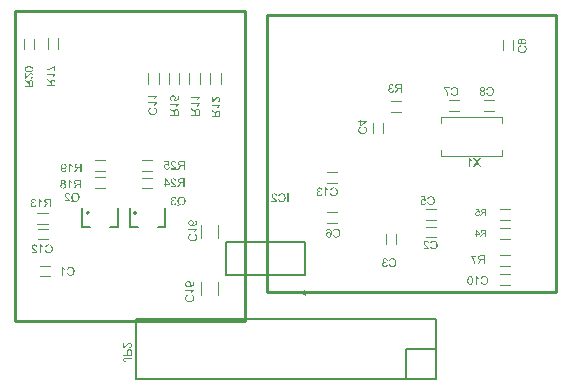
<source format=gbo>
G04*
G04 #@! TF.GenerationSoftware,Altium Limited,Altium Designer,20.1.11 (218)*
G04*
G04 Layer_Color=32896*
%FSTAX24Y24*%
%MOIN*%
G70*
G04*
G04 #@! TF.SameCoordinates,E2051E8E-EE30-42B2-978D-12B425F2BF15*
G04*
G04*
G04 #@! TF.FilePolarity,Positive*
G04*
G01*
G75*
%ADD10C,0.0098*%
%ADD12C,0.0080*%
%ADD13C,0.0079*%
%ADD17C,0.0040*%
%ADD18C,0.0050*%
%ADD71C,0.0039*%
%ADD72C,0.0090*%
G36*
X059406Y030459D02*
X059418Y030457D01*
X059427Y030454D01*
X059436Y030451D01*
X059439Y030449D01*
X059442Y030447D01*
X059445Y030445D01*
X059447Y030444D01*
X059449Y030442D01*
X05945Y030441D01*
X059451Y030441D01*
X059451Y030441D01*
X059459Y030433D01*
X059466Y030424D01*
X059471Y030415D01*
X059475Y030406D01*
X059477Y030398D01*
X059478Y030394D01*
X059479Y030392D01*
X05948Y030389D01*
X05948Y030387D01*
X059481Y030386D01*
Y030386D01*
X059445Y030379D01*
X059443Y030389D01*
X059441Y030396D01*
X059438Y030403D01*
X059435Y030409D01*
X059432Y030413D01*
X05943Y030416D01*
X059428Y030418D01*
X059428Y030418D01*
X059422Y030422D01*
X059416Y030426D01*
X059411Y030428D01*
X059406Y030429D01*
X059401Y03043D01*
X059397Y030431D01*
X059394D01*
X059386Y030431D01*
X059379Y030429D01*
X059374Y030427D01*
X059369Y030425D01*
X059365Y030422D01*
X059362Y03042D01*
X05936Y030419D01*
X059359Y030418D01*
X059355Y030413D01*
X059352Y030408D01*
X059349Y030402D01*
X059348Y030397D01*
X059347Y030393D01*
X059346Y030389D01*
Y030387D01*
Y030387D01*
Y030386D01*
Y030382D01*
X059347Y030377D01*
X059349Y03037D01*
X059352Y030364D01*
X059355Y030359D01*
X059359Y030355D01*
X059362Y030352D01*
X059364Y03035D01*
X059364Y03035D01*
X059364D01*
X059372Y030346D01*
X059378Y030343D01*
X059385Y030341D01*
X059391Y03034D01*
X059397Y030339D01*
X059401Y030338D01*
X059407D01*
X059409Y030339D01*
X059411D01*
X059415Y030307D01*
X059409Y030309D01*
X059404Y03031D01*
X0594Y03031D01*
X059396Y030311D01*
X059394Y030311D01*
X05939D01*
X059381Y03031D01*
X059373Y030309D01*
X059366Y030306D01*
X05936Y030303D01*
X059356Y0303D01*
X059352Y030298D01*
X05935Y030296D01*
X059349Y030295D01*
X059344Y030289D01*
X05934Y030283D01*
X059337Y030276D01*
X059335Y030269D01*
X059334Y030264D01*
X059334Y030259D01*
X059333Y030258D01*
Y030256D01*
Y030255D01*
Y030255D01*
X059334Y030246D01*
X059336Y030238D01*
X059339Y030231D01*
X059342Y030224D01*
X059345Y030219D01*
X059348Y030216D01*
X05935Y030213D01*
X059351Y030212D01*
X059357Y030206D01*
X059364Y030202D01*
X059372Y030199D01*
X059378Y030197D01*
X059384Y030196D01*
X059389Y030196D01*
X05939Y030195D01*
X059393D01*
X0594Y030196D01*
X059407Y030197D01*
X059414Y030199D01*
X059419Y030202D01*
X059423Y030204D01*
X059426Y030206D01*
X059428Y030208D01*
X059429Y030208D01*
X059434Y030214D01*
X059438Y030221D01*
X059441Y030228D01*
X059444Y030235D01*
X059446Y030241D01*
X059447Y030244D01*
X059448Y030247D01*
X059448Y030249D01*
X059448Y03025D01*
X059449Y030251D01*
Y030252D01*
X059484Y030247D01*
X059483Y03024D01*
X059482Y030234D01*
X059478Y030223D01*
X059474Y030213D01*
X059471Y030208D01*
X059469Y030204D01*
X059466Y030201D01*
X059464Y030198D01*
X059462Y030195D01*
X05946Y030193D01*
X059458Y030191D01*
X059457Y03019D01*
X059456Y030189D01*
X059456Y030189D01*
X059451Y030185D01*
X059446Y030181D01*
X059441Y030178D01*
X059436Y030176D01*
X059425Y030171D01*
X059415Y030169D01*
X059411Y030168D01*
X059406Y030167D01*
X059403Y030167D01*
X059399Y030166D01*
X059397Y030166D01*
X059393D01*
X059385Y030166D01*
X059378Y030167D01*
X059371Y030169D01*
X059364Y03017D01*
X059358Y030172D01*
X059353Y030174D01*
X059347Y030177D01*
X059343Y030179D01*
X059338Y030181D01*
X059335Y030184D01*
X059331Y030186D01*
X059329Y030188D01*
X059327Y03019D01*
X059325Y030191D01*
X059324Y030192D01*
X059324Y030192D01*
X059319Y030197D01*
X059315Y030203D01*
X059311Y030208D01*
X059307Y030213D01*
X059305Y030218D01*
X059302Y030224D01*
X059299Y030234D01*
X059298Y030238D01*
X059297Y030243D01*
X059297Y030246D01*
X059296Y03025D01*
X059296Y030252D01*
Y030254D01*
Y030255D01*
Y030256D01*
X059296Y030266D01*
X059298Y030275D01*
X0593Y030283D01*
X059303Y03029D01*
X059305Y030295D01*
X059308Y030299D01*
X05931Y030302D01*
X05931Y030302D01*
X059316Y030309D01*
X059322Y030314D01*
X059329Y030318D01*
X059335Y030322D01*
X059341Y030324D01*
X059346Y030326D01*
X059347Y030326D01*
X059349Y030327D01*
X059349Y030327D01*
X05935D01*
X059343Y030331D01*
X059337Y030335D01*
X059332Y030339D01*
X059328Y030342D01*
X059325Y030346D01*
X059322Y030349D01*
X059321Y03035D01*
X05932Y030351D01*
X059317Y030357D01*
X059315Y030363D01*
X059312Y030369D01*
X059311Y030374D01*
X05931Y030379D01*
X05931Y030382D01*
Y030384D01*
Y030385D01*
X05931Y030392D01*
X059312Y030399D01*
X059313Y030406D01*
X059315Y030411D01*
X059317Y030416D01*
X059319Y030419D01*
X05932Y030421D01*
X059321Y030422D01*
X059325Y030429D01*
X05933Y030434D01*
X059335Y030439D01*
X05934Y030443D01*
X059344Y030446D01*
X059348Y030448D01*
X05935Y030449D01*
X059351Y03045D01*
X059351D01*
X059359Y030453D01*
X059366Y030456D01*
X059374Y030458D01*
X05938Y030459D01*
X059386Y03046D01*
X05939Y03046D01*
X059401D01*
X059406Y030459D01*
D02*
G37*
G36*
X059602Y030453D02*
X059607Y030446D01*
X059612Y03044D01*
X059617Y030434D01*
X059622Y030429D01*
X059626Y030425D01*
X059628Y030424D01*
X059629Y030422D01*
X059629Y030422D01*
X05963Y030421D01*
X059639Y030414D01*
X059647Y030408D01*
X059656Y030402D01*
X059664Y030397D01*
X059671Y030393D01*
X059674Y030392D01*
X059676Y03039D01*
X059679Y030389D01*
X05968Y030389D01*
X059681Y030388D01*
X059681D01*
Y030354D01*
X059675Y030356D01*
X059669Y030359D01*
X059663Y030362D01*
X059657Y030365D01*
X059652Y030367D01*
X059648Y030369D01*
X059645Y030371D01*
X059645Y030372D01*
X059644D01*
X059637Y030376D01*
X05963Y030381D01*
X059624Y030385D01*
X05962Y030389D01*
X059616Y030392D01*
X059613Y030394D01*
X059611Y030396D01*
X059611Y030396D01*
Y030171D01*
X059575D01*
Y03046D01*
X059598D01*
X059602Y030453D01*
D02*
G37*
G36*
X059874Y030463D02*
X059887Y030461D01*
X059899Y030458D01*
X059904Y030457D01*
X059909Y030455D01*
X059914Y030453D01*
X059918Y030452D01*
X059921Y030451D01*
X059924Y030449D01*
X059926Y030448D01*
X059928Y030447D01*
X059929Y030447D01*
X05993Y030446D01*
X059941Y030439D01*
X059951Y030431D01*
X059959Y030423D01*
X059966Y030414D01*
X059971Y030407D01*
X059973Y030404D01*
X059975Y030401D01*
X059977Y030399D01*
X059978Y030397D01*
X059978Y030396D01*
X059978Y030395D01*
X059984Y030382D01*
X059988Y030369D01*
X059991Y030356D01*
X059993Y030344D01*
X059994Y030338D01*
X059995Y030333D01*
X059995Y030329D01*
Y030325D01*
X059996Y030322D01*
Y030319D01*
Y030317D01*
Y030317D01*
X059995Y030302D01*
X059993Y030288D01*
X059991Y030275D01*
X059989Y030268D01*
X059988Y030263D01*
X059987Y030258D01*
X059985Y030253D01*
X059984Y030249D01*
X059983Y030246D01*
X059982Y030243D01*
X059981Y030241D01*
X059981Y03024D01*
Y03024D01*
X059974Y030227D01*
X059967Y030216D01*
X05996Y030206D01*
X059956Y030203D01*
X059953Y030199D01*
X059949Y030196D01*
X059946Y030193D01*
X059943Y03019D01*
X059941Y030189D01*
X059939Y030187D01*
X059937Y030186D01*
X059936Y030185D01*
X059936Y030185D01*
X05993Y030181D01*
X059924Y030179D01*
X059912Y030174D01*
X059899Y030171D01*
X059887Y030169D01*
X059882Y030168D01*
X059877Y030167D01*
X059872Y030166D01*
X059868D01*
X059865Y030166D01*
X05986D01*
X059852Y030166D01*
X059844Y030167D01*
X059837Y030168D01*
X05983Y03017D01*
X059823Y030172D01*
X059817Y030174D01*
X059811Y030176D01*
X059805Y030179D01*
X059801Y030181D01*
X059796Y030183D01*
X059793Y030185D01*
X05979Y030187D01*
X059788Y030189D01*
X059785Y030189D01*
X059785Y03019D01*
X059784Y030191D01*
X059778Y030196D01*
X059773Y030201D01*
X059769Y030206D01*
X059764Y030212D01*
X059757Y030224D01*
X059751Y030236D01*
X059748Y030241D01*
X059746Y030246D01*
X059745Y03025D01*
X059743Y030254D01*
X059742Y030258D01*
X059741Y03026D01*
X059741Y030262D01*
Y030262D01*
X059779Y030272D01*
X059781Y030265D01*
X059783Y030259D01*
X059785Y030253D01*
X059787Y030248D01*
X05979Y030243D01*
X059792Y030238D01*
X059795Y030234D01*
X059798Y030231D01*
X0598Y030227D01*
X059802Y030225D01*
X059804Y030222D01*
X059806Y03022D01*
X059807Y030219D01*
X059809Y030218D01*
X059809Y030217D01*
X05981Y030217D01*
X059814Y030213D01*
X059818Y030211D01*
X059827Y030206D01*
X059836Y030203D01*
X059845Y030201D01*
X059852Y030199D01*
X059855Y030199D01*
X059858D01*
X059861Y030198D01*
X059864D01*
X059873Y030199D01*
X059882Y030201D01*
X059891Y030203D01*
X059898Y030205D01*
X059904Y030208D01*
X059907Y030209D01*
X059909Y03021D01*
X05991Y030211D01*
X059911Y030211D01*
X059912Y030212D01*
X059913D01*
X059921Y030218D01*
X059927Y030224D01*
X059933Y030231D01*
X059938Y030238D01*
X059941Y030243D01*
X059944Y030248D01*
X059945Y03025D01*
X059946Y030252D01*
X059946Y030253D01*
Y030253D01*
X059949Y030264D01*
X059952Y030275D01*
X059954Y030285D01*
X059955Y030295D01*
X059956Y0303D01*
X059956Y030304D01*
Y030308D01*
X059956Y030311D01*
Y030313D01*
Y030315D01*
Y030317D01*
Y030317D01*
X059956Y030328D01*
X059955Y030338D01*
X059954Y030347D01*
X059952Y030355D01*
X059951Y030362D01*
X05995Y030365D01*
X059949Y030368D01*
X059949Y03037D01*
X059948Y030371D01*
X059948Y030372D01*
Y030372D01*
X059944Y030382D01*
X059939Y030391D01*
X059934Y030398D01*
X059929Y030404D01*
X059924Y030409D01*
X05992Y030412D01*
X059917Y030414D01*
X059917Y030415D01*
X059916D01*
X059908Y030421D01*
X059898Y030425D01*
X059889Y030428D01*
X05988Y030429D01*
X059872Y030431D01*
X059869Y030431D01*
X059866D01*
X059864Y030431D01*
X059861D01*
X05985Y030431D01*
X059841Y030429D01*
X059833Y030427D01*
X059826Y030424D01*
X05982Y030421D01*
X059816Y030419D01*
X059814Y030418D01*
X059813Y030417D01*
X059806Y030411D01*
X0598Y030404D01*
X059795Y030396D01*
X059791Y030389D01*
X059788Y030382D01*
X059786Y030379D01*
X059785Y030376D01*
X059785Y030374D01*
X059784Y030372D01*
X059783Y030372D01*
Y030371D01*
X059746Y03038D01*
X059748Y030387D01*
X059751Y030394D01*
X059754Y0304D01*
X059757Y030406D01*
X05976Y030412D01*
X059764Y030417D01*
X059768Y030422D01*
X059771Y030426D01*
X059774Y030429D01*
X059777Y030433D01*
X05978Y030436D01*
X059782Y030438D01*
X059784Y03044D01*
X059786Y030441D01*
X059787Y030441D01*
X059787Y030442D01*
X059793Y030446D01*
X059799Y030449D01*
X059805Y030452D01*
X059811Y030455D01*
X059823Y030458D01*
X059835Y030461D01*
X05984Y030462D01*
X059845Y030463D01*
X059849Y030463D01*
X059853Y030463D01*
X059856Y030464D01*
X05986D01*
X059874Y030463D01*
D02*
G37*
G36*
X061585Y028097D02*
X061597Y028095D01*
X061606Y028092D01*
X061614Y028088D01*
X061618Y028086D01*
X061621Y028085D01*
X061624Y028083D01*
X061626Y028081D01*
X061628Y02808D01*
X061629Y028079D01*
X06163Y028079D01*
X06163Y028078D01*
X061638Y02807D01*
X061644Y028062D01*
X061649Y028053D01*
X061654Y028043D01*
X061656Y028036D01*
X061657Y028032D01*
X061658Y028029D01*
X061659Y028027D01*
X061659Y028025D01*
X061659Y028024D01*
Y028023D01*
X061624Y028017D01*
X061622Y028026D01*
X06162Y028034D01*
X061617Y028041D01*
X061614Y028046D01*
X061611Y028051D01*
X061609Y028053D01*
X061607Y028056D01*
X061607Y028056D01*
X061601Y02806D01*
X061595Y028063D01*
X06159Y028065D01*
X061584Y028067D01*
X061579Y028068D01*
X061576Y028069D01*
X061572D01*
X061565Y028068D01*
X061558Y028067D01*
X061552Y028065D01*
X061547Y028063D01*
X061544Y02806D01*
X061541Y028058D01*
X061539Y028056D01*
X061538Y028056D01*
X061534Y028051D01*
X06153Y028046D01*
X061528Y02804D01*
X061527Y028035D01*
X061526Y028031D01*
X061525Y028027D01*
Y028025D01*
Y028024D01*
Y028024D01*
Y028019D01*
X061526Y028015D01*
X061528Y028008D01*
X061531Y028002D01*
X061534Y027996D01*
X061537Y027993D01*
X06154Y02799D01*
X061542Y027988D01*
X061543Y027988D01*
X061543D01*
X06155Y027984D01*
X061557Y027981D01*
X061564Y027979D01*
X06157Y027978D01*
X061576Y027977D01*
X06158Y027976D01*
X061586D01*
X061587Y027976D01*
X061589D01*
X061594Y027945D01*
X061588Y027947D01*
X061583Y027947D01*
X061579Y027948D01*
X061575Y027949D01*
X061572Y027949D01*
X061569D01*
X06156Y027948D01*
X061552Y027947D01*
X061545Y027944D01*
X061539Y027941D01*
X061535Y027938D01*
X061531Y027936D01*
X061529Y027934D01*
X061528Y027933D01*
X061523Y027927D01*
X061519Y02792D01*
X061516Y027914D01*
X061514Y027907D01*
X061513Y027902D01*
X061512Y027897D01*
X061512Y027895D01*
Y027894D01*
Y027893D01*
Y027893D01*
X061513Y027884D01*
X061515Y027875D01*
X061517Y027868D01*
X061521Y027862D01*
X061524Y027857D01*
X061527Y027853D01*
X061529Y027851D01*
X06153Y02785D01*
X061536Y027844D01*
X061543Y02784D01*
X06155Y027837D01*
X061557Y027835D01*
X061563Y027834D01*
X061567Y027833D01*
X061569Y027833D01*
X061572D01*
X061579Y027833D01*
X061586Y027835D01*
X061592Y027837D01*
X061597Y02784D01*
X061602Y027842D01*
X061605Y027844D01*
X061607Y027845D01*
X061607Y027846D01*
X061612Y027852D01*
X061617Y027858D01*
X06162Y027865D01*
X061623Y027873D01*
X061625Y027879D01*
X061626Y027882D01*
X061626Y027885D01*
X061627Y027887D01*
X061627Y027888D01*
X061628Y027889D01*
Y02789D01*
X061663Y027885D01*
X061662Y027878D01*
X061661Y027872D01*
X061657Y02786D01*
X061653Y02785D01*
X06165Y027846D01*
X061648Y027842D01*
X061645Y027838D01*
X061643Y027835D01*
X061641Y027833D01*
X061639Y02783D01*
X061637Y027829D01*
X061636Y027828D01*
X061635Y027827D01*
X061635Y027826D01*
X06163Y027823D01*
X061625Y027819D01*
X06162Y027816D01*
X061614Y027813D01*
X061604Y027809D01*
X061594Y027807D01*
X061589Y027806D01*
X061585Y027805D01*
X061582Y027805D01*
X061578Y027804D01*
X061576Y027804D01*
X061572D01*
X061564Y027804D01*
X061557Y027805D01*
X06155Y027806D01*
X061543Y027808D01*
X061537Y02781D01*
X061532Y027812D01*
X061526Y027815D01*
X061522Y027817D01*
X061517Y027819D01*
X061513Y027822D01*
X06151Y027824D01*
X061508Y027826D01*
X061505Y027828D01*
X061504Y027829D01*
X061503Y02783D01*
X061503Y02783D01*
X061498Y027835D01*
X061493Y02784D01*
X06149Y027846D01*
X061486Y027851D01*
X061484Y027856D01*
X061481Y027862D01*
X061478Y027872D01*
X061477Y027876D01*
X061476Y02788D01*
X061475Y027884D01*
X061475Y027887D01*
X061475Y02789D01*
Y027892D01*
Y027893D01*
Y027894D01*
X061475Y027904D01*
X061477Y027913D01*
X061479Y027921D01*
X061482Y027927D01*
X061484Y027933D01*
X061487Y027937D01*
X061488Y027939D01*
X061489Y02794D01*
X061495Y027947D01*
X061501Y027952D01*
X061508Y027956D01*
X061514Y027959D01*
X06152Y027962D01*
X061525Y027964D01*
X061526Y027964D01*
X061527Y027964D01*
X061528Y027965D01*
X061529D01*
X061522Y027969D01*
X061516Y027972D01*
X061511Y027976D01*
X061507Y02798D01*
X061503Y027984D01*
X061501Y027986D01*
X0615Y027988D01*
X061499Y027989D01*
X061496Y027995D01*
X061493Y028001D01*
X061491Y028006D01*
X06149Y028012D01*
X061489Y028016D01*
X061489Y02802D01*
Y028022D01*
Y028023D01*
X061489Y02803D01*
X06149Y028037D01*
X061492Y028043D01*
X061494Y028049D01*
X061496Y028053D01*
X061498Y028057D01*
X061499Y028059D01*
X0615Y02806D01*
X061504Y028066D01*
X061509Y028072D01*
X061514Y028076D01*
X061519Y02808D01*
X061523Y028083D01*
X061527Y028086D01*
X061529Y028087D01*
X06153Y028088D01*
X06153D01*
X061537Y028091D01*
X061545Y028093D01*
X061552Y028095D01*
X061559Y028097D01*
X061564Y028098D01*
X061569Y028098D01*
X061579D01*
X061585Y028097D01*
D02*
G37*
G36*
X061829Y028101D02*
X061842Y028099D01*
X061854Y028096D01*
X061859Y028095D01*
X061864Y028093D01*
X061869Y028091D01*
X061873Y02809D01*
X061876Y028088D01*
X061879Y028087D01*
X061881Y028086D01*
X061883Y028085D01*
X061884Y028085D01*
X061885Y028084D01*
X061896Y028077D01*
X061906Y028069D01*
X061914Y028061D01*
X061921Y028052D01*
X061926Y028045D01*
X061929Y028041D01*
X06193Y028038D01*
X061932Y028036D01*
X061933Y028035D01*
X061933Y028033D01*
X061933Y028033D01*
X061939Y02802D01*
X061943Y028007D01*
X061946Y027994D01*
X061948Y027981D01*
X061949Y027976D01*
X06195Y027971D01*
X06195Y027966D01*
Y027962D01*
X061951Y027959D01*
Y027957D01*
Y027955D01*
Y027955D01*
X06195Y02794D01*
X061948Y027925D01*
X061946Y027912D01*
X061944Y027906D01*
X061943Y027901D01*
X061942Y027896D01*
X06194Y027891D01*
X061939Y027887D01*
X061938Y027884D01*
X061937Y027881D01*
X061936Y027879D01*
X061936Y027878D01*
Y027877D01*
X061929Y027865D01*
X061922Y027854D01*
X061915Y027844D01*
X061911Y02784D01*
X061908Y027837D01*
X061904Y027833D01*
X061901Y02783D01*
X061898Y027828D01*
X061896Y027826D01*
X061894Y027825D01*
X061892Y027823D01*
X061891Y027823D01*
X061891Y027823D01*
X061885Y027819D01*
X061879Y027816D01*
X061867Y027812D01*
X061854Y027808D01*
X061842Y027806D01*
X061837Y027805D01*
X061832Y027805D01*
X061827Y027804D01*
X061823D01*
X06182Y027804D01*
X061815D01*
X061807Y027804D01*
X061799Y027805D01*
X061792Y027806D01*
X061785Y027808D01*
X061778Y02781D01*
X061772Y027812D01*
X061766Y027814D01*
X06176Y027816D01*
X061756Y027818D01*
X061751Y02782D01*
X061748Y027823D01*
X061745Y027825D01*
X061743Y027826D01*
X06174Y027827D01*
X06174Y027828D01*
X061739Y027828D01*
X061733Y027833D01*
X061728Y027838D01*
X061724Y027844D01*
X061719Y02785D01*
X061712Y027862D01*
X061706Y027873D01*
X061703Y027879D01*
X061701Y027884D01*
X0617Y027888D01*
X061698Y027892D01*
X061697Y027895D01*
X061696Y027898D01*
X061696Y0279D01*
Y0279D01*
X061734Y027909D01*
X061736Y027903D01*
X061738Y027897D01*
X06174Y027891D01*
X061742Y027885D01*
X061745Y02788D01*
X061747Y027876D01*
X06175Y027872D01*
X061753Y027868D01*
X061755Y027865D01*
X061757Y027862D01*
X061759Y02786D01*
X061761Y027858D01*
X061763Y027857D01*
X061764Y027855D01*
X061764Y027855D01*
X061765Y027855D01*
X061769Y027851D01*
X061773Y027849D01*
X061782Y027844D01*
X061791Y027841D01*
X0618Y027839D01*
X061807Y027837D01*
X06181Y027837D01*
X061813D01*
X061816Y027836D01*
X061819D01*
X061828Y027837D01*
X061837Y027838D01*
X061846Y02784D01*
X061853Y027843D01*
X061859Y027845D01*
X061862Y027847D01*
X061864Y027848D01*
X061865Y027848D01*
X061867Y027849D01*
X061867Y02785D01*
X061868D01*
X061876Y027855D01*
X061882Y027862D01*
X061888Y027869D01*
X061893Y027875D01*
X061896Y027881D01*
X061899Y027886D01*
X0619Y027888D01*
X061901Y02789D01*
X061901Y02789D01*
Y027891D01*
X061904Y027902D01*
X061907Y027912D01*
X061909Y027923D01*
X06191Y027933D01*
X061911Y027938D01*
X061911Y027942D01*
Y027946D01*
X061911Y027949D01*
Y027951D01*
Y027953D01*
Y027954D01*
Y027955D01*
X061911Y027966D01*
X06191Y027976D01*
X061909Y027985D01*
X061907Y027993D01*
X061906Y028D01*
X061905Y028003D01*
X061904Y028006D01*
X061904Y028008D01*
X061903Y028009D01*
X061903Y02801D01*
Y02801D01*
X061899Y02802D01*
X061894Y028028D01*
X061889Y028036D01*
X061884Y028042D01*
X061879Y028047D01*
X061875Y02805D01*
X061872Y028052D01*
X061872Y028053D01*
X061872D01*
X061863Y028058D01*
X061853Y028063D01*
X061844Y028065D01*
X061835Y028067D01*
X061827Y028068D01*
X061824Y028069D01*
X061821D01*
X061819Y028069D01*
X061816D01*
X061805Y028069D01*
X061796Y028067D01*
X061788Y028065D01*
X061781Y028062D01*
X061775Y028059D01*
X061771Y028057D01*
X061769Y028056D01*
X061768Y028055D01*
X061761Y028048D01*
X061755Y028041D01*
X06175Y028034D01*
X061746Y028026D01*
X061743Y02802D01*
X061741Y028016D01*
X06174Y028014D01*
X06174Y028012D01*
X061739Y02801D01*
X061738Y028009D01*
Y028009D01*
X061701Y028018D01*
X061703Y028025D01*
X061706Y028032D01*
X061709Y028038D01*
X061712Y028044D01*
X061716Y02805D01*
X061719Y028055D01*
X061723Y02806D01*
X061726Y028064D01*
X061729Y028067D01*
X061732Y02807D01*
X061735Y028073D01*
X061737Y028075D01*
X061739Y028078D01*
X061741Y028079D01*
X061742Y028079D01*
X061742Y02808D01*
X061748Y028083D01*
X061754Y028087D01*
X06176Y02809D01*
X061766Y028093D01*
X061778Y028096D01*
X06179Y028099D01*
X061795Y0281D01*
X0618Y0281D01*
X061804Y028101D01*
X061808Y028101D01*
X061811Y028102D01*
X061815D01*
X061829Y028101D01*
D02*
G37*
G36*
X062952Y028688D02*
X062959Y028688D01*
X062966Y028686D01*
X062972Y028685D01*
X062978Y028684D01*
X062983Y028682D01*
X062988Y02868D01*
X062993Y028678D01*
X062997Y028676D01*
X063Y028674D01*
X063003Y028672D01*
X063006Y02867D01*
X063008Y028669D01*
X063009Y028668D01*
X06301Y028667D01*
X06301Y028667D01*
X063015Y028663D01*
X063018Y028658D01*
X063022Y028653D01*
X063025Y028648D01*
X06303Y028638D01*
X063033Y028628D01*
X063035Y028624D01*
X063036Y028619D01*
X063037Y028615D01*
X063038Y028612D01*
X063038Y028609D01*
Y028607D01*
X063038Y028606D01*
Y028605D01*
X063002Y028602D01*
X063001Y028611D01*
X063Y028619D01*
X062997Y028627D01*
X062994Y028633D01*
X062992Y028638D01*
X062989Y028641D01*
X062988Y028643D01*
X062987Y028644D01*
X062981Y028649D01*
X062974Y028653D01*
X062967Y028656D01*
X062961Y028657D01*
X062955Y028659D01*
X06295Y028659D01*
X062948Y028659D01*
X062946D01*
X062937Y028659D01*
X062929Y028657D01*
X062922Y028655D01*
X062916Y028652D01*
X062912Y028649D01*
X062909Y028647D01*
X062907Y028646D01*
X062906Y028645D01*
X062901Y028639D01*
X062897Y028633D01*
X062894Y028627D01*
X062893Y028622D01*
X062892Y028617D01*
X062891Y028613D01*
X062891Y02861D01*
Y02861D01*
Y028609D01*
X062892Y028602D01*
X062893Y028594D01*
X062896Y028587D01*
X062899Y02858D01*
X062902Y028575D01*
X062905Y02857D01*
X062906Y028569D01*
X062907Y028567D01*
X062908Y028567D01*
Y028567D01*
X062911Y028562D01*
X062915Y028557D01*
X06292Y028552D01*
X062925Y028547D01*
X062935Y028537D01*
X062946Y028528D01*
X062951Y028523D01*
X062956Y028519D01*
X06296Y028515D01*
X062964Y028512D01*
X062967Y028509D01*
X062969Y028507D01*
X062971Y028506D01*
X062971Y028505D01*
X062982Y028497D01*
X062991Y028488D01*
X062999Y028481D01*
X063005Y028475D01*
X063011Y028469D01*
X063015Y028466D01*
X063017Y028463D01*
X063018Y028463D01*
Y028462D01*
X063023Y028455D01*
X063028Y028448D01*
X063032Y028442D01*
X063035Y028436D01*
X063038Y028431D01*
X06304Y028427D01*
X06304Y028425D01*
X063041Y028424D01*
Y028424D01*
X063042Y028419D01*
X063043Y028415D01*
X063044Y028411D01*
X063045Y028407D01*
X063045Y028404D01*
Y028401D01*
Y0284D01*
Y028399D01*
X062854D01*
Y028433D01*
X062996D01*
X062991Y028441D01*
X062988Y028443D01*
X062986Y028446D01*
X062984Y028449D01*
X062983Y028451D01*
X062981Y028452D01*
X062981Y028452D01*
X062979Y028454D01*
X062976Y028456D01*
X062971Y028462D01*
X062964Y028468D01*
X062957Y028474D01*
X06295Y02848D01*
X062947Y028482D01*
X062945Y028485D01*
X062943Y028486D01*
X062941Y028488D01*
X06294Y028488D01*
X06294Y028489D01*
X062933Y028495D01*
X062926Y0285D01*
X062921Y028505D01*
X062915Y02851D01*
X06291Y028515D01*
X062906Y028519D01*
X062902Y028523D01*
X062899Y028526D01*
X062895Y028529D01*
X062893Y028532D01*
X062891Y028534D01*
X062889Y028536D01*
X062887Y028538D01*
X062886Y028539D01*
X06288Y028546D01*
X062875Y028552D01*
X062871Y028559D01*
X062867Y028564D01*
X062865Y028568D01*
X062863Y028572D01*
X062862Y028574D01*
X062862Y028575D01*
X062859Y028581D01*
X062858Y028587D01*
X062856Y028593D01*
X062855Y028598D01*
X062855Y028602D01*
X062854Y028606D01*
Y028608D01*
Y028609D01*
X062855Y028615D01*
X062856Y028621D01*
X062857Y028627D01*
X062858Y028631D01*
X062862Y028641D01*
X062867Y028649D01*
X062869Y028653D01*
X062871Y028656D01*
X062873Y028659D01*
X062875Y028661D01*
X062877Y028663D01*
X062878Y028664D01*
X062879Y028665D01*
X062879Y028665D01*
X062884Y028669D01*
X062889Y028673D01*
X062894Y028676D01*
X062899Y028679D01*
X06291Y028683D01*
X062921Y028686D01*
X062926Y028686D01*
X06293Y028687D01*
X062934Y028688D01*
X062938Y028688D01*
X062941Y028688D01*
X062945D01*
X062952Y028688D01*
D02*
G37*
G36*
X063205Y028691D02*
X063218Y028689D01*
X06323Y028687D01*
X063236Y028685D01*
X063241Y028684D01*
X063245Y028682D01*
X063249Y02868D01*
X063253Y028679D01*
X063256Y028678D01*
X063258Y028676D01*
X06326Y028676D01*
X063261Y028675D01*
X063261Y028675D01*
X063273Y028668D01*
X063282Y028659D01*
X06329Y028651D01*
X063298Y028643D01*
X063303Y028635D01*
X063305Y028632D01*
X063307Y028629D01*
X063308Y028627D01*
X063309Y028625D01*
X06331Y028624D01*
X06331Y028624D01*
X063316Y028611D01*
X06332Y028597D01*
X063323Y028584D01*
X063325Y028572D01*
X063326Y028567D01*
X063326Y028561D01*
X063327Y028557D01*
Y028553D01*
X063327Y02855D01*
Y028547D01*
Y028546D01*
Y028545D01*
X063326Y02853D01*
X063325Y028516D01*
X063322Y028503D01*
X063321Y028497D01*
X06332Y028491D01*
X063318Y028486D01*
X063317Y028482D01*
X063315Y028478D01*
X063315Y028474D01*
X063313Y028472D01*
X063313Y02847D01*
X063312Y028468D01*
Y028468D01*
X063306Y028456D01*
X063299Y028444D01*
X063291Y028435D01*
X063288Y028431D01*
X063284Y028427D01*
X063281Y028424D01*
X063278Y028421D01*
X063275Y028419D01*
X063272Y028417D01*
X06327Y028415D01*
X063269Y028414D01*
X063268Y028414D01*
X063268Y028413D01*
X063262Y02841D01*
X063256Y028407D01*
X063243Y028402D01*
X063231Y028399D01*
X063219Y028397D01*
X063213Y028396D01*
X063208Y028395D01*
X063204Y028395D01*
X0632D01*
X063196Y028394D01*
X063192D01*
X063184Y028395D01*
X063176Y028396D01*
X063168Y028396D01*
X063161Y028398D01*
X063154Y0284D01*
X063148Y028402D01*
X063142Y028404D01*
X063137Y028407D01*
X063132Y028409D01*
X063128Y028411D01*
X063124Y028413D01*
X063121Y028415D01*
X063119Y028417D01*
X063117Y028418D01*
X063116Y028419D01*
X063116Y028419D01*
X06311Y028424D01*
X063105Y028429D01*
X0631Y028435D01*
X063096Y028441D01*
X063088Y028452D01*
X063082Y028464D01*
X06308Y028469D01*
X063078Y028474D01*
X063076Y028479D01*
X063075Y028483D01*
X063074Y028486D01*
X063073Y028488D01*
X063072Y02849D01*
Y02849D01*
X063111Y0285D01*
X063112Y028493D01*
X063114Y028487D01*
X063117Y028481D01*
X063119Y028476D01*
X063121Y028471D01*
X063124Y028467D01*
X063127Y028463D01*
X063129Y028459D01*
X063131Y028456D01*
X063134Y028453D01*
X063136Y028451D01*
X063137Y028448D01*
X063139Y028447D01*
X06314Y028446D01*
X063141Y028446D01*
X063141Y028445D01*
X063145Y028442D01*
X06315Y028439D01*
X063159Y028435D01*
X063168Y028431D01*
X063176Y028429D01*
X063184Y028428D01*
X063187Y028427D01*
X06319D01*
X063192Y028427D01*
X063195D01*
X063205Y028427D01*
X063214Y028429D01*
X063222Y028431D01*
X06323Y028433D01*
X063236Y028436D01*
X063238Y028437D01*
X06324Y028438D01*
X063242Y028439D01*
X063243Y02844D01*
X063244Y02844D01*
X063244D01*
X063252Y028446D01*
X063259Y028452D01*
X063265Y028459D01*
X063269Y028466D01*
X063273Y028472D01*
X063275Y028477D01*
X063276Y028479D01*
X063277Y02848D01*
X063278Y028481D01*
Y028481D01*
X063281Y028492D01*
X063283Y028503D01*
X063285Y028514D01*
X063287Y028524D01*
X063287Y028528D01*
X063288Y028532D01*
Y028536D01*
X063288Y028539D01*
Y028542D01*
Y028544D01*
Y028545D01*
Y028545D01*
X063288Y028556D01*
X063287Y028566D01*
X063285Y028575D01*
X063283Y028584D01*
X063282Y028591D01*
X063281Y028594D01*
X06328Y028596D01*
X06328Y028598D01*
X06328Y028599D01*
X063279Y0286D01*
Y028601D01*
X063275Y02861D01*
X06327Y028619D01*
X063265Y028626D01*
X06326Y028632D01*
X063256Y028637D01*
X063252Y028641D01*
X063249Y028643D01*
X063248Y028644D01*
X063248D01*
X063239Y028649D01*
X06323Y028653D01*
X063221Y028656D01*
X063212Y028658D01*
X063204Y028659D01*
X063201Y028659D01*
X063198D01*
X063196Y02866D01*
X063192D01*
X063182Y028659D01*
X063172Y028658D01*
X063164Y028655D01*
X063157Y028653D01*
X063152Y02865D01*
X063148Y028648D01*
X063145Y028646D01*
X063144Y028645D01*
X063138Y028639D01*
X063132Y028632D01*
X063127Y028624D01*
X063122Y028617D01*
X063119Y02861D01*
X063118Y028607D01*
X063117Y028604D01*
X063116Y028602D01*
X063115Y028601D01*
X063115Y0286D01*
Y028599D01*
X063077Y028608D01*
X06308Y028616D01*
X063082Y028622D01*
X063086Y028629D01*
X063089Y028635D01*
X063092Y02864D01*
X063096Y028645D01*
X063099Y02865D01*
X063102Y028654D01*
X063106Y028658D01*
X063109Y028661D01*
X063112Y028664D01*
X063114Y028666D01*
X063116Y028668D01*
X063117Y028669D01*
X063118Y02867D01*
X063119Y02867D01*
X063124Y028674D01*
X06313Y028678D01*
X063136Y028681D01*
X063142Y028683D01*
X063155Y028687D01*
X063166Y028689D01*
X063171Y028691D01*
X063176Y028691D01*
X063181Y028691D01*
X063184Y028692D01*
X063187Y028692D01*
X063191D01*
X063205Y028691D01*
D02*
G37*
G36*
X064386Y031437D02*
X06439Y03143D01*
X064396Y031423D01*
X064401Y031418D01*
X064406Y031413D01*
X064409Y031408D01*
X064411Y031407D01*
X064412Y031406D01*
X064413Y031405D01*
X064413Y031405D01*
X064422Y031398D01*
X064431Y031391D01*
X064439Y031386D01*
X064447Y031381D01*
X064454Y031377D01*
X064457Y031375D01*
X06446Y031374D01*
X064462Y031373D01*
X064464Y031372D01*
X064464Y031371D01*
X064465D01*
Y031337D01*
X064459Y03134D01*
X064452Y031343D01*
X064446Y031346D01*
X06444Y031349D01*
X064435Y031351D01*
X064431Y031353D01*
X064429Y031355D01*
X064428Y031355D01*
X064428D01*
X06442Y03136D01*
X064414Y031364D01*
X064408Y031368D01*
X064403Y031372D01*
X064399Y031375D01*
X064397Y031378D01*
X064394Y031379D01*
X064394Y03138D01*
Y031155D01*
X064359D01*
Y031444D01*
X064382D01*
X064386Y031437D01*
D02*
G37*
G36*
X064664Y031304D02*
X064775Y031155D01*
X064729D01*
X064657Y031254D01*
X064655Y031257D01*
X064653Y03126D01*
X064648Y031267D01*
X064646Y03127D01*
X064645Y031272D01*
X064643Y031274D01*
X064643Y031274D01*
X064639Y031268D01*
X064635Y031262D01*
X064633Y03126D01*
X064632Y031259D01*
X064632Y031257D01*
X064631Y031257D01*
X064558Y031155D01*
X064511D01*
X064619Y031306D01*
X064519Y031443D01*
X064561D01*
X064618Y031366D01*
X064623Y03136D01*
X064627Y031354D01*
X064632Y031348D01*
X064635Y031344D01*
X064638Y031339D01*
X06464Y031336D01*
X064641Y031334D01*
X064642Y031334D01*
X064645Y031339D01*
X064648Y031344D01*
X064652Y03135D01*
X064655Y031356D01*
X064659Y031361D01*
X064662Y031365D01*
X064663Y031366D01*
X064664Y031368D01*
X064664Y031368D01*
Y031368D01*
X064717Y031443D01*
X064762D01*
X064664Y031304D01*
D02*
G37*
G36*
X066166Y03542D02*
X066175Y035419D01*
X066182Y035418D01*
X06619Y035417D01*
X066196Y035416D01*
X066202Y035415D01*
X066208Y035414D01*
X066212Y035413D01*
X066217Y035412D01*
X06622Y035411D01*
X066223Y03541D01*
X066225Y035409D01*
X066227Y035408D01*
X066228Y035408D01*
X066228D01*
X066238Y035403D01*
X066247Y035397D01*
X066254Y035391D01*
X066261Y035386D01*
X066265Y03538D01*
X066269Y035376D01*
X06627Y035374D01*
X066271Y035373D01*
X066272Y035373D01*
Y035372D01*
X066277Y035364D01*
X06628Y035355D01*
X066283Y035346D01*
X066285Y035338D01*
X066286Y035331D01*
X066287Y035328D01*
Y035326D01*
X066287Y035324D01*
Y035321D01*
X066287Y035314D01*
X066286Y035307D01*
X066284Y035301D01*
X066283Y035295D01*
X066278Y035284D01*
X066276Y035279D01*
X066274Y035275D01*
X066271Y03527D01*
X066269Y035267D01*
X066266Y035264D01*
X066264Y035261D01*
X066262Y035259D01*
X066261Y035258D01*
X06626Y035257D01*
X06626Y035257D01*
X066255Y035252D01*
X066249Y035248D01*
X066244Y035245D01*
X066238Y035242D01*
X066232Y035239D01*
X066226Y035237D01*
X066215Y035234D01*
X06621Y035233D01*
X066205Y035232D01*
X0662Y035232D01*
X066197Y035231D01*
X066194Y035231D01*
X066192D01*
X06619D01*
X06619D01*
X066182Y035231D01*
X066175Y035232D01*
X066168Y035233D01*
X066161Y035235D01*
X066155Y035237D01*
X066149Y035239D01*
X066144Y035241D01*
X06614Y035243D01*
X066135Y035245D01*
X066132Y035248D01*
X066129Y03525D01*
X066126Y035252D01*
X066124Y035253D01*
X066123Y035254D01*
X066122Y035255D01*
X066121Y035255D01*
X066117Y03526D01*
X066113Y035265D01*
X066109Y03527D01*
X066106Y035275D01*
X066104Y03528D01*
X066102Y035285D01*
X066099Y035295D01*
X066098Y035299D01*
X066097Y035303D01*
X066096Y035307D01*
X066096Y03531D01*
X066096Y035312D01*
Y035316D01*
X066096Y035324D01*
X066097Y035331D01*
X066099Y035338D01*
X066101Y035344D01*
X066103Y035349D01*
X066104Y035352D01*
X066106Y035355D01*
X066106Y035356D01*
X06611Y035362D01*
X066115Y035368D01*
X066119Y035373D01*
X066123Y035377D01*
X066128Y03538D01*
X06613Y035383D01*
X066133Y035384D01*
X066133Y035385D01*
X06613D01*
X066128D01*
X066127D01*
X066126D01*
X066118Y035384D01*
X06611Y035384D01*
X066103Y035383D01*
X066096Y035382D01*
X066091Y035381D01*
X066087Y03538D01*
X066085Y03538D01*
X066084D01*
X066083Y035379D01*
X066083D01*
X066076Y035377D01*
X066069Y035375D01*
X066063Y035373D01*
X066058Y035371D01*
X066054Y035369D01*
X066051Y035368D01*
X066049Y035367D01*
X066049Y035367D01*
X066044Y035363D01*
X066041Y03536D01*
X066037Y035357D01*
X066034Y035353D01*
X066032Y035351D01*
X06603Y035348D01*
X066029Y035347D01*
X066029Y035346D01*
X066027Y035342D01*
X066025Y035337D01*
X066024Y035332D01*
X066023Y035327D01*
X066022Y035324D01*
X066022Y035321D01*
Y035318D01*
X066022Y035311D01*
X066024Y035305D01*
X066025Y0353D01*
X066027Y035295D01*
X066029Y035292D01*
X066031Y035289D01*
X066032Y035287D01*
X066032Y035287D01*
X066037Y035283D01*
X066042Y035279D01*
X066048Y035276D01*
X066054Y035274D01*
X066059Y035273D01*
X066064Y035271D01*
X066065Y035271D01*
X066066D01*
X066067Y03527D01*
X066067D01*
X066064Y035236D01*
X066052Y035239D01*
X066042Y035242D01*
X066033Y035246D01*
X066025Y03525D01*
X066019Y035255D01*
X066017Y035257D01*
X066015Y035258D01*
X066014Y03526D01*
X066012Y035261D01*
X066012Y035261D01*
X066012Y035262D01*
X066008Y035266D01*
X066005Y03527D01*
X066001Y03528D01*
X065997Y035289D01*
X065995Y035297D01*
X065994Y035305D01*
X065993Y035309D01*
Y035312D01*
X065993Y035314D01*
Y035317D01*
X065994Y035329D01*
X065995Y035339D01*
X065998Y035349D01*
X066002Y035357D01*
X066003Y03536D01*
X066004Y035363D01*
X066006Y035366D01*
X066007Y035368D01*
X066008Y03537D01*
X066009Y035371D01*
X06601Y035372D01*
Y035372D01*
X066017Y035381D01*
X066025Y035388D01*
X066033Y035394D01*
X066041Y035399D01*
X066048Y035403D01*
X066051Y035405D01*
X066054Y035406D01*
X066056Y035407D01*
X066058Y035408D01*
X066059Y035408D01*
X066059D01*
X066066Y03541D01*
X066073Y035412D01*
X066087Y035415D01*
X066102Y035417D01*
X066116Y035419D01*
X066122Y035419D01*
X066128Y03542D01*
X066134D01*
X066138Y03542D01*
X066142D01*
X066145D01*
X066147D01*
X066148D01*
X066157D01*
X066166Y03542D01*
D02*
G37*
G36*
X066098Y03516D02*
X066092Y035159D01*
X066086Y035156D01*
X06608Y035154D01*
X066074Y035152D01*
X066069Y03515D01*
X066065Y035147D01*
X066061Y035144D01*
X066057Y035142D01*
X066054Y03514D01*
X066051Y035137D01*
X066049Y035135D01*
X066047Y035134D01*
X066046Y035132D01*
X066044Y035131D01*
X066044Y03513D01*
X066044Y03513D01*
X06604Y035126D01*
X066038Y035121D01*
X066033Y035112D01*
X06603Y035103D01*
X066028Y035094D01*
X066026Y035087D01*
X066026Y035084D01*
Y035081D01*
X066025Y035079D01*
Y035076D01*
X066026Y035066D01*
X066027Y035057D01*
X066029Y035049D01*
X066032Y035041D01*
X066034Y035035D01*
X066036Y035033D01*
X066036Y035031D01*
X066037Y035029D01*
X066038Y035028D01*
X066039Y035027D01*
Y035027D01*
X066044Y035019D01*
X066051Y035012D01*
X066058Y035006D01*
X066064Y035002D01*
X06607Y034998D01*
X066075Y034995D01*
X066077Y034995D01*
X066079Y034994D01*
X066079Y034993D01*
X06608D01*
X066091Y03499D01*
X066101Y034988D01*
X066112Y034985D01*
X066122Y034984D01*
X066127Y034984D01*
X066131Y034983D01*
X066135D01*
X066138Y034983D01*
X06614D01*
X066142D01*
X066143D01*
X066144D01*
X066155Y034983D01*
X066165Y034984D01*
X066174Y034986D01*
X066182Y034988D01*
X066189Y034989D01*
X066192Y03499D01*
X066195Y03499D01*
X066197Y034991D01*
X066198Y034991D01*
X066199Y034992D01*
X066199D01*
X066209Y034996D01*
X066217Y035D01*
X066225Y035005D01*
X066231Y035011D01*
X066236Y035015D01*
X066239Y035019D01*
X066241Y035022D01*
X066242Y035023D01*
Y035023D01*
X066247Y035032D01*
X066252Y035041D01*
X066254Y03505D01*
X066256Y035059D01*
X066257Y035067D01*
X066258Y03507D01*
Y035073D01*
X066258Y035075D01*
Y035079D01*
X066258Y035089D01*
X066256Y035099D01*
X066254Y035107D01*
X066251Y035114D01*
X066248Y035119D01*
X066246Y035123D01*
X066244Y035126D01*
X066244Y035127D01*
X066237Y035133D01*
X06623Y035139D01*
X066223Y035144D01*
X066215Y035149D01*
X066209Y035152D01*
X066205Y035153D01*
X066203Y035154D01*
X066201Y035155D01*
X066199Y035156D01*
X066198Y035156D01*
X066198D01*
X066207Y035193D01*
X066214Y035191D01*
X066221Y035188D01*
X066227Y035185D01*
X066233Y035182D01*
X066239Y035179D01*
X066244Y035175D01*
X066249Y035172D01*
X066253Y035169D01*
X066256Y035165D01*
X066259Y035162D01*
X066262Y035159D01*
X066264Y035157D01*
X066267Y035155D01*
X066268Y035154D01*
X066268Y035153D01*
X066269Y035152D01*
X066272Y035146D01*
X066276Y035141D01*
X066279Y035135D01*
X066282Y035129D01*
X066285Y035116D01*
X066288Y035105D01*
X066289Y035099D01*
X066289Y035095D01*
X06629Y03509D01*
X06629Y035087D01*
X066291Y035084D01*
Y03508D01*
X06629Y035066D01*
X066288Y035052D01*
X066285Y035041D01*
X066284Y035035D01*
X066282Y03503D01*
X06628Y035026D01*
X066279Y035022D01*
X066277Y035018D01*
X066276Y035015D01*
X066275Y035013D01*
X066274Y035011D01*
X066274Y03501D01*
X066273Y03501D01*
X066266Y034998D01*
X066258Y034989D01*
X066249Y03498D01*
X066241Y034973D01*
X066234Y034968D01*
X06623Y034966D01*
X066227Y034964D01*
X066225Y034963D01*
X066224Y034962D01*
X066222Y034961D01*
X066222Y034961D01*
X066209Y034955D01*
X066196Y034951D01*
X066182Y034948D01*
X06617Y034946D01*
X066165Y034945D01*
X06616Y034945D01*
X066155Y034944D01*
X066151D01*
X066148Y034944D01*
X066146D01*
X066144D01*
X066144D01*
X066129Y034945D01*
X066114Y034946D01*
X066101Y034948D01*
X066095Y03495D01*
X06609Y034951D01*
X066085Y034953D01*
X06608Y034954D01*
X066076Y034956D01*
X066073Y034956D01*
X06607Y034958D01*
X066068Y034958D01*
X066067Y034959D01*
X066066D01*
X066054Y034965D01*
X066043Y034972D01*
X066033Y03498D01*
X066029Y034983D01*
X066026Y034987D01*
X066022Y03499D01*
X066019Y034993D01*
X066017Y034996D01*
X066015Y034999D01*
X066014Y035D01*
X066012Y035002D01*
X066012Y035003D01*
X066012Y035003D01*
X066008Y035009D01*
X066005Y035015D01*
X066001Y035027D01*
X065997Y03504D01*
X065995Y035052D01*
X065994Y035058D01*
X065994Y035063D01*
X065993Y035067D01*
Y035071D01*
X065993Y035075D01*
Y035079D01*
X065993Y035087D01*
X065994Y035095D01*
X065995Y035103D01*
X065997Y03511D01*
X065999Y035117D01*
X066001Y035123D01*
X066003Y035129D01*
X066005Y035134D01*
X066007Y035139D01*
X066009Y035143D01*
X066012Y035146D01*
X066014Y03515D01*
X066015Y035152D01*
X066016Y035154D01*
X066017Y035155D01*
X066017Y035155D01*
X066022Y035161D01*
X066027Y035166D01*
X066033Y035171D01*
X066039Y035175D01*
X066051Y035183D01*
X066062Y035188D01*
X066068Y035191D01*
X066073Y035193D01*
X066077Y035195D01*
X066081Y035196D01*
X066084Y035197D01*
X066087Y035198D01*
X066088Y035198D01*
X066089D01*
X066098Y03516D01*
D02*
G37*
G36*
X054529Y031347D02*
X054536Y031347D01*
X054543Y031346D01*
X054549Y031345D01*
X054555Y031343D01*
X05456Y031341D01*
X054565Y031339D01*
X05457Y031337D01*
X054574Y031335D01*
X054577Y031333D01*
X05458Y031331D01*
X054583Y03133D01*
X054585Y031328D01*
X054586Y031327D01*
X054587Y031327D01*
X054587Y031326D01*
X054592Y031322D01*
X054595Y031317D01*
X054599Y031312D01*
X054602Y031307D01*
X054607Y031298D01*
X05461Y031288D01*
X054612Y031283D01*
X054613Y031278D01*
X054614Y031275D01*
X054614Y031271D01*
X054615Y031268D01*
Y031266D01*
X054615Y031265D01*
Y031265D01*
X054579Y031261D01*
X054578Y03127D01*
X054577Y031279D01*
X054574Y031286D01*
X054571Y031292D01*
X054569Y031297D01*
X054566Y0313D01*
X054565Y031302D01*
X054564Y031303D01*
X054557Y031308D01*
X054551Y031312D01*
X054544Y031315D01*
X054537Y031317D01*
X054532Y031318D01*
X054527Y031318D01*
X054525Y031319D01*
X054522D01*
X054514Y031318D01*
X054506Y031317D01*
X054499Y031314D01*
X054493Y031312D01*
X054489Y031309D01*
X054486Y031307D01*
X054484Y031305D01*
X054483Y031304D01*
X054478Y031298D01*
X054474Y031293D01*
X054471Y031287D01*
X05447Y031281D01*
X054468Y031276D01*
X054468Y031272D01*
X054468Y03127D01*
Y031269D01*
Y031269D01*
X054468Y031261D01*
X05447Y031253D01*
X054473Y031246D01*
X054476Y03124D01*
X054479Y031234D01*
X054482Y03123D01*
X054483Y031228D01*
X054484Y031227D01*
X054485Y031226D01*
Y031226D01*
X054488Y031221D01*
X054492Y031217D01*
X054497Y031212D01*
X054502Y031207D01*
X054512Y031197D01*
X054522Y031187D01*
X054528Y031182D01*
X054532Y031178D01*
X054537Y031174D01*
X054541Y031171D01*
X054544Y031169D01*
X054546Y031166D01*
X054548Y031165D01*
X054548Y031165D01*
X054559Y031156D01*
X054568Y031148D01*
X054576Y03114D01*
X054582Y031134D01*
X054588Y031129D01*
X054592Y031125D01*
X054594Y031122D01*
X054594Y031122D01*
Y031122D01*
X0546Y031114D01*
X054605Y031108D01*
X054609Y031101D01*
X054612Y031095D01*
X054615Y03109D01*
X054617Y031087D01*
X054617Y031084D01*
X054618Y031084D01*
Y031083D01*
X054619Y031079D01*
X05462Y031075D01*
X054621Y03107D01*
X054622Y031067D01*
X054622Y031063D01*
Y031061D01*
Y031059D01*
Y031059D01*
X054431D01*
Y031093D01*
X054573D01*
X054568Y0311D01*
X054565Y031103D01*
X054563Y031106D01*
X054561Y031108D01*
X05456Y03111D01*
X054558Y031111D01*
X054558Y031112D01*
X054556Y031114D01*
X054553Y031116D01*
X054547Y031121D01*
X054541Y031127D01*
X054534Y031134D01*
X054527Y031139D01*
X054524Y031142D01*
X054522Y031144D01*
X05452Y031146D01*
X054518Y031147D01*
X054517Y031148D01*
X054517Y031148D01*
X05451Y031154D01*
X054503Y031159D01*
X054498Y031165D01*
X054492Y031169D01*
X054487Y031174D01*
X054483Y031178D01*
X054479Y031182D01*
X054475Y031185D01*
X054472Y031189D01*
X05447Y031191D01*
X054468Y031193D01*
X054465Y031195D01*
X054463Y031198D01*
X054463Y031198D01*
X054457Y031206D01*
X054452Y031212D01*
X054448Y031218D01*
X054444Y031223D01*
X054442Y031228D01*
X05444Y031231D01*
X054439Y031233D01*
X054439Y031234D01*
X054436Y03124D01*
X054435Y031246D01*
X054433Y031252D01*
X054432Y031257D01*
X054432Y031262D01*
X054431Y031265D01*
Y031267D01*
Y031268D01*
X054432Y031274D01*
X054433Y03128D01*
X054433Y031286D01*
X054435Y031291D01*
X054439Y031301D01*
X054443Y031309D01*
X054446Y031312D01*
X054448Y031315D01*
X05445Y031318D01*
X054452Y03132D01*
X054454Y031322D01*
X054455Y031324D01*
X054456Y031324D01*
X054456Y031325D01*
X054461Y031329D01*
X054465Y031332D01*
X054471Y031335D01*
X054476Y031338D01*
X054487Y031342D01*
X054498Y031345D01*
X054503Y031346D01*
X054507Y031347D01*
X054511Y031347D01*
X054515Y031347D01*
X054517Y031348D01*
X054522D01*
X054529Y031347D01*
D02*
G37*
G36*
X054387Y031195D02*
X054354Y03119D01*
X054351Y031195D01*
X054347Y031198D01*
X054344Y031202D01*
X05434Y031205D01*
X054337Y031207D01*
X054334Y031209D01*
X054333Y03121D01*
X054332Y031211D01*
X054327Y031213D01*
X054322Y031215D01*
X054317Y031216D01*
X054312Y031218D01*
X054307Y031218D01*
X054304Y031218D01*
X054296D01*
X054291Y031218D01*
X054282Y031216D01*
X054275Y031213D01*
X054268Y03121D01*
X054263Y031206D01*
X05426Y031203D01*
X054257Y031201D01*
X054257Y031201D01*
Y031201D01*
X054251Y031194D01*
X054247Y031186D01*
X054244Y031178D01*
X054242Y03117D01*
X05424Y031164D01*
X05424Y031161D01*
Y031158D01*
X05424Y031156D01*
Y031154D01*
Y031154D01*
Y031153D01*
Y031147D01*
X05424Y031142D01*
X054243Y031132D01*
X054245Y031123D01*
X054248Y031116D01*
X054252Y03111D01*
X054255Y031105D01*
X054256Y031104D01*
X054257Y031103D01*
X054257Y031102D01*
X054257Y031102D01*
X054261Y031099D01*
X054264Y031096D01*
X054272Y031091D01*
X054279Y031087D01*
X054286Y031085D01*
X054292Y031084D01*
X054297Y031083D01*
X054298Y031083D01*
X054301D01*
X054309Y031083D01*
X054316Y031085D01*
X054322Y031087D01*
X054327Y03109D01*
X054332Y031092D01*
X054335Y031094D01*
X054337Y031096D01*
X054337Y031096D01*
X054342Y031102D01*
X054347Y031108D01*
X05435Y031115D01*
X054352Y031122D01*
X054354Y031128D01*
X054355Y031132D01*
X054356Y031134D01*
X054356Y031136D01*
Y031137D01*
Y031137D01*
X054393Y031134D01*
X054392Y031127D01*
X054391Y031121D01*
X054387Y031109D01*
X054383Y031099D01*
X05438Y031095D01*
X054378Y031091D01*
X054376Y031087D01*
X054373Y031084D01*
X054371Y031082D01*
X054369Y03108D01*
X054367Y031078D01*
X054366Y031076D01*
X054366Y031076D01*
X054365Y031075D01*
X05436Y031072D01*
X054355Y031068D01*
X05435Y031065D01*
X054344Y031063D01*
X054334Y031059D01*
X054324Y031057D01*
X054319Y031055D01*
X054314Y031055D01*
X054311Y031055D01*
X054307Y031054D01*
X054305Y031054D01*
X054301D01*
X054292Y031054D01*
X054284Y031055D01*
X054276Y031057D01*
X054269Y031059D01*
X054262Y031062D01*
X054256Y031065D01*
X05425Y031068D01*
X054245Y031071D01*
X05424Y031075D01*
X054236Y031077D01*
X054233Y031081D01*
X05423Y031083D01*
X054228Y031085D01*
X054226Y031087D01*
X054225Y031088D01*
X054225Y031089D01*
X054221Y031094D01*
X054218Y0311D01*
X054214Y031105D01*
X054212Y031111D01*
X054208Y031122D01*
X054205Y031133D01*
X054204Y031138D01*
X054203Y031142D01*
X054203Y031146D01*
X054203Y031149D01*
X054202Y031152D01*
Y031154D01*
Y031156D01*
Y031156D01*
X054203Y031164D01*
X054203Y031171D01*
X054205Y031178D01*
X054206Y031184D01*
X054208Y03119D01*
X05421Y031196D01*
X054213Y031201D01*
X054215Y031205D01*
X054218Y031209D01*
X05422Y031213D01*
X054222Y031216D01*
X054224Y031219D01*
X054226Y031221D01*
X054227Y031222D01*
X054228Y031223D01*
X054228Y031223D01*
X054233Y031228D01*
X054238Y031232D01*
X054244Y031236D01*
X054249Y031238D01*
X054255Y031241D01*
X05426Y031243D01*
X05427Y031246D01*
X054275Y031248D01*
X054279Y031248D01*
X054282Y031249D01*
X054286Y031249D01*
X054288Y03125D01*
X054297D01*
X054302Y031249D01*
X054312Y031247D01*
X054322Y031244D01*
X05433Y031241D01*
X054337Y031237D01*
X054339Y031236D01*
X054342Y031234D01*
X054344Y031233D01*
X054345Y031232D01*
X054346Y031232D01*
X054347Y031231D01*
X054331Y031309D01*
X054216D01*
Y031343D01*
X054359D01*
X054387Y031195D01*
D02*
G37*
G36*
X054892Y031059D02*
X054854D01*
Y031186D01*
X054805D01*
X0548Y031186D01*
X054797D01*
X054794Y031186D01*
X054792Y031185D01*
X05479D01*
X05479Y031185D01*
X054789D01*
X054782Y031183D01*
X05478Y031181D01*
X054777Y03118D01*
X054775Y031179D01*
X054773Y031178D01*
X054772Y031178D01*
X054772Y031177D01*
X054768Y031175D01*
X054765Y031172D01*
X054759Y031166D01*
X054756Y031163D01*
X054754Y03116D01*
X054753Y031159D01*
X054752Y031158D01*
X054748Y031152D01*
X054743Y031146D01*
X054739Y031139D01*
X054734Y031133D01*
X05473Y031127D01*
X054728Y031123D01*
X054726Y031121D01*
X054725Y03112D01*
X054725Y031119D01*
Y031119D01*
X054687Y031059D01*
X054639D01*
X054689Y031137D01*
X054695Y031145D01*
X0547Y031153D01*
X054706Y031159D01*
X05471Y031165D01*
X054714Y031169D01*
X054718Y031172D01*
X05472Y031174D01*
X054721Y031175D01*
X054724Y031178D01*
X054728Y031181D01*
X054735Y031185D01*
X054738Y031187D01*
X054741Y031189D01*
X054743Y031189D01*
X054743Y03119D01*
X054736Y031191D01*
X054729Y031192D01*
X054723Y031194D01*
X054716Y031196D01*
X054711Y031198D01*
X054706Y031201D01*
X054701Y031203D01*
X054697Y031205D01*
X054694Y031207D01*
X054691Y031209D01*
X054688Y031211D01*
X054686Y031213D01*
X054684Y031214D01*
X054683Y031215D01*
X054683Y031216D01*
X054682Y031216D01*
X054679Y03122D01*
X054676Y031224D01*
X054671Y031233D01*
X054667Y031242D01*
X054665Y03125D01*
X054663Y031257D01*
X054663Y03126D01*
Y031263D01*
X054662Y031265D01*
Y031267D01*
Y031268D01*
Y031268D01*
X054663Y031277D01*
X054664Y031285D01*
X054666Y031292D01*
X054668Y031298D01*
X054671Y031304D01*
X054672Y031308D01*
X054674Y03131D01*
X054674Y031311D01*
Y031311D01*
X054679Y031318D01*
X054684Y031324D01*
X05469Y031329D01*
X054695Y031332D01*
X054699Y031335D01*
X054703Y031337D01*
X054706Y031338D01*
X054706Y031339D01*
X054706D01*
X05471Y03134D01*
X054715Y031341D01*
X054724Y031343D01*
X054734Y031345D01*
X054743Y031346D01*
X054752Y031346D01*
X054755D01*
X054759Y031347D01*
X054892D01*
Y031059D01*
D02*
G37*
G36*
X054527Y030764D02*
X054535Y030764D01*
X054541Y030763D01*
X054547Y030761D01*
X054553Y03076D01*
X054559Y030758D01*
X054564Y030756D01*
X054568Y030754D01*
X054572Y030752D01*
X054576Y03075D01*
X054579Y030748D01*
X054581Y030746D01*
X054583Y030745D01*
X054584Y030744D01*
X054585Y030743D01*
X054586Y030743D01*
X05459Y030739D01*
X054594Y030734D01*
X054597Y030729D01*
X0546Y030724D01*
X054605Y030714D01*
X054609Y030704D01*
X05461Y0307D01*
X054611Y030695D01*
X054612Y030691D01*
X054613Y030688D01*
X054613Y030685D01*
Y030683D01*
X054614Y030682D01*
Y030681D01*
X054577Y030678D01*
X054577Y030687D01*
X054575Y030696D01*
X054572Y030703D01*
X05457Y030709D01*
X054567Y030714D01*
X054565Y030717D01*
X054563Y030719D01*
X054562Y03072D01*
X054556Y030725D01*
X054549Y030729D01*
X054542Y030732D01*
X054536Y030733D01*
X05453Y030735D01*
X054525Y030735D01*
X054523Y030736D01*
X054521D01*
X054512Y030735D01*
X054504Y030733D01*
X054498Y030731D01*
X054492Y030728D01*
X054487Y030726D01*
X054484Y030723D01*
X054482Y030722D01*
X054481Y030721D01*
X054476Y030715D01*
X054473Y030709D01*
X05447Y030703D01*
X054468Y030698D01*
X054467Y030693D01*
X054466Y030689D01*
X054466Y030686D01*
Y030686D01*
Y030686D01*
X054467Y030678D01*
X054468Y03067D01*
X054471Y030663D01*
X054474Y030656D01*
X054478Y030651D01*
X05448Y030646D01*
X054481Y030645D01*
X054482Y030644D01*
X054483Y030643D01*
Y030643D01*
X054486Y030638D01*
X05449Y030634D01*
X054495Y030629D01*
X0545Y030624D01*
X05451Y030614D01*
X054521Y030604D01*
X054526Y030599D01*
X054531Y030595D01*
X054535Y030591D01*
X054539Y030588D01*
X054542Y030585D01*
X054545Y030583D01*
X054546Y030582D01*
X054547Y030582D01*
X054557Y030573D01*
X054567Y030565D01*
X054574Y030557D01*
X054581Y030551D01*
X054586Y030545D01*
X05459Y030542D01*
X054592Y030539D01*
X054593Y030539D01*
Y030538D01*
X054599Y030531D01*
X054603Y030525D01*
X054607Y030518D01*
X054611Y030512D01*
X054613Y030507D01*
X054615Y030503D01*
X054616Y030501D01*
X054616Y0305D01*
Y0305D01*
X054618Y030495D01*
X054619Y030491D01*
X054619Y030487D01*
X05462Y030483D01*
X05462Y03048D01*
Y030478D01*
Y030476D01*
Y030476D01*
X054429D01*
Y03051D01*
X054571D01*
X054566Y030517D01*
X054564Y03052D01*
X054562Y030523D01*
X05456Y030525D01*
X054558Y030527D01*
X054557Y030528D01*
X054556Y030528D01*
X054554Y03053D01*
X054552Y030533D01*
X054546Y030538D01*
X054539Y030544D01*
X054532Y03055D01*
X054525Y030556D01*
X054522Y030558D01*
X05452Y030561D01*
X054518Y030562D01*
X054516Y030564D01*
X054515Y030565D01*
X054515Y030565D01*
X054508Y030571D01*
X054502Y030576D01*
X054496Y030582D01*
X05449Y030586D01*
X054485Y030591D01*
X054481Y030595D01*
X054477Y030599D01*
X054474Y030602D01*
X05447Y030605D01*
X054468Y030608D01*
X054466Y03061D01*
X054464Y030612D01*
X054462Y030614D01*
X054461Y030615D01*
X054455Y030622D01*
X05445Y030629D01*
X054446Y030635D01*
X054443Y03064D01*
X05444Y030644D01*
X054438Y030648D01*
X054438Y03065D01*
X054437Y030651D01*
X054435Y030657D01*
X054433Y030663D01*
X054431Y030669D01*
X054431Y030674D01*
X05443Y030679D01*
X05443Y030682D01*
Y030684D01*
Y030685D01*
X05443Y030691D01*
X054431Y030697D01*
X054432Y030703D01*
X054433Y030708D01*
X054438Y030718D01*
X054442Y030726D01*
X054444Y030729D01*
X054446Y030732D01*
X054448Y030735D01*
X054451Y030737D01*
X054452Y030739D01*
X054453Y030741D01*
X054454Y030741D01*
X054454Y030741D01*
X054459Y030745D01*
X054464Y030749D01*
X054469Y030752D01*
X054475Y030755D01*
X054485Y030759D01*
X054496Y030762D01*
X054501Y030763D01*
X054505Y030763D01*
X05451Y030764D01*
X054513Y030764D01*
X054516Y030765D01*
X05452D01*
X054527Y030764D01*
D02*
G37*
G36*
X054891Y030476D02*
X054852D01*
Y030603D01*
X054803D01*
X054799Y030603D01*
X054795D01*
X054792Y030602D01*
X05479Y030602D01*
X054789D01*
X054788Y030602D01*
X054787D01*
X054781Y030599D01*
X054778Y030598D01*
X054775Y030597D01*
X054773Y030596D01*
X054771Y030595D01*
X05477Y030594D01*
X05477Y030594D01*
X054767Y030592D01*
X054763Y030589D01*
X054757Y030582D01*
X054754Y03058D01*
X054752Y030577D01*
X054751Y030575D01*
X05475Y030575D01*
X054746Y030569D01*
X054742Y030563D01*
X054737Y030556D01*
X054733Y03055D01*
X054729Y030544D01*
X054726Y03054D01*
X054725Y030538D01*
X054724Y030537D01*
X054723Y030536D01*
Y030535D01*
X054685Y030476D01*
X054638D01*
X054687Y030554D01*
X054693Y030562D01*
X054698Y03057D01*
X054704Y030576D01*
X054708Y030582D01*
X054713Y030586D01*
X054716Y030589D01*
X054718Y030591D01*
X054719Y030592D01*
X054722Y030594D01*
X054726Y030597D01*
X054733Y030602D01*
X054737Y030604D01*
X054739Y030605D01*
X054741Y030606D01*
X054742Y030607D01*
X054734Y030608D01*
X054727Y030609D01*
X054721Y030611D01*
X054715Y030613D01*
X054709Y030615D01*
X054704Y030617D01*
X0547Y030619D01*
X054696Y030622D01*
X054692Y030624D01*
X054689Y030626D01*
X054686Y030628D01*
X054684Y030629D01*
X054683Y030631D01*
X054681Y030632D01*
X054681Y030632D01*
X054681Y030633D01*
X054677Y030637D01*
X054674Y030641D01*
X054669Y03065D01*
X054666Y030659D01*
X054663Y030667D01*
X054661Y030674D01*
X054661Y030677D01*
Y03068D01*
X054661Y030682D01*
Y030684D01*
Y030684D01*
Y030685D01*
X054661Y030694D01*
X054662Y030701D01*
X054664Y030709D01*
X054666Y030715D01*
X054669Y030721D01*
X054671Y030725D01*
X054672Y030727D01*
X054673Y030728D01*
Y030728D01*
X054678Y030735D01*
X054683Y030741D01*
X054688Y030745D01*
X054693Y030749D01*
X054698Y030752D01*
X054701Y030754D01*
X054704Y030755D01*
X054704Y030755D01*
X054705D01*
X054708Y030757D01*
X054713Y030758D01*
X054722Y03076D01*
X054732Y030761D01*
X054741Y030763D01*
X05475Y030763D01*
X054754D01*
X054757Y030763D01*
X054891D01*
Y030476D01*
D02*
G37*
G36*
X054404Y030577D02*
Y030545D01*
X054278D01*
Y030476D01*
X054243D01*
Y030545D01*
X054204D01*
Y030577D01*
X054243D01*
Y030763D01*
X054272D01*
X054404Y030577D01*
D02*
G37*
G36*
X054535Y030153D02*
X054547Y030151D01*
X054556Y030148D01*
X054565Y030144D01*
X054568Y030142D01*
X054571Y030141D01*
X054574Y030139D01*
X054576Y030137D01*
X054578Y030136D01*
X054579Y030135D01*
X05458Y030135D01*
X05458Y030134D01*
X054588Y030126D01*
X054594Y030118D01*
X054599Y030109D01*
X054604Y030099D01*
X054606Y030092D01*
X054607Y030088D01*
X054608Y030085D01*
X054609Y030083D01*
X054609Y030081D01*
X054609Y03008D01*
Y030079D01*
X054574Y030073D01*
X054572Y030082D01*
X05457Y03009D01*
X054567Y030097D01*
X054564Y030102D01*
X054561Y030106D01*
X054559Y030109D01*
X054557Y030111D01*
X054557Y030112D01*
X054551Y030116D01*
X054545Y030119D01*
X05454Y030121D01*
X054535Y030123D01*
X05453Y030124D01*
X054526Y030125D01*
X054523D01*
X054515Y030124D01*
X054508Y030123D01*
X054503Y030121D01*
X054498Y030119D01*
X054494Y030116D01*
X054491Y030114D01*
X054489Y030112D01*
X054488Y030112D01*
X054484Y030107D01*
X054481Y030101D01*
X054478Y030096D01*
X054477Y030091D01*
X054476Y030087D01*
X054475Y030083D01*
Y030081D01*
Y03008D01*
Y03008D01*
Y030075D01*
X054476Y030071D01*
X054478Y030064D01*
X054481Y030058D01*
X054484Y030052D01*
X054488Y030049D01*
X05449Y030046D01*
X054493Y030044D01*
X054493Y030044D01*
X054493D01*
X0545Y03004D01*
X054507Y030037D01*
X054514Y030035D01*
X05452Y030034D01*
X054526Y030033D01*
X05453Y030032D01*
X054536D01*
X054538Y030032D01*
X05454D01*
X054544Y030001D01*
X054538Y030003D01*
X054533Y030003D01*
X054529Y030004D01*
X054525Y030005D01*
X054523Y030005D01*
X054519D01*
X05451Y030004D01*
X054502Y030003D01*
X054495Y03D01*
X054489Y029997D01*
X054485Y029994D01*
X054481Y029992D01*
X054479Y02999D01*
X054478Y029989D01*
X054473Y029983D01*
X054469Y029976D01*
X054466Y02997D01*
X054464Y029963D01*
X054463Y029958D01*
X054463Y029953D01*
X054462Y029951D01*
Y02995D01*
Y029949D01*
Y029949D01*
X054463Y02994D01*
X054465Y029931D01*
X054468Y029924D01*
X054471Y029918D01*
X054474Y029913D01*
X054477Y029909D01*
X054479Y029907D01*
X05448Y029906D01*
X054486Y0299D01*
X054493Y029896D01*
X0545Y029893D01*
X054507Y029891D01*
X054513Y02989D01*
X054518Y029889D01*
X054519Y029889D01*
X054522D01*
X054529Y029889D01*
X054536Y029891D01*
X054542Y029893D01*
X054547Y029896D01*
X054552Y029898D01*
X054555Y0299D01*
X054557Y029901D01*
X054557Y029902D01*
X054562Y029908D01*
X054567Y029914D01*
X05457Y029921D01*
X054573Y029929D01*
X054575Y029935D01*
X054576Y029938D01*
X054577Y029941D01*
X054577Y029943D01*
X054577Y029944D01*
X054578Y029945D01*
Y029945D01*
X054613Y029941D01*
X054612Y029934D01*
X054611Y029928D01*
X054607Y029916D01*
X054603Y029906D01*
X0546Y029902D01*
X054598Y029898D01*
X054595Y029894D01*
X054593Y029891D01*
X054591Y029889D01*
X054589Y029886D01*
X054587Y029885D01*
X054586Y029884D01*
X054585Y029883D01*
X054585Y029882D01*
X05458Y029879D01*
X054575Y029875D01*
X05457Y029872D01*
X054565Y029869D01*
X054554Y029865D01*
X054544Y029863D01*
X05454Y029862D01*
X054535Y029861D01*
X054532Y029861D01*
X054528Y02986D01*
X054526Y02986D01*
X054522D01*
X054514Y02986D01*
X054507Y029861D01*
X0545Y029862D01*
X054493Y029864D01*
X054487Y029866D01*
X054482Y029868D01*
X054476Y029871D01*
X054472Y029873D01*
X054467Y029875D01*
X054463Y029878D01*
X05446Y02988D01*
X054458Y029882D01*
X054456Y029884D01*
X054454Y029885D01*
X054453Y029886D01*
X054453Y029886D01*
X054448Y029891D01*
X054443Y029896D01*
X05444Y029902D01*
X054436Y029907D01*
X054434Y029912D01*
X054431Y029918D01*
X054428Y029928D01*
X054427Y029932D01*
X054426Y029936D01*
X054426Y02994D01*
X054425Y029943D01*
X054425Y029946D01*
Y029948D01*
Y029949D01*
Y02995D01*
X054425Y02996D01*
X054427Y029969D01*
X054429Y029977D01*
X054432Y029983D01*
X054434Y029989D01*
X054437Y029993D01*
X054438Y029995D01*
X054439Y029996D01*
X054445Y030003D01*
X054451Y030008D01*
X054458Y030012D01*
X054464Y030015D01*
X05447Y030018D01*
X054475Y03002D01*
X054476Y03002D01*
X054478Y03002D01*
X054478Y030021D01*
X054479D01*
X054472Y030025D01*
X054466Y030028D01*
X054461Y030032D01*
X054457Y030036D01*
X054453Y03004D01*
X054451Y030042D01*
X05445Y030044D01*
X054449Y030045D01*
X054446Y030051D01*
X054443Y030057D01*
X054441Y030062D01*
X05444Y030068D01*
X054439Y030072D01*
X054439Y030076D01*
Y030078D01*
Y030079D01*
X054439Y030086D01*
X054441Y030093D01*
X054442Y030099D01*
X054444Y030105D01*
X054446Y030109D01*
X054448Y030113D01*
X054449Y030115D01*
X05445Y030116D01*
X054454Y030122D01*
X054459Y030128D01*
X054464Y030132D01*
X054469Y030136D01*
X054473Y030139D01*
X054477Y030142D01*
X054479Y030143D01*
X05448Y030144D01*
X05448D01*
X054488Y030147D01*
X054495Y030149D01*
X054503Y030151D01*
X054509Y030153D01*
X054515Y030154D01*
X054519Y030154D01*
X05453D01*
X054535Y030153D01*
D02*
G37*
G36*
X054802Y030157D02*
X054816Y030155D01*
X054828Y030152D01*
X054833Y03015D01*
X054839Y030149D01*
X054843Y030147D01*
X054847Y030145D01*
X054851Y030144D01*
X054854Y030142D01*
X054856Y030141D01*
X054858Y03014D01*
X054859Y03014D01*
X054859Y030139D01*
X054871Y030132D01*
X05488Y030123D01*
X054889Y030114D01*
X054896Y030106D01*
X054901Y030098D01*
X054904Y030095D01*
X054905Y030092D01*
X054907Y030089D01*
X054908Y030088D01*
X054908Y030087D01*
X054909Y030086D01*
X054914Y030073D01*
X054919Y030059D01*
X054921Y030046D01*
X054924Y030034D01*
X054924Y030029D01*
X054925Y030024D01*
X054925Y030019D01*
Y030015D01*
X054926Y030012D01*
Y03001D01*
Y030009D01*
Y030008D01*
X054925Y029993D01*
X054923Y029978D01*
X054921Y029971D01*
X05492Y029965D01*
X054919Y029959D01*
X054917Y029954D01*
X054916Y029949D01*
X054914Y029944D01*
X054912Y029941D01*
X054911Y029937D01*
X05491Y029935D01*
X054909Y029933D01*
X054909Y029932D01*
Y029931D01*
X054901Y029919D01*
X054894Y029909D01*
X054886Y0299D01*
X054878Y029892D01*
X054871Y029886D01*
X054868Y029884D01*
X054865Y029882D01*
X054863Y029881D01*
X054861Y029879D01*
X05486Y029879D01*
X05486Y029879D01*
X054854Y029875D01*
X054848Y029872D01*
X054835Y029868D01*
X054823Y029864D01*
X054812Y029862D01*
X054807Y029861D01*
X054803Y029861D01*
X054799Y02986D01*
X054795D01*
X054793Y02986D01*
X054789D01*
X054782Y02986D01*
X054775Y029861D01*
X054761Y029863D01*
X054749Y029866D01*
X054744Y029867D01*
X054739Y029869D01*
X054734Y029871D01*
X05473Y029872D01*
X054727Y029874D01*
X054723Y029875D01*
X054721Y029876D01*
X054719Y029877D01*
X054718Y029878D01*
X054718D01*
X054706Y029869D01*
X054695Y029862D01*
X054685Y029856D01*
X054676Y029851D01*
X054671Y029849D01*
X054668Y029847D01*
X054664Y029846D01*
X054661Y029844D01*
X054659Y029844D01*
X054657Y029843D01*
X054656Y029842D01*
X054656D01*
X054645Y029869D01*
X054653Y029872D01*
X054662Y029876D01*
X05467Y029881D01*
X054678Y029885D01*
X054684Y029889D01*
X054687Y029891D01*
X054689Y029892D01*
X054691Y029894D01*
X054692Y029894D01*
X054693Y029895D01*
X054693D01*
X054686Y029903D01*
X054679Y029912D01*
X054674Y02992D01*
X054669Y029928D01*
X054666Y029935D01*
X054664Y029938D01*
X054663Y02994D01*
X054662Y029942D01*
X054661Y029943D01*
X054661Y029944D01*
Y029945D01*
X054657Y029955D01*
X054655Y029967D01*
X054653Y029978D01*
X054651Y029988D01*
X054651Y029992D01*
X054651Y029996D01*
Y03D01*
X05465Y030003D01*
Y030005D01*
Y030007D01*
Y030008D01*
Y030009D01*
X054651Y030024D01*
X054653Y030039D01*
X054654Y030045D01*
X054656Y030052D01*
X054657Y030057D01*
X054659Y030063D01*
X05466Y030068D01*
X054662Y030072D01*
X054663Y030076D01*
X054665Y030079D01*
X054666Y030082D01*
X054666Y030084D01*
X054667Y030085D01*
Y030085D01*
X054674Y030097D01*
X054682Y030108D01*
X05469Y030117D01*
X054698Y030125D01*
X054705Y030131D01*
X054708Y030133D01*
X054711Y030135D01*
X054713Y030136D01*
X054715Y030138D01*
X054716Y030138D01*
X054716Y030139D01*
X054722Y030142D01*
X054728Y030145D01*
X054741Y03015D01*
X054753Y030153D01*
X054764Y030155D01*
X054769Y030156D01*
X054774Y030157D01*
X054778Y030157D01*
X054781D01*
X054784Y030158D01*
X054795D01*
X054802Y030157D01*
D02*
G37*
G36*
X050831Y027805D02*
X050835Y027799D01*
X050841Y027792D01*
X050846Y027786D01*
X050851Y027781D01*
X050854Y027777D01*
X050856Y027776D01*
X050857Y027775D01*
X050858Y027774D01*
X050858Y027774D01*
X050867Y027767D01*
X050876Y02776D01*
X050884Y027754D01*
X050892Y02775D01*
X050899Y027746D01*
X050902Y027744D01*
X050905Y027743D01*
X050907Y027741D01*
X050909Y027741D01*
X050909Y02774D01*
X05091D01*
Y027706D01*
X050904Y027709D01*
X050897Y027711D01*
X050891Y027714D01*
X050885Y027717D01*
X05088Y02772D01*
X050876Y027722D01*
X050874Y027723D01*
X050873Y027724D01*
X050873D01*
X050865Y027728D01*
X050859Y027733D01*
X050853Y027737D01*
X050848Y027741D01*
X050844Y027744D01*
X050842Y027746D01*
X050839Y027748D01*
X050839Y027748D01*
Y027523D01*
X050804D01*
Y027813D01*
X050827D01*
X050831Y027805D01*
D02*
G37*
G36*
X051102Y027815D02*
X051115Y027813D01*
X051127Y027811D01*
X051132Y027809D01*
X051137Y027808D01*
X051142Y027806D01*
X051146Y027804D01*
X051149Y027803D01*
X051153Y027802D01*
X051155Y0278D01*
X051156Y0278D01*
X051158Y027799D01*
X051158Y027799D01*
X051169Y027792D01*
X051179Y027783D01*
X051187Y027775D01*
X051194Y027767D01*
X0512Y027759D01*
X051202Y027756D01*
X051203Y027753D01*
X051205Y027751D01*
X051206Y027749D01*
X051206Y027748D01*
X051207Y027748D01*
X051213Y027735D01*
X051217Y027721D01*
X05122Y027708D01*
X051222Y027696D01*
X051223Y027691D01*
X051223Y027685D01*
X051223Y027681D01*
Y027677D01*
X051224Y027674D01*
Y027671D01*
Y02767D01*
Y027669D01*
X051223Y027654D01*
X051221Y02764D01*
X051219Y027627D01*
X051218Y027621D01*
X051216Y027615D01*
X051215Y02761D01*
X051213Y027606D01*
X051212Y027602D01*
X051211Y027598D01*
X05121Y027596D01*
X05121Y027594D01*
X051209Y027592D01*
Y027592D01*
X051203Y02758D01*
X051196Y027568D01*
X051188Y027559D01*
X051184Y027555D01*
X051181Y027551D01*
X051178Y027548D01*
X051174Y027545D01*
X051171Y027543D01*
X051169Y027541D01*
X051167Y027539D01*
X051166Y027538D01*
X051165Y027538D01*
X051164Y027537D01*
X051159Y027534D01*
X051153Y027531D01*
X05114Y027526D01*
X051128Y027523D01*
X051116Y027521D01*
X05111Y02752D01*
X051105Y027519D01*
X0511Y027519D01*
X051097D01*
X051093Y027518D01*
X051089D01*
X05108Y027519D01*
X051072Y02752D01*
X051065Y02752D01*
X051058Y027522D01*
X051051Y027524D01*
X051045Y027526D01*
X051039Y027528D01*
X051034Y027531D01*
X051029Y027533D01*
X051025Y027535D01*
X051021Y027537D01*
X051018Y027539D01*
X051016Y027541D01*
X051014Y027542D01*
X051013Y027543D01*
X051013Y027543D01*
X051007Y027548D01*
X051002Y027553D01*
X050997Y027559D01*
X050993Y027565D01*
X050985Y027576D01*
X050979Y027588D01*
X050977Y027593D01*
X050975Y027598D01*
X050973Y027603D01*
X050972Y027607D01*
X050971Y02761D01*
X05097Y027612D01*
X050969Y027614D01*
Y027614D01*
X051008Y027624D01*
X051009Y027617D01*
X051011Y027611D01*
X051013Y027605D01*
X051015Y0276D01*
X051018Y027595D01*
X05102Y027591D01*
X051023Y027587D01*
X051026Y027583D01*
X051028Y02758D01*
X05103Y027577D01*
X051033Y027575D01*
X051034Y027572D01*
X051036Y027571D01*
X051037Y02757D01*
X051037Y02757D01*
X051038Y027569D01*
X051042Y027566D01*
X051047Y027563D01*
X051056Y027559D01*
X051065Y027555D01*
X051073Y027553D01*
X051081Y027552D01*
X051084Y027551D01*
X051087D01*
X051089Y027551D01*
X051092D01*
X051102Y027551D01*
X051111Y027553D01*
X051119Y027555D01*
X051127Y027557D01*
X051132Y02756D01*
X051135Y027561D01*
X051137Y027562D01*
X051139Y027563D01*
X05114Y027564D01*
X051141Y027564D01*
X051141D01*
X051149Y02757D01*
X051156Y027576D01*
X051161Y027583D01*
X051166Y02759D01*
X05117Y027596D01*
X051172Y027601D01*
X051173Y027603D01*
X051174Y027604D01*
X051174Y027605D01*
Y027605D01*
X051178Y027616D01*
X05118Y027627D01*
X051182Y027638D01*
X051184Y027648D01*
X051184Y027652D01*
X051184Y027657D01*
Y02766D01*
X051185Y027663D01*
Y027666D01*
Y027668D01*
Y027669D01*
Y027669D01*
X051184Y02768D01*
X051184Y02769D01*
X051182Y027699D01*
X05118Y027708D01*
X051179Y027715D01*
X051178Y027718D01*
X051177Y02772D01*
X051177Y027722D01*
X051176Y027723D01*
X051176Y027724D01*
Y027725D01*
X051172Y027734D01*
X051167Y027743D01*
X051162Y02775D01*
X051157Y027756D01*
X051152Y027761D01*
X051149Y027765D01*
X051146Y027767D01*
X051145Y027768D01*
X051145D01*
X051136Y027773D01*
X051127Y027777D01*
X051117Y02778D01*
X051109Y027782D01*
X051101Y027783D01*
X051097Y027783D01*
X051094D01*
X051092Y027784D01*
X051089D01*
X051079Y027783D01*
X051069Y027782D01*
X051061Y027779D01*
X051054Y027777D01*
X051049Y027774D01*
X051045Y027772D01*
X051042Y02777D01*
X051041Y027769D01*
X051035Y027763D01*
X051028Y027756D01*
X051023Y027748D01*
X051019Y027741D01*
X051016Y027734D01*
X051015Y027731D01*
X051014Y027728D01*
X051013Y027726D01*
X051012Y027725D01*
X051012Y027724D01*
Y027723D01*
X050974Y027732D01*
X050977Y02774D01*
X050979Y027746D01*
X050983Y027753D01*
X050985Y027759D01*
X050989Y027764D01*
X050993Y027769D01*
X050996Y027774D01*
X050999Y027778D01*
X051003Y027782D01*
X051005Y027785D01*
X051008Y027788D01*
X05101Y02779D01*
X051013Y027792D01*
X051014Y027793D01*
X051015Y027794D01*
X051015Y027794D01*
X051021Y027798D01*
X051027Y027802D01*
X051033Y027805D01*
X051039Y027807D01*
X051052Y027811D01*
X051063Y027813D01*
X051068Y027815D01*
X051073Y027815D01*
X051077Y027815D01*
X051081Y027816D01*
X051084Y027816D01*
X051088D01*
X051102Y027815D01*
D02*
G37*
G36*
X057885Y030263D02*
X057892Y030262D01*
X057899Y030261D01*
X057905Y03026D01*
X057911Y030258D01*
X057917Y030257D01*
X057922Y030255D01*
X057926Y030252D01*
X05793Y03025D01*
X057934Y030248D01*
X057937Y030247D01*
X057939Y030245D01*
X057941Y030244D01*
X057942Y030242D01*
X057943Y030242D01*
X057944Y030242D01*
X057948Y030238D01*
X057951Y030233D01*
X057955Y030228D01*
X057958Y030223D01*
X057963Y030213D01*
X057966Y030203D01*
X057968Y030198D01*
X057969Y030194D01*
X05797Y03019D01*
X057971Y030187D01*
X057971Y030184D01*
Y030182D01*
X057971Y030181D01*
Y03018D01*
X057935Y030176D01*
X057934Y030186D01*
X057933Y030194D01*
X05793Y030202D01*
X057927Y030208D01*
X057925Y030213D01*
X057922Y030216D01*
X057921Y030218D01*
X05792Y030219D01*
X057914Y030224D01*
X057907Y030228D01*
X0579Y03023D01*
X057894Y030232D01*
X057888Y030233D01*
X057883Y030234D01*
X057881Y030234D01*
X057879D01*
X05787Y030234D01*
X057862Y030232D01*
X057855Y03023D01*
X05785Y030227D01*
X057845Y030224D01*
X057842Y030222D01*
X05784Y03022D01*
X057839Y03022D01*
X057834Y030214D01*
X05783Y030208D01*
X057828Y030202D01*
X057826Y030196D01*
X057825Y030192D01*
X057824Y030188D01*
X057824Y030185D01*
Y030185D01*
Y030184D01*
X057825Y030177D01*
X057826Y030169D01*
X057829Y030162D01*
X057832Y030155D01*
X057835Y03015D01*
X057838Y030145D01*
X057839Y030143D01*
X05784Y030142D01*
X057841Y030142D01*
Y030141D01*
X057844Y030137D01*
X057848Y030132D01*
X057853Y030127D01*
X057858Y030122D01*
X057868Y030112D01*
X057879Y030102D01*
X057884Y030098D01*
X057889Y030094D01*
X057893Y03009D01*
X057897Y030086D01*
X0579Y030084D01*
X057902Y030082D01*
X057904Y030081D01*
X057904Y03008D01*
X057915Y030072D01*
X057924Y030063D01*
X057932Y030056D01*
X057939Y030049D01*
X057944Y030044D01*
X057948Y03004D01*
X05795Y030038D01*
X057951Y030037D01*
Y030037D01*
X057956Y03003D01*
X057961Y030023D01*
X057965Y030017D01*
X057969Y030011D01*
X057971Y030006D01*
X057973Y030002D01*
X057974Y03D01*
X057974Y029999D01*
Y029999D01*
X057976Y029994D01*
X057976Y02999D01*
X057977Y029986D01*
X057978Y029982D01*
X057978Y029979D01*
Y029976D01*
Y029975D01*
Y029974D01*
X057787D01*
Y030008D01*
X057929D01*
X057924Y030015D01*
X057922Y030018D01*
X057919Y030021D01*
X057917Y030024D01*
X057916Y030025D01*
X057914Y030027D01*
X057914Y030027D01*
X057912Y030029D01*
X057909Y030031D01*
X057904Y030037D01*
X057897Y030043D01*
X05789Y030049D01*
X057883Y030054D01*
X05788Y030057D01*
X057878Y030059D01*
X057876Y030061D01*
X057874Y030062D01*
X057873Y030063D01*
X057873Y030064D01*
X057866Y030069D01*
X05786Y030075D01*
X057854Y03008D01*
X057848Y030085D01*
X057843Y030089D01*
X057839Y030094D01*
X057835Y030097D01*
X057832Y030101D01*
X057828Y030104D01*
X057826Y030106D01*
X057824Y030109D01*
X057822Y030111D01*
X05782Y030113D01*
X057819Y030114D01*
X057813Y030121D01*
X057808Y030127D01*
X057804Y030134D01*
X0578Y030138D01*
X057798Y030143D01*
X057796Y030146D01*
X057795Y030148D01*
X057795Y030149D01*
X057793Y030156D01*
X057791Y030162D01*
X057789Y030168D01*
X057788Y030173D01*
X057788Y030177D01*
X057788Y030181D01*
Y030183D01*
Y030183D01*
X057788Y03019D01*
X057789Y030195D01*
X05779Y030201D01*
X057791Y030206D01*
X057795Y030216D01*
X0578Y030224D01*
X057802Y030228D01*
X057804Y030231D01*
X057806Y030234D01*
X057808Y030236D01*
X05781Y030238D01*
X057811Y030239D01*
X057812Y03024D01*
X057812Y03024D01*
X057817Y030244D01*
X057822Y030248D01*
X057827Y030251D01*
X057832Y030253D01*
X057843Y030257D01*
X057854Y03026D01*
X057859Y030261D01*
X057863Y030262D01*
X057867Y030262D01*
X057871Y030263D01*
X057874Y030263D01*
X057878D01*
X057885Y030263D01*
D02*
G37*
G36*
X058138Y030266D02*
X058152Y030264D01*
X058163Y030262D01*
X058169Y03026D01*
X058174Y030258D01*
X058178Y030257D01*
X058182Y030255D01*
X058186Y030254D01*
X058189Y030252D01*
X058191Y030251D01*
X058193Y03025D01*
X058194Y03025D01*
X058194Y03025D01*
X058206Y030242D01*
X058215Y030234D01*
X058224Y030226D01*
X058231Y030218D01*
X058236Y03021D01*
X058238Y030207D01*
X05824Y030204D01*
X058241Y030202D01*
X058242Y0302D01*
X058243Y030199D01*
X058243Y030198D01*
X058249Y030185D01*
X058253Y030172D01*
X058256Y030159D01*
X058258Y030147D01*
X058259Y030141D01*
X058259Y030136D01*
X05826Y030132D01*
Y030128D01*
X05826Y030125D01*
Y030122D01*
Y030121D01*
Y03012D01*
X058259Y030105D01*
X058258Y030091D01*
X058256Y030078D01*
X058254Y030072D01*
X058253Y030066D01*
X058251Y030061D01*
X05825Y030057D01*
X058249Y030052D01*
X058248Y030049D01*
X058246Y030047D01*
X058246Y030044D01*
X058245Y030043D01*
Y030043D01*
X058239Y03003D01*
X058232Y030019D01*
X058224Y03001D01*
X058221Y030006D01*
X058217Y030002D01*
X058214Y029999D01*
X058211Y029996D01*
X058208Y029993D01*
X058205Y029992D01*
X058204Y02999D01*
X058202Y029989D01*
X058201Y029988D01*
X058201Y029988D01*
X058195Y029985D01*
X058189Y029982D01*
X058177Y029977D01*
X058164Y029974D01*
X058152Y029972D01*
X058146Y029971D01*
X058141Y02997D01*
X058137Y02997D01*
X058133D01*
X05813Y029969D01*
X058125D01*
X058117Y02997D01*
X058109Y02997D01*
X058101Y029971D01*
X058094Y029973D01*
X058088Y029975D01*
X058081Y029977D01*
X058075Y029979D01*
X05807Y029982D01*
X058065Y029984D01*
X058061Y029986D01*
X058058Y029988D01*
X058054Y02999D01*
X058052Y029992D01*
X05805Y029992D01*
X058049Y029993D01*
X058049Y029994D01*
X058043Y029999D01*
X058038Y030004D01*
X058033Y03001D01*
X058029Y030015D01*
X058021Y030027D01*
X058016Y030039D01*
X058013Y030044D01*
X058011Y030049D01*
X058009Y030054D01*
X058008Y030057D01*
X058007Y030061D01*
X058006Y030063D01*
X058006Y030065D01*
Y030065D01*
X058044Y030075D01*
X058045Y030068D01*
X058048Y030062D01*
X05805Y030056D01*
X058052Y030051D01*
X058054Y030046D01*
X058057Y030042D01*
X05806Y030037D01*
X058062Y030034D01*
X058064Y03003D01*
X058067Y030028D01*
X058069Y030025D01*
X05807Y030023D01*
X058072Y030022D01*
X058073Y030021D01*
X058074Y03002D01*
X058074Y03002D01*
X058078Y030017D01*
X058083Y030014D01*
X058092Y03001D01*
X058101Y030006D01*
X05811Y030004D01*
X058117Y030002D01*
X05812Y030002D01*
X058123D01*
X058125Y030002D01*
X058128D01*
X058138Y030002D01*
X058147Y030004D01*
X058155Y030006D01*
X058163Y030008D01*
X058169Y030011D01*
X058171Y030012D01*
X058173Y030013D01*
X058175Y030014D01*
X058176Y030015D01*
X058177Y030015D01*
X058177D01*
X058185Y030021D01*
X058192Y030027D01*
X058198Y030034D01*
X058202Y030041D01*
X058206Y030047D01*
X058209Y030052D01*
X058209Y030054D01*
X05821Y030055D01*
X058211Y030056D01*
Y030056D01*
X058214Y030067D01*
X058216Y030078D01*
X058219Y030089D01*
X05822Y030099D01*
X05822Y030103D01*
X058221Y030107D01*
Y030111D01*
X058221Y030114D01*
Y030116D01*
Y030119D01*
Y03012D01*
Y03012D01*
X058221Y030131D01*
X05822Y030141D01*
X058218Y03015D01*
X058216Y030158D01*
X058215Y030166D01*
X058214Y030168D01*
X058214Y030171D01*
X058213Y030173D01*
X058213Y030174D01*
X058212Y030175D01*
Y030176D01*
X058208Y030185D01*
X058204Y030194D01*
X058199Y030201D01*
X058193Y030207D01*
X058189Y030212D01*
X058185Y030215D01*
X058182Y030218D01*
X058182Y030218D01*
X058181D01*
X058172Y030224D01*
X058163Y030228D01*
X058154Y030231D01*
X058145Y030233D01*
X058137Y030234D01*
X058134Y030234D01*
X058131D01*
X058129Y030235D01*
X058125D01*
X058115Y030234D01*
X058105Y030233D01*
X058097Y03023D01*
X05809Y030228D01*
X058085Y030225D01*
X058081Y030223D01*
X058078Y030221D01*
X058078Y03022D01*
X058071Y030214D01*
X058065Y030207D01*
X05806Y030199D01*
X058055Y030192D01*
X058052Y030185D01*
X058051Y030182D01*
X05805Y030179D01*
X058049Y030177D01*
X058048Y030176D01*
X058048Y030175D01*
Y030174D01*
X058011Y030183D01*
X058013Y03019D01*
X058016Y030197D01*
X058019Y030203D01*
X058022Y03021D01*
X058025Y030215D01*
X058029Y03022D01*
X058032Y030225D01*
X058036Y030229D01*
X058039Y030233D01*
X058042Y030236D01*
X058045Y030239D01*
X058047Y030241D01*
X058049Y030243D01*
X05805Y030244D01*
X058051Y030245D01*
X058052Y030245D01*
X058058Y030249D01*
X058063Y030252D01*
X058069Y030255D01*
X058075Y030258D01*
X058088Y030262D01*
X058099Y030264D01*
X058105Y030265D01*
X058109Y030266D01*
X058114Y030266D01*
X058117Y030267D01*
X05812Y030267D01*
X058125D01*
X058138Y030266D01*
D02*
G37*
G36*
X058355Y029974D02*
X058316D01*
Y030262D01*
X058355D01*
Y029974D01*
D02*
G37*
G36*
X055114Y029365D02*
X055121Y029364D01*
X055128Y029363D01*
X055135Y029362D01*
X05514Y02936D01*
X055146Y029358D01*
X055151Y029356D01*
X055156Y029353D01*
X05516Y029351D01*
X055164Y029349D01*
X055167Y029346D01*
X05517Y029344D01*
X055172Y029343D01*
X055173Y029342D01*
X055174Y029341D01*
X055174Y029341D01*
X055179Y029336D01*
X055183Y029331D01*
X055186Y029326D01*
X055189Y029321D01*
X055192Y029316D01*
X055194Y029311D01*
X055197Y029301D01*
X055198Y029297D01*
X055199Y029293D01*
X055199Y029289D01*
X0552Y029286D01*
X0552Y029284D01*
Y02928D01*
X0552Y029273D01*
X055199Y029266D01*
X055197Y029259D01*
X055196Y029253D01*
X055194Y029248D01*
X055192Y029245D01*
X055191Y029242D01*
X055191Y029242D01*
Y029241D01*
X055187Y029235D01*
X055182Y029229D01*
X055177Y029223D01*
X055172Y029219D01*
X055168Y029215D01*
X055165Y029213D01*
X055162Y029211D01*
X055162Y02921D01*
X05517D01*
X055177Y029211D01*
X055184Y029211D01*
X05519Y029212D01*
X055196Y029213D01*
X055202Y029213D01*
X055207Y029214D01*
X055211Y029215D01*
X055215Y029216D01*
X055219Y029217D01*
X055222Y029218D01*
X055224Y029218D01*
X055226Y029219D01*
X055227Y02922D01*
X055228Y02922D01*
X055228D01*
X055237Y029224D01*
X055244Y029228D01*
X05525Y029233D01*
X055255Y029237D01*
X055259Y029241D01*
X055262Y029244D01*
X055264Y029246D01*
X055264Y029247D01*
X055267Y029252D01*
X055269Y029257D01*
X055271Y029262D01*
X055272Y029267D01*
X055273Y02927D01*
X055274Y029274D01*
Y029277D01*
X055273Y029284D01*
X055271Y029291D01*
X055269Y029297D01*
X055266Y029302D01*
X055263Y029307D01*
X055261Y029309D01*
X055259Y029311D01*
X055258Y029312D01*
X055254Y029315D01*
X05525Y029318D01*
X055245Y02932D01*
X05524Y029322D01*
X055235Y029324D01*
X055232Y029325D01*
X055229Y029325D01*
X055229Y029326D01*
X055228D01*
X055231Y029361D01*
X055243Y029359D01*
X055253Y029355D01*
X055262Y029351D01*
X05527Y029346D01*
X055276Y029341D01*
X055278Y02934D01*
X05528Y029338D01*
X055281Y029336D01*
X055283Y029335D01*
X055283Y029335D01*
X055284Y029334D01*
X055287Y02933D01*
X05529Y029326D01*
X055295Y029317D01*
X055298Y029307D01*
X0553Y029299D01*
X055302Y029291D01*
X055302Y029287D01*
Y029284D01*
X055303Y029282D01*
Y029279D01*
X055302Y02927D01*
X055301Y029262D01*
X0553Y029255D01*
X055298Y029248D01*
X055295Y029242D01*
X055292Y029235D01*
X055289Y02923D01*
X055286Y029225D01*
X055283Y029221D01*
X05528Y029217D01*
X055277Y029213D01*
X055275Y029211D01*
X055272Y029209D01*
X055271Y029207D01*
X05527Y029206D01*
X055269Y029206D01*
X055262Y0292D01*
X055253Y029196D01*
X055244Y029192D01*
X055234Y029188D01*
X055224Y029185D01*
X055214Y029183D01*
X055204Y02918D01*
X055195Y029179D01*
X055185Y029178D01*
X055176Y029177D01*
X055168Y029176D01*
X055162Y029175D01*
X055156D01*
X055152Y029175D01*
X05515D01*
X055149D01*
X055148D01*
X055148D01*
X055135Y029175D01*
X055122Y029176D01*
X05511Y029178D01*
X0551Y02918D01*
X05509Y029182D01*
X055081Y029184D01*
X055073Y029186D01*
X055066Y029189D01*
X055061Y029192D01*
X055055Y029194D01*
X055051Y029196D01*
X055047Y029199D01*
X055044Y0292D01*
X055043Y029202D01*
X055041Y029203D01*
X055041Y029203D01*
X055035Y029208D01*
X05503Y029214D01*
X055026Y02922D01*
X055022Y029226D01*
X055019Y029232D01*
X055016Y029238D01*
X055014Y029244D01*
X055013Y02925D01*
X055011Y029255D01*
X05501Y02926D01*
X055009Y029264D01*
X055009Y029267D01*
Y029271D01*
X055009Y029273D01*
Y029275D01*
X055009Y029284D01*
X055011Y029293D01*
X055012Y029301D01*
X055015Y029308D01*
X055017Y029314D01*
X055019Y029318D01*
X055019Y029319D01*
X05502Y029321D01*
X055021Y029321D01*
Y029322D01*
X055026Y029329D01*
X055031Y029335D01*
X055037Y029341D01*
X055043Y029345D01*
X055048Y029349D01*
X055053Y029351D01*
X055054Y029352D01*
X055056Y029353D01*
X055056Y029354D01*
X055056D01*
X055065Y029358D01*
X055074Y029361D01*
X055083Y029363D01*
X05509Y029364D01*
X055097Y029365D01*
X0551D01*
X055102Y029366D01*
X055104D01*
X055105D01*
X055106D01*
X055107D01*
X055114Y029365D01*
D02*
G37*
G36*
X055303Y029063D02*
X055296Y029059D01*
X055289Y029054D01*
X055282Y029049D01*
X055276Y029044D01*
X055271Y029039D01*
X055267Y029035D01*
X055266Y029034D01*
X055265Y029032D01*
X055264Y029032D01*
X055264Y029032D01*
X055257Y029023D01*
X05525Y029014D01*
X055244Y029006D01*
X05524Y028997D01*
X055236Y02899D01*
X055234Y028987D01*
X055233Y028985D01*
X055232Y028983D01*
X055231Y028981D01*
X05523Y02898D01*
Y02898D01*
X055196D01*
X055199Y028986D01*
X055202Y028992D01*
X055204Y028999D01*
X055207Y029005D01*
X05521Y02901D01*
X055212Y029014D01*
X055214Y029016D01*
X055214Y029017D01*
Y029017D01*
X055219Y029024D01*
X055223Y029031D01*
X055227Y029037D01*
X055231Y029042D01*
X055234Y029046D01*
X055237Y029048D01*
X055238Y02905D01*
X055239Y029051D01*
X055014D01*
Y029086D01*
X055303D01*
Y029063D01*
D02*
G37*
G36*
X055114Y028882D02*
X055108Y028881D01*
X055101Y028878D01*
X055096Y028876D01*
X05509Y028874D01*
X055085Y028872D01*
X055081Y028869D01*
X055077Y028866D01*
X055073Y028864D01*
X05507Y028862D01*
X055067Y028859D01*
X055065Y028857D01*
X055063Y028856D01*
X055061Y028854D01*
X05506Y028853D01*
X05506Y028852D01*
X055059Y028852D01*
X055056Y028848D01*
X055053Y028843D01*
X055049Y028834D01*
X055046Y028825D01*
X055044Y028816D01*
X055042Y028809D01*
X055041Y028806D01*
Y028803D01*
X055041Y028801D01*
Y028798D01*
X055041Y028788D01*
X055043Y028779D01*
X055045Y028771D01*
X055048Y028763D01*
X05505Y028757D01*
X055051Y028755D01*
X055052Y028753D01*
X055053Y028751D01*
X055054Y02875D01*
X055054Y028749D01*
Y028749D01*
X05506Y028741D01*
X055066Y028734D01*
X055073Y028728D01*
X05508Y028724D01*
X055086Y02872D01*
X055091Y028717D01*
X055093Y028717D01*
X055094Y028716D01*
X055095Y028715D01*
X055096D01*
X055106Y028712D01*
X055117Y02871D01*
X055128Y028707D01*
X055138Y028706D01*
X055142Y028706D01*
X055147Y028705D01*
X05515D01*
X055153Y028705D01*
X055156D01*
X055158D01*
X055159D01*
X05516D01*
X05517Y028705D01*
X05518Y028706D01*
X05519Y028708D01*
X055198Y02871D01*
X055205Y028711D01*
X055208Y028712D01*
X05521Y028712D01*
X055212Y028713D01*
X055214Y028713D01*
X055214Y028714D01*
X055215D01*
X055224Y028718D01*
X055233Y028722D01*
X05524Y028727D01*
X055247Y028733D01*
X055251Y028737D01*
X055255Y028741D01*
X055257Y028744D01*
X055258Y028745D01*
Y028745D01*
X055263Y028754D01*
X055267Y028763D01*
X05527Y028772D01*
X055272Y028781D01*
X055273Y028789D01*
X055274Y028792D01*
Y028795D01*
X055274Y028797D01*
Y028801D01*
X055274Y028811D01*
X055272Y028821D01*
X055269Y028829D01*
X055267Y028836D01*
X055264Y028841D01*
X055262Y028845D01*
X05526Y028848D01*
X055259Y028849D01*
X055253Y028855D01*
X055246Y028861D01*
X055239Y028866D01*
X055231Y028871D01*
X055224Y028874D01*
X055221Y028875D01*
X055219Y028876D01*
X055217Y028877D01*
X055215Y028878D01*
X055214Y028878D01*
X055214D01*
X055222Y028915D01*
X05523Y028913D01*
X055237Y028911D01*
X055243Y028907D01*
X055249Y028904D01*
X055254Y028901D01*
X055259Y028897D01*
X055264Y028894D01*
X055269Y028891D01*
X055272Y028887D01*
X055275Y028884D01*
X055278Y028881D01*
X05528Y028879D01*
X055282Y028877D01*
X055284Y028876D01*
X055284Y028875D01*
X055284Y028874D01*
X055288Y028868D01*
X055292Y028863D01*
X055295Y028857D01*
X055297Y028851D01*
X055301Y028838D01*
X055304Y028827D01*
X055305Y028821D01*
X055305Y028817D01*
X055306Y028812D01*
X055306Y028809D01*
X055306Y028806D01*
Y028802D01*
X055306Y028788D01*
X055304Y028774D01*
X055301Y028763D01*
X055299Y028757D01*
X055298Y028752D01*
X055296Y028748D01*
X055294Y028744D01*
X055293Y02874D01*
X055292Y028737D01*
X055291Y028735D01*
X05529Y028733D01*
X055289Y028732D01*
X055289Y028732D01*
X055282Y02872D01*
X055274Y028711D01*
X055265Y028702D01*
X055257Y028695D01*
X055249Y02869D01*
X055246Y028688D01*
X055243Y028686D01*
X055241Y028685D01*
X055239Y028684D01*
X055238Y028683D01*
X055238Y028683D01*
X055225Y028677D01*
X055212Y028673D01*
X055198Y02867D01*
X055186Y028668D01*
X055181Y028667D01*
X055175Y028667D01*
X055171Y028666D01*
X055167D01*
X055164Y028666D01*
X055162D01*
X05516D01*
X05516D01*
X055145Y028667D01*
X05513Y028668D01*
X055117Y02867D01*
X055111Y028672D01*
X055105Y028673D01*
X0551Y028675D01*
X055096Y028676D01*
X055092Y028678D01*
X055088Y028678D01*
X055086Y02868D01*
X055084Y02868D01*
X055083Y028681D01*
X055082D01*
X05507Y028687D01*
X055058Y028694D01*
X055049Y028702D01*
X055045Y028705D01*
X055041Y028709D01*
X055038Y028712D01*
X055035Y028715D01*
X055033Y028718D01*
X055031Y028721D01*
X055029Y028722D01*
X055028Y028724D01*
X055028Y028725D01*
X055027Y028725D01*
X055024Y028731D01*
X055021Y028737D01*
X055016Y02875D01*
X055013Y028762D01*
X055011Y028774D01*
X05501Y02878D01*
X055009Y028785D01*
X055009Y028789D01*
Y028793D01*
X055009Y028797D01*
Y028801D01*
X055009Y028809D01*
X05501Y028817D01*
X055011Y028825D01*
X055012Y028832D01*
X055014Y028839D01*
X055016Y028845D01*
X055019Y028851D01*
X055021Y028856D01*
X055023Y028861D01*
X055025Y028865D01*
X055027Y028868D01*
X055029Y028872D01*
X055031Y028874D01*
X055032Y028876D01*
X055033Y028877D01*
X055033Y028877D01*
X055038Y028883D01*
X055043Y028888D01*
X055049Y028893D01*
X055055Y028897D01*
X055066Y028905D01*
X055078Y028911D01*
X055083Y028913D01*
X055088Y028915D01*
X055093Y028917D01*
X055097Y028918D01*
X0551Y028919D01*
X055103Y02892D01*
X055104Y02892D01*
X055105D01*
X055114Y028882D01*
D02*
G37*
G36*
X05502Y027339D02*
X055027Y027338D01*
X055034Y027337D01*
X05504Y027335D01*
X055046Y027333D01*
X055052Y027331D01*
X055057Y027328D01*
X055062Y027326D01*
X055066Y027324D01*
X055069Y027321D01*
X055072Y027319D01*
X055075Y027317D01*
X055077Y027315D01*
X055079Y027314D01*
X055079Y027313D01*
X05508Y027313D01*
X055084Y027308D01*
X055089Y027303D01*
X055092Y027297D01*
X055095Y027292D01*
X055098Y027287D01*
X0551Y027281D01*
X055103Y027271D01*
X055104Y027267D01*
X055105Y027263D01*
X055105Y027259D01*
X055106Y027255D01*
X055106Y027253D01*
Y027244D01*
X055105Y027239D01*
X055103Y027229D01*
X0551Y02722D01*
X055097Y027211D01*
X055094Y027205D01*
X055092Y027202D01*
X055091Y027199D01*
X055089Y027197D01*
X055089Y027196D01*
X055088Y027195D01*
X055088Y027195D01*
X055166Y02721D01*
Y027325D01*
X055199D01*
Y027182D01*
X055051Y027154D01*
X055047Y027188D01*
X055051Y027191D01*
X055055Y027194D01*
X055059Y027198D01*
X055062Y027201D01*
X055064Y027204D01*
X055066Y027207D01*
X055067Y027208D01*
X055067Y027209D01*
X055069Y027214D01*
X055072Y02722D01*
X055073Y027225D01*
X055074Y02723D01*
X055074Y027234D01*
X055075Y027237D01*
Y027245D01*
X055074Y02725D01*
X055072Y027259D01*
X055069Y027266D01*
X055066Y027273D01*
X055063Y027278D01*
X05506Y027282D01*
X055058Y027284D01*
X055057Y027285D01*
X055057D01*
X05505Y02729D01*
X055042Y027295D01*
X055035Y027297D01*
X055027Y0273D01*
X05502Y027301D01*
X055017Y027301D01*
X055015D01*
X055012Y027302D01*
X055011D01*
X05501D01*
X05501D01*
X055004D01*
X054998Y027301D01*
X054988Y027299D01*
X054979Y027296D01*
X054972Y027293D01*
X054966Y02729D01*
X054962Y027287D01*
X05496Y027285D01*
X054959Y027285D01*
X054959Y027284D01*
X054958Y027284D01*
X054955Y02728D01*
X054952Y027277D01*
X054947Y02727D01*
X054944Y027263D01*
X054942Y027255D01*
X05494Y02725D01*
X05494Y027245D01*
X054939Y027243D01*
Y02724D01*
X05494Y027233D01*
X054941Y027226D01*
X054943Y027219D01*
X054946Y027214D01*
X054948Y02721D01*
X05495Y027206D01*
X054952Y027205D01*
X054953Y027204D01*
X054958Y027199D01*
X054965Y027195D01*
X054972Y027191D01*
X054978Y027189D01*
X054984Y027187D01*
X054989Y027186D01*
X054991Y027186D01*
X054992Y027185D01*
X054993D01*
X054993D01*
X05499Y027148D01*
X054984Y027149D01*
X054978Y02715D01*
X054966Y027154D01*
X054956Y027159D01*
X054951Y027161D01*
X054948Y027164D01*
X054944Y027166D01*
X05494Y027168D01*
X054938Y02717D01*
X054936Y027172D01*
X054934Y027174D01*
X054933Y027175D01*
X054932Y027176D01*
X054932Y027176D01*
X054928Y027181D01*
X054925Y027186D01*
X054922Y027191D01*
X054919Y027197D01*
X054916Y027207D01*
X054913Y027218D01*
X054912Y027222D01*
X054911Y027227D01*
X054911Y027231D01*
X054911Y027234D01*
X05491Y027237D01*
Y02724D01*
X054911Y027249D01*
X054912Y027258D01*
X054913Y027265D01*
X054916Y027273D01*
X054918Y027279D01*
X054921Y027285D01*
X054924Y027291D01*
X054928Y027296D01*
X054931Y027301D01*
X054934Y027305D01*
X054937Y027308D01*
X05494Y027311D01*
X054942Y027313D01*
X054943Y027315D01*
X054945Y027316D01*
X054945Y027316D01*
X05495Y02732D01*
X054956Y027324D01*
X054962Y027327D01*
X054968Y02733D01*
X054979Y027334D01*
X05499Y027336D01*
X054994Y027337D01*
X054999Y027338D01*
X055002Y027338D01*
X055006Y027339D01*
X055009Y027339D01*
X055011D01*
X055012D01*
X055012D01*
X05502Y027339D01*
D02*
G37*
G36*
X055204Y027035D02*
X055197Y02703D01*
X055191Y027026D01*
X055184Y02702D01*
X055178Y027015D01*
X055173Y02701D01*
X055169Y027007D01*
X055168Y027005D01*
X055166Y027004D01*
X055166Y027003D01*
X055166Y027003D01*
X055158Y026994D01*
X055152Y026985D01*
X055146Y026977D01*
X055141Y026969D01*
X055137Y026962D01*
X055136Y026959D01*
X055134Y026956D01*
X055133Y026954D01*
X055133Y026953D01*
X055132Y026952D01*
Y026951D01*
X055098D01*
X0551Y026958D01*
X055103Y026964D01*
X055106Y02697D01*
X055109Y026976D01*
X055111Y026981D01*
X055114Y026985D01*
X055115Y026988D01*
X055116Y026988D01*
Y026988D01*
X05512Y026996D01*
X055125Y027003D01*
X055129Y027008D01*
X055133Y027013D01*
X055136Y027017D01*
X055138Y02702D01*
X05514Y027022D01*
X05514Y027022D01*
X054915D01*
Y027057D01*
X055204D01*
Y027035D01*
D02*
G37*
G36*
X055016Y026854D02*
X055009Y026852D01*
X055003Y02685D01*
X054997Y026848D01*
X054992Y026846D01*
X054987Y026843D01*
X054983Y026841D01*
X054978Y026838D01*
X054975Y026835D01*
X054971Y026833D01*
X054969Y026831D01*
X054966Y026829D01*
X054964Y026827D01*
X054963Y026825D01*
X054962Y026824D01*
X054961Y026824D01*
X054961Y026823D01*
X054958Y026819D01*
X054955Y026815D01*
X05495Y026805D01*
X054947Y026797D01*
X054945Y026788D01*
X054943Y02678D01*
X054943Y026777D01*
Y026775D01*
X054943Y026772D01*
Y026769D01*
X054943Y02676D01*
X054945Y02675D01*
X054947Y026742D01*
X054949Y026735D01*
X054952Y026729D01*
X054953Y026726D01*
X054954Y026724D01*
X054955Y026723D01*
X054955Y026721D01*
X054956Y02672D01*
Y02672D01*
X054962Y026712D01*
X054968Y026706D01*
X054975Y0267D01*
X054982Y026695D01*
X054988Y026691D01*
X054992Y026689D01*
X054995Y026688D01*
X054996Y026687D01*
X054997Y026687D01*
X054997D01*
X055008Y026683D01*
X055019Y026681D01*
X05503Y026679D01*
X05504Y026678D01*
X055044Y026677D01*
X055048Y026677D01*
X055052D01*
X055055Y026676D01*
X055057D01*
X055059D01*
X055061D01*
X055061D01*
X055072Y026677D01*
X055082Y026678D01*
X055091Y026679D01*
X055099Y026681D01*
X055106Y026682D01*
X055109Y026683D01*
X055112Y026684D01*
X055114Y026684D01*
X055115Y026685D01*
X055116Y026685D01*
X055116D01*
X055126Y026689D01*
X055135Y026694D01*
X055142Y026699D01*
X055148Y026704D01*
X055153Y026709D01*
X055156Y026713D01*
X055158Y026716D01*
X055159Y026716D01*
Y026716D01*
X055165Y026725D01*
X055169Y026735D01*
X055172Y026744D01*
X055173Y026753D01*
X055175Y02676D01*
X055175Y026764D01*
Y026767D01*
X055176Y026769D01*
Y026772D01*
X055175Y026782D01*
X055173Y026792D01*
X055171Y0268D01*
X055168Y026807D01*
X055166Y026812D01*
X055163Y026817D01*
X055162Y026819D01*
X055161Y02682D01*
X055155Y026827D01*
X055148Y026833D01*
X05514Y026838D01*
X055133Y026842D01*
X055126Y026845D01*
X055123Y026847D01*
X05512Y026847D01*
X055118Y026848D01*
X055116Y026849D01*
X055116Y026849D01*
X055115D01*
X055124Y026887D01*
X055131Y026884D01*
X055138Y026882D01*
X055144Y026879D01*
X055151Y026876D01*
X055156Y026872D01*
X055161Y026869D01*
X055166Y026865D01*
X05517Y026862D01*
X055173Y026859D01*
X055177Y026856D01*
X05518Y026853D01*
X055182Y026851D01*
X055184Y026849D01*
X055185Y026847D01*
X055186Y026846D01*
X055186Y026846D01*
X05519Y02684D01*
X055193Y026834D01*
X055196Y026828D01*
X055199Y026822D01*
X055203Y02681D01*
X055205Y026798D01*
X055206Y026793D01*
X055207Y026788D01*
X055207Y026784D01*
X055208Y02678D01*
X055208Y026777D01*
Y026773D01*
X055207Y026759D01*
X055205Y026746D01*
X055203Y026734D01*
X055201Y026729D01*
X055199Y026724D01*
X055198Y026719D01*
X055196Y026715D01*
X055195Y026712D01*
X055193Y026708D01*
X055192Y026706D01*
X055191Y026705D01*
X055191Y026703D01*
X055191Y026703D01*
X055183Y026692D01*
X055175Y026682D01*
X055167Y026674D01*
X055158Y026667D01*
X055151Y026661D01*
X055148Y026659D01*
X055145Y026658D01*
X055143Y026656D01*
X055141Y026655D01*
X05514Y026655D01*
X055139Y026654D01*
X055126Y026649D01*
X055113Y026644D01*
X0551Y026641D01*
X055088Y026639D01*
X055082Y026639D01*
X055077Y026638D01*
X055073Y026638D01*
X055069D01*
X055066Y026637D01*
X055063D01*
X055062D01*
X055061D01*
X055046Y026638D01*
X055032Y02664D01*
X055019Y026642D01*
X055012Y026644D01*
X055007Y026645D01*
X055002Y026646D01*
X054997Y026648D01*
X054993Y026649D01*
X05499Y02665D01*
X054988Y026651D01*
X054985Y026651D01*
X054984Y026652D01*
X054984D01*
X054971Y026659D01*
X05496Y026666D01*
X05495Y026673D01*
X054947Y026677D01*
X054943Y02668D01*
X05494Y026683D01*
X054937Y026687D01*
X054934Y02669D01*
X054933Y026692D01*
X054931Y026694D01*
X05493Y026696D01*
X054929Y026696D01*
X054929Y026697D01*
X054926Y026703D01*
X054923Y026708D01*
X054918Y026721D01*
X054915Y026733D01*
X054913Y026745D01*
X054912Y026751D01*
X054911Y026756D01*
X054911Y026761D01*
Y026765D01*
X05491Y026768D01*
Y026772D01*
X054911Y026781D01*
X054911Y026789D01*
X054912Y026796D01*
X054914Y026803D01*
X054916Y02681D01*
X054918Y026816D01*
X05492Y026822D01*
X054923Y026827D01*
X054925Y026832D01*
X054927Y026837D01*
X054929Y02684D01*
X054931Y026843D01*
X054933Y026845D01*
X054933Y026847D01*
X054934Y026848D01*
X054935Y026849D01*
X05494Y026854D01*
X054945Y026859D01*
X05495Y026864D01*
X054956Y026869D01*
X054968Y026876D01*
X05498Y026882D01*
X054985Y026884D01*
X05499Y026886D01*
X054995Y026888D01*
X054998Y026889D01*
X055002Y026891D01*
X055004Y026891D01*
X055006Y026892D01*
X055006D01*
X055016Y026854D01*
D02*
G37*
G36*
X04972Y034497D02*
X049727D01*
X049733Y034496D01*
X049739Y034495D01*
X049745Y034495D01*
X04975Y034495D01*
X049754Y034494D01*
X049759Y034493D01*
X049762Y034493D01*
X049765Y034492D01*
X049768Y034492D01*
X04977Y034491D01*
X049771Y034491D01*
X049772Y03449D01*
X049772D01*
X049781Y034488D01*
X04979Y034485D01*
X049797Y034482D01*
X049803Y034479D01*
X049809Y034476D01*
X049812Y034475D01*
X049814Y034473D01*
X049815Y034473D01*
X049821Y034468D01*
X049827Y034463D01*
X049831Y034458D01*
X049836Y034454D01*
X049838Y03445D01*
X049841Y034446D01*
X049842Y034444D01*
X049842Y034444D01*
Y034443D01*
X049846Y034437D01*
X049848Y03443D01*
X049849Y034423D01*
X049851Y034417D01*
X049851Y034411D01*
X049852Y034407D01*
Y034403D01*
X049851Y034392D01*
X049849Y034382D01*
X049846Y034373D01*
X049843Y034365D01*
X04984Y034359D01*
X049839Y034357D01*
X049837Y034354D01*
X049836Y034353D01*
X049836Y034352D01*
X049835Y034351D01*
Y034351D01*
X049828Y034343D01*
X04982Y034337D01*
X049812Y034332D01*
X049805Y034327D01*
X049798Y034324D01*
X049795Y034322D01*
X049792Y034322D01*
X04979Y034321D01*
X049788Y03432D01*
X049787Y03432D01*
X049787D01*
X049781Y034318D01*
X049774Y034316D01*
X049761Y034314D01*
X049747Y034312D01*
X049734Y03431D01*
X049728Y03431D01*
X049722Y03431D01*
X049717D01*
X049713Y034309D01*
X04971D01*
X049707D01*
X049705D01*
X049705D01*
X04969Y03431D01*
X049676Y03431D01*
X049664Y034312D01*
X049652Y034314D01*
X049641Y034316D01*
X049632Y034318D01*
X049623Y034321D01*
X049615Y034323D01*
X049609Y034326D01*
X049603Y034329D01*
X049598Y034331D01*
X049594Y034333D01*
X049591Y034335D01*
X049589Y034336D01*
X049588Y034337D01*
X049587Y034337D01*
X049582Y034342D01*
X049578Y034347D01*
X049573Y034352D01*
X04957Y034358D01*
X049567Y034363D01*
X049565Y034369D01*
X049563Y034374D01*
X049561Y034379D01*
X04956Y034384D01*
X049559Y034389D01*
X049559Y034393D01*
X049558Y034396D01*
X049558Y034399D01*
Y034403D01*
X049559Y034414D01*
X04956Y034425D01*
X049563Y034434D01*
X049566Y034441D01*
X049569Y034447D01*
X049571Y034449D01*
X049572Y034451D01*
X049573Y034453D01*
X049573Y034454D01*
X049574Y034455D01*
Y034455D01*
X049581Y034463D01*
X049589Y034469D01*
X049597Y034474D01*
X049605Y034478D01*
X049612Y034482D01*
X049615Y034483D01*
X049618Y034484D01*
X04962Y034485D01*
X049621Y034486D01*
X049622Y034486D01*
X049623D01*
X049629Y034488D01*
X049635Y03449D01*
X049648Y034493D01*
X049662Y034495D01*
X049675Y034496D01*
X049681Y034496D01*
X049687Y034497D01*
X049692D01*
X049696Y034497D01*
X0497D01*
X049702D01*
X049704D01*
X049705D01*
X049712D01*
X04972Y034497D01*
D02*
G37*
G36*
X049597Y034129D02*
X049604Y034134D01*
X049607Y034137D01*
X04961Y034139D01*
X049612Y034141D01*
X049614Y034143D01*
X049615Y034144D01*
X049615Y034144D01*
X049618Y034146D01*
X04962Y034149D01*
X049625Y034155D01*
X049631Y034161D01*
X049638Y034169D01*
X049643Y034175D01*
X049645Y034178D01*
X049648Y034181D01*
X04965Y034183D01*
X049651Y034184D01*
X049652Y034185D01*
X049652Y034186D01*
X049658Y034192D01*
X049663Y034199D01*
X049669Y034205D01*
X049673Y03421D01*
X049678Y034215D01*
X049682Y034219D01*
X049686Y034223D01*
X049689Y034227D01*
X049692Y03423D01*
X049695Y034233D01*
X049697Y034235D01*
X049699Y034237D01*
X049702Y034239D01*
X049702Y03424D01*
X04971Y034245D01*
X049716Y03425D01*
X049722Y034255D01*
X049727Y034258D01*
X049732Y03426D01*
X049735Y034262D01*
X049737Y034263D01*
X049738Y034263D01*
X049744Y034266D01*
X04975Y034268D01*
X049756Y034269D01*
X049761Y03427D01*
X049766Y03427D01*
X049769Y034271D01*
X049771D01*
X049772D01*
X049778Y03427D01*
X049784Y03427D01*
X04979Y034269D01*
X049795Y034267D01*
X049805Y034263D01*
X049813Y034259D01*
X049816Y034256D01*
X049819Y034254D01*
X049822Y034252D01*
X049824Y03425D01*
X049826Y034248D01*
X049828Y034248D01*
X049828Y034247D01*
X049828Y034246D01*
X049833Y034242D01*
X049836Y034237D01*
X049839Y034231D01*
X049842Y034226D01*
X049846Y034215D01*
X049849Y034204D01*
X04985Y0342D01*
X049851Y034195D01*
X049851Y034191D01*
X049851Y034188D01*
X049852Y034185D01*
Y034181D01*
X049851Y034173D01*
X049851Y034166D01*
X04985Y034159D01*
X049848Y034153D01*
X049847Y034147D01*
X049845Y034142D01*
X049843Y034137D01*
X049841Y034132D01*
X049839Y034128D01*
X049837Y034125D01*
X049835Y034122D01*
X049833Y034119D01*
X049832Y034117D01*
X049831Y034116D01*
X049831Y034115D01*
X04983Y034115D01*
X049826Y034111D01*
X049821Y034107D01*
X049816Y034103D01*
X049811Y0341D01*
X049801Y034095D01*
X049791Y034092D01*
X049787Y034091D01*
X049782Y034089D01*
X049779Y034089D01*
X049775Y034088D01*
X049772Y034087D01*
X04977D01*
X049769Y034087D01*
X049769D01*
X049765Y034123D01*
X049774Y034124D01*
X049783Y034126D01*
X04979Y034128D01*
X049796Y034131D01*
X049801Y034134D01*
X049804Y034136D01*
X049806Y034138D01*
X049807Y034139D01*
X049812Y034145D01*
X049816Y034151D01*
X049819Y034159D01*
X049821Y034165D01*
X049822Y034171D01*
X049822Y034176D01*
X049823Y034177D01*
Y03418D01*
X049822Y034188D01*
X049821Y034196D01*
X049818Y034203D01*
X049816Y034209D01*
X049813Y034213D01*
X049811Y034216D01*
X049809Y034218D01*
X049808Y034219D01*
X049802Y034224D01*
X049796Y034228D01*
X049791Y034231D01*
X049785Y034233D01*
X04978Y034234D01*
X049776Y034234D01*
X049774Y034235D01*
X049773D01*
X049773D01*
X049765Y034234D01*
X049757Y034232D01*
X04975Y034229D01*
X049744Y034226D01*
X049738Y034223D01*
X049734Y03422D01*
X049732Y034219D01*
X049731Y034218D01*
X04973Y034218D01*
X04973D01*
X049725Y034214D01*
X049721Y03421D01*
X049716Y034206D01*
X049711Y034201D01*
X049701Y03419D01*
X049691Y03418D01*
X049686Y034174D01*
X049682Y03417D01*
X049678Y034165D01*
X049675Y034161D01*
X049672Y034159D01*
X04967Y034156D01*
X049669Y034154D01*
X049669Y034154D01*
X04966Y034144D01*
X049652Y034134D01*
X049644Y034126D01*
X049638Y03412D01*
X049633Y034114D01*
X049629Y034111D01*
X049626Y034109D01*
X049626Y034108D01*
X049625D01*
X049618Y034102D01*
X049612Y034097D01*
X049605Y034093D01*
X049599Y03409D01*
X049594Y034087D01*
X049591Y034086D01*
X049588Y034085D01*
X049588Y034084D01*
X049587D01*
X049583Y034083D01*
X049578Y034082D01*
X049574Y034081D01*
X049571Y034081D01*
X049567Y03408D01*
X049565D01*
X049563D01*
X049563D01*
Y034271D01*
X049597D01*
Y034129D01*
D02*
G37*
G36*
X049641Y034013D02*
X049649Y034008D01*
X049657Y034002D01*
X049663Y033997D01*
X049669Y033992D01*
X049673Y033988D01*
X049676Y033985D01*
X049678Y033983D01*
X049679Y033982D01*
X049682Y033978D01*
X049685Y033975D01*
X049689Y033967D01*
X049691Y033964D01*
X049692Y033961D01*
X049693Y03396D01*
X049694Y033959D01*
X049695Y033966D01*
X049696Y033973D01*
X049698Y03398D01*
X0497Y033986D01*
X049702Y033991D01*
X049705Y033996D01*
X049707Y034001D01*
X049709Y034005D01*
X049711Y034008D01*
X049713Y034012D01*
X049715Y034014D01*
X049717Y034016D01*
X049718Y034018D01*
X049719Y034019D01*
X049719Y03402D01*
X04972Y03402D01*
X049724Y034023D01*
X049728Y034027D01*
X049737Y034032D01*
X049746Y034035D01*
X049754Y034037D01*
X049761Y034039D01*
X049764Y03404D01*
X049767D01*
X049769Y03404D01*
X049771D01*
X049771D01*
X049772D01*
X049781Y03404D01*
X049789Y034038D01*
X049796Y034036D01*
X049802Y034034D01*
X049808Y034032D01*
X049812Y03403D01*
X049814Y034028D01*
X049815Y034028D01*
X049815D01*
X049822Y034023D01*
X049828Y034018D01*
X049833Y034013D01*
X049836Y034008D01*
X049839Y034003D01*
X049841Y033999D01*
X049842Y033997D01*
X049843Y033996D01*
Y033996D01*
X049844Y033992D01*
X049845Y033988D01*
X049847Y033978D01*
X049848Y033968D01*
X04985Y033959D01*
X04985Y033951D01*
Y033947D01*
X049851Y033943D01*
Y03381D01*
X049563D01*
Y033848D01*
X04969D01*
Y033897D01*
X04969Y033902D01*
Y033905D01*
X04969Y033908D01*
X049689Y03391D01*
Y033912D01*
X049689Y033913D01*
Y033913D01*
X049687Y03392D01*
X049685Y033923D01*
X049684Y033925D01*
X049683Y033928D01*
X049682Y033929D01*
X049682Y03393D01*
X049681Y033931D01*
X049679Y033934D01*
X049676Y033937D01*
X04967Y033943D01*
X049667Y033946D01*
X049664Y033948D01*
X049662Y03395D01*
X049662Y03395D01*
X049656Y033954D01*
X04965Y033959D01*
X049643Y033963D01*
X049637Y033968D01*
X049631Y033972D01*
X049627Y033975D01*
X049625Y033976D01*
X049624Y033977D01*
X049623Y033978D01*
X049623D01*
X049563Y034015D01*
Y034063D01*
X049641Y034013D01*
D02*
G37*
G36*
X051055Y030711D02*
X05106Y030704D01*
X051065Y030698D01*
X05107Y030692D01*
X051075Y030687D01*
X051079Y030683D01*
X051081Y030681D01*
X051082Y03068D01*
X051082Y03068D01*
X051083Y030679D01*
X051091Y030672D01*
X0511Y030666D01*
X051109Y03066D01*
X051117Y030655D01*
X051124Y030651D01*
X051127Y030649D01*
X051129Y030648D01*
X051131Y030647D01*
X051133Y030646D01*
X051134Y030646D01*
X051134D01*
Y030611D01*
X051128Y030614D01*
X051122Y030617D01*
X051116Y03062D01*
X05111Y030623D01*
X051105Y030625D01*
X051101Y030627D01*
X051098Y030629D01*
X051098Y030629D01*
X051097D01*
X05109Y030634D01*
X051083Y030638D01*
X051077Y030643D01*
X051073Y030646D01*
X051069Y030649D01*
X051066Y030652D01*
X051064Y030653D01*
X051064Y030654D01*
Y030429D01*
X051028D01*
Y030718D01*
X051051D01*
X051055Y030711D01*
D02*
G37*
G36*
X051437Y030429D02*
X051398D01*
Y030557D01*
X051349D01*
X051345Y030556D01*
X051342D01*
X051339Y030556D01*
X051336Y030555D01*
X051335D01*
X051334Y030555D01*
X051334D01*
X051327Y030553D01*
X051324Y030552D01*
X051322Y03055D01*
X051319Y030549D01*
X051317Y030548D01*
X051317Y030548D01*
X051316Y030547D01*
X051313Y030545D01*
X051309Y030542D01*
X051303Y030536D01*
X0513Y030533D01*
X051298Y03053D01*
X051297Y030529D01*
X051297Y030528D01*
X051292Y030522D01*
X051288Y030516D01*
X051283Y03051D01*
X051279Y030503D01*
X051275Y030497D01*
X051272Y030493D01*
X051271Y030491D01*
X05127Y03049D01*
X051269Y030489D01*
Y030489D01*
X051231Y030429D01*
X051184D01*
X051233Y030507D01*
X051239Y030515D01*
X051245Y030523D01*
X05125Y030529D01*
X051255Y030535D01*
X051259Y030539D01*
X051262Y030542D01*
X051264Y030544D01*
X051265Y030545D01*
X051268Y030548D01*
X051272Y030551D01*
X05128Y030555D01*
X051283Y030557D01*
X051285Y030559D01*
X051287Y030559D01*
X051288Y03056D01*
X05128Y030561D01*
X051273Y030562D01*
X051267Y030564D01*
X051261Y030566D01*
X051255Y030568D01*
X05125Y030571D01*
X051246Y030573D01*
X051242Y030575D01*
X051238Y030577D01*
X051235Y030579D01*
X051233Y030581D01*
X05123Y030583D01*
X051229Y030584D01*
X051228Y030585D01*
X051227Y030586D01*
X051227Y030586D01*
X051223Y03059D01*
X05122Y030594D01*
X051215Y030603D01*
X051212Y030612D01*
X051209Y03062D01*
X051208Y030627D01*
X051207Y03063D01*
Y030633D01*
X051207Y030635D01*
Y030637D01*
Y030638D01*
Y030638D01*
X051207Y030647D01*
X051208Y030655D01*
X05121Y030662D01*
X051213Y030668D01*
X051215Y030674D01*
X051217Y030678D01*
X051218Y03068D01*
X051219Y030681D01*
Y030681D01*
X051224Y030688D01*
X051229Y030694D01*
X051234Y030699D01*
X051239Y030703D01*
X051244Y030705D01*
X051247Y030707D01*
X05125Y030708D01*
X05125Y030709D01*
X051251D01*
X051255Y03071D01*
X051259Y030711D01*
X051268Y030713D01*
X051278Y030715D01*
X051287Y030716D01*
X051296Y030716D01*
X0513D01*
X051303Y030717D01*
X051437D01*
Y030429D01*
D02*
G37*
G36*
X050851Y030718D02*
X050857Y030717D01*
X050869Y030715D01*
X050874Y030713D01*
X050879Y030711D01*
X050884Y030709D01*
X050888Y030707D01*
X050891Y030705D01*
X050895Y030703D01*
X050898Y030701D01*
X0509Y0307D01*
X050901Y030698D01*
X050903Y030697D01*
X050903Y030697D01*
X050904Y030696D01*
X050908Y030692D01*
X050911Y030688D01*
X050914Y030683D01*
X050917Y030679D01*
X050921Y03067D01*
X050923Y030662D01*
X050925Y030655D01*
X050925Y030651D01*
X050926Y030649D01*
X050926Y030646D01*
Y030645D01*
Y030644D01*
Y030643D01*
X050926Y030636D01*
X050925Y030629D01*
X050923Y030623D01*
X050921Y030617D01*
X050919Y030613D01*
X050918Y03061D01*
X050916Y030608D01*
X050916Y030607D01*
X050911Y030602D01*
X050906Y030598D01*
X050901Y030594D01*
X050896Y03059D01*
X050891Y030588D01*
X050887Y030586D01*
X050885Y030585D01*
X050884Y030585D01*
X050883Y030584D01*
X050883D01*
X050893Y030581D01*
X050901Y030578D01*
X050908Y030573D01*
X050913Y030569D01*
X050918Y030565D01*
X050921Y030562D01*
X050923Y030559D01*
X050924Y030559D01*
Y030559D01*
X050928Y030551D01*
X050932Y030543D01*
X050935Y030536D01*
X050936Y030528D01*
X050937Y030522D01*
X050938Y030519D01*
Y030516D01*
X050938Y030515D01*
Y030513D01*
Y030512D01*
Y030512D01*
X050938Y030505D01*
X050937Y030498D01*
X050935Y030492D01*
X050934Y030486D01*
X05093Y030475D01*
X050928Y03047D01*
X050925Y030466D01*
X050923Y030462D01*
X050921Y030459D01*
X050918Y030456D01*
X050916Y030453D01*
X050915Y030451D01*
X050913Y03045D01*
X050913Y030449D01*
X050912Y030449D01*
X050907Y030444D01*
X050902Y03044D01*
X050896Y030437D01*
X05089Y030434D01*
X050885Y030432D01*
X050879Y03043D01*
X050868Y030427D01*
X050863Y030426D01*
X050858Y030425D01*
X050854Y030425D01*
X05085Y030424D01*
X050847Y030424D01*
X050843D01*
X050835Y030424D01*
X050828Y030425D01*
X050821Y030426D01*
X050814Y030428D01*
X050809Y03043D01*
X050803Y030432D01*
X050797Y030434D01*
X050793Y030436D01*
X050789Y030439D01*
X050785Y030441D01*
X050782Y030443D01*
X050779Y030445D01*
X050777Y030446D01*
X050776Y030448D01*
X050775Y030448D01*
X050774Y030449D01*
X05077Y030454D01*
X050766Y030459D01*
X050762Y030464D01*
X05076Y030469D01*
X050757Y030474D01*
X050755Y03048D01*
X050752Y030489D01*
X05075Y030494D01*
X05075Y030498D01*
X050749Y030502D01*
X050749Y030505D01*
X050748Y030507D01*
Y030509D01*
Y03051D01*
Y030511D01*
X050749Y03052D01*
X05075Y030529D01*
X050753Y030537D01*
X050755Y030544D01*
X050758Y030549D01*
X05076Y030553D01*
X050762Y030556D01*
X050762Y030556D01*
Y030557D01*
X050768Y030563D01*
X050774Y030569D01*
X050781Y030574D01*
X050787Y030578D01*
X050793Y030581D01*
X050798Y030583D01*
X0508Y030584D01*
X050801Y030584D01*
X050802Y030584D01*
X050802D01*
X050795Y030588D01*
X050789Y030591D01*
X050783Y030595D01*
X050779Y030599D01*
X050775Y030602D01*
X050773Y030605D01*
X050771Y030606D01*
X050771Y030607D01*
X050767Y030613D01*
X050764Y030619D01*
X050762Y030625D01*
X050761Y030631D01*
X05076Y030635D01*
X05076Y030639D01*
Y030641D01*
Y030642D01*
Y030642D01*
X05076Y030648D01*
X050761Y030653D01*
X050764Y030664D01*
X050767Y030673D01*
X050772Y030681D01*
X050776Y030687D01*
X050778Y03069D01*
X050779Y030692D01*
X050781Y030694D01*
X050782Y030695D01*
X050783Y030695D01*
X050783Y030696D01*
X050788Y0307D01*
X050792Y030703D01*
X050797Y030706D01*
X050802Y030709D01*
X050812Y030713D01*
X050822Y030715D01*
X050826Y030716D01*
X050831Y030717D01*
X050834Y030717D01*
X050838Y030718D01*
X05084Y030718D01*
X050844D01*
X050851Y030718D01*
D02*
G37*
G36*
X051075Y031252D02*
X05108Y031246D01*
X051085Y031239D01*
X05109Y031233D01*
X051095Y031228D01*
X051099Y031224D01*
X0511Y031223D01*
X051102Y031221D01*
X051102Y031221D01*
X051102Y031221D01*
X051111Y031214D01*
X05112Y031207D01*
X051128Y031201D01*
X051137Y031196D01*
X051144Y031192D01*
X051147Y031191D01*
X051149Y031189D01*
X051151Y031188D01*
X051153Y031188D01*
X051154Y031187D01*
X051154D01*
Y031153D01*
X051148Y031155D01*
X051142Y031158D01*
X051135Y031161D01*
X051129Y031164D01*
X051124Y031166D01*
X05112Y031169D01*
X051118Y03117D01*
X051117Y031171D01*
X051117D01*
X051109Y031175D01*
X051103Y03118D01*
X051097Y031184D01*
X051092Y031188D01*
X051088Y031191D01*
X051086Y031193D01*
X051084Y031195D01*
X051083Y031195D01*
Y03097D01*
X051048D01*
Y031259D01*
X051071D01*
X051075Y031252D01*
D02*
G37*
G36*
X050874Y031259D02*
X050881Y031258D01*
X050887Y031257D01*
X050893Y031255D01*
X050904Y031251D01*
X050909Y031248D01*
X050914Y031246D01*
X050918Y031243D01*
X050921Y031241D01*
X050924Y031238D01*
X050927Y031236D01*
X050929Y031235D01*
X05093Y031233D01*
X050931Y031233D01*
X050931Y031232D01*
X050936Y031227D01*
X05094Y031221D01*
X050944Y031216D01*
X050946Y03121D01*
X050949Y031204D01*
X050951Y031198D01*
X050954Y031187D01*
X050955Y031182D01*
X050956Y031177D01*
X050956Y031173D01*
X050957Y031169D01*
X050957Y031166D01*
Y031164D01*
Y031162D01*
Y031162D01*
X050957Y031154D01*
X050956Y031147D01*
X050955Y03114D01*
X050953Y031133D01*
X050951Y031127D01*
X050949Y031122D01*
X050947Y031117D01*
X050945Y031112D01*
X050943Y031108D01*
X050941Y031104D01*
X050939Y031101D01*
X050936Y031098D01*
X050935Y031096D01*
X050934Y031095D01*
X050933Y031094D01*
X050933Y031094D01*
X050928Y031089D01*
X050923Y031085D01*
X050918Y031082D01*
X050913Y031079D01*
X050908Y031076D01*
X050903Y031074D01*
X050893Y031071D01*
X050889Y03107D01*
X050885Y031069D01*
X050882Y031069D01*
X050878Y031068D01*
X050876Y031068D01*
X050872D01*
X050864Y031068D01*
X050857Y03107D01*
X05085Y031071D01*
X050844Y031073D01*
X05084Y031075D01*
X050836Y031077D01*
X050833Y031078D01*
X050832Y031078D01*
X050826Y031082D01*
X05082Y031087D01*
X050815Y031092D01*
X050811Y031096D01*
X050808Y0311D01*
X050805Y031103D01*
X050804Y031105D01*
X050803Y031106D01*
Y031102D01*
Y0311D01*
Y031099D01*
Y031099D01*
X050804Y03109D01*
X050804Y031082D01*
X050805Y031075D01*
X050806Y031069D01*
X050807Y031063D01*
X050808Y031059D01*
X050808Y031058D01*
Y031056D01*
X050809Y031056D01*
Y031055D01*
X050811Y031048D01*
X050813Y031041D01*
X050815Y031035D01*
X050817Y03103D01*
X050819Y031027D01*
X05082Y031024D01*
X050821Y031022D01*
X050822Y031021D01*
X050825Y031017D01*
X050828Y031013D01*
X050832Y03101D01*
X050835Y031007D01*
X050837Y031004D01*
X05084Y031003D01*
X050842Y031002D01*
X050842Y031001D01*
X050847Y030999D01*
X050852Y030997D01*
X050856Y030996D01*
X050861Y030995D01*
X050864Y030995D01*
X050867Y030994D01*
X05087D01*
X050877Y030995D01*
X050883Y030996D01*
X050889Y030998D01*
X050893Y031D01*
X050897Y031001D01*
X050899Y031003D01*
X050901Y031004D01*
X050901Y031005D01*
X050906Y031009D01*
X050909Y031015D01*
X050912Y03102D01*
X050914Y031026D01*
X050916Y031031D01*
X050917Y031036D01*
X050917Y031038D01*
Y031038D01*
X050918Y031039D01*
Y03104D01*
X050952Y031037D01*
X050949Y031025D01*
X050946Y031014D01*
X050942Y031005D01*
X050938Y030998D01*
X050934Y030992D01*
X050931Y030989D01*
X05093Y030987D01*
X050929Y030986D01*
X050927Y030985D01*
X050927Y030984D01*
X050926Y030984D01*
X050922Y030981D01*
X050918Y030978D01*
X050909Y030973D01*
X050899Y03097D01*
X050891Y030968D01*
X050883Y030966D01*
X050879Y030966D01*
X050877D01*
X050874Y030965D01*
X050871D01*
X050859Y030966D01*
X050849Y030968D01*
X05084Y030971D01*
X050832Y030974D01*
X050828Y030975D01*
X050825Y030977D01*
X050822Y030978D01*
X05082Y03098D01*
X050818Y030981D01*
X050817Y030981D01*
X050816Y030982D01*
X050816D01*
X050807Y030989D01*
X0508Y030997D01*
X050794Y031005D01*
X050789Y031013D01*
X050785Y03102D01*
X050783Y031024D01*
X050782Y031026D01*
X050781Y031029D01*
X05078Y03103D01*
X05078Y031031D01*
Y031032D01*
X050778Y031038D01*
X050776Y031045D01*
X050773Y031059D01*
X050771Y031074D01*
X05077Y031088D01*
X050769Y031095D01*
X050768Y031101D01*
Y031106D01*
X050768Y031111D01*
Y031114D01*
Y031117D01*
Y031119D01*
Y03112D01*
Y031129D01*
X050768Y031139D01*
X050769Y031147D01*
X05077Y031155D01*
X050771Y031162D01*
X050772Y031169D01*
X050773Y031175D01*
X050774Y03118D01*
X050775Y031185D01*
X050776Y031189D01*
X050778Y031193D01*
X050778Y031196D01*
X050779Y031198D01*
X05078Y031199D01*
X05078Y0312D01*
Y031201D01*
X050785Y031211D01*
X050791Y031219D01*
X050797Y031227D01*
X050802Y031233D01*
X050808Y031238D01*
X050812Y031241D01*
X050814Y031242D01*
X050815Y031243D01*
X050815Y031244D01*
X050816D01*
X050825Y031249D01*
X050833Y031253D01*
X050842Y031256D01*
X05085Y031257D01*
X050857Y031258D01*
X05086Y031259D01*
X050862D01*
X050864Y031259D01*
X050867D01*
X050874Y031259D01*
D02*
G37*
G36*
X051456Y03097D02*
X051418D01*
Y031098D01*
X051369D01*
X051365Y031097D01*
X051361D01*
X051358Y031097D01*
X051356Y031097D01*
X051355D01*
X051354Y031096D01*
X051353D01*
X051347Y031094D01*
X051344Y031093D01*
X051341Y031092D01*
X051339Y03109D01*
X051337Y03109D01*
X051336Y031089D01*
X051336Y031089D01*
X051332Y031086D01*
X051329Y031083D01*
X051323Y031077D01*
X05132Y031074D01*
X051318Y031072D01*
X051317Y03107D01*
X051316Y03107D01*
X051312Y031064D01*
X051308Y031058D01*
X051303Y031051D01*
X051298Y031045D01*
X051295Y031039D01*
X051292Y031034D01*
X05129Y031033D01*
X05129Y031031D01*
X051289Y03103D01*
Y03103D01*
X051251Y03097D01*
X051204D01*
X051253Y031048D01*
X051259Y031057D01*
X051264Y031064D01*
X05127Y03107D01*
X051274Y031076D01*
X051278Y03108D01*
X051282Y031084D01*
X051284Y031086D01*
X051285Y031087D01*
X051288Y031089D01*
X051292Y031092D01*
X051299Y031097D01*
X051303Y031098D01*
X051305Y0311D01*
X051307Y031101D01*
X051308Y031101D01*
X0513Y031102D01*
X051293Y031104D01*
X051287Y031106D01*
X05128Y031107D01*
X051275Y031109D01*
X05127Y031112D01*
X051266Y031114D01*
X051261Y031116D01*
X051258Y031119D01*
X051255Y031121D01*
X051252Y031122D01*
X05125Y031124D01*
X051248Y031125D01*
X051247Y031127D01*
X051247Y031127D01*
X051246Y031127D01*
X051243Y031132D01*
X05124Y031136D01*
X051235Y031144D01*
X051231Y031153D01*
X051229Y031161D01*
X051227Y031169D01*
X051227Y031171D01*
Y031174D01*
X051226Y031176D01*
Y031178D01*
Y031179D01*
Y031179D01*
X051227Y031188D01*
X051228Y031196D01*
X05123Y031204D01*
X051232Y03121D01*
X051235Y031215D01*
X051236Y031219D01*
X051238Y031222D01*
X051238Y031222D01*
Y031223D01*
X051243Y031229D01*
X051248Y031235D01*
X051254Y03124D01*
X051259Y031244D01*
X051263Y031247D01*
X051267Y031248D01*
X05127Y03125D01*
X05127Y03125D01*
X05127D01*
X051274Y031251D01*
X051279Y031253D01*
X051288Y031255D01*
X051298Y031256D01*
X051307Y031257D01*
X051316Y031258D01*
X05132D01*
X051323Y031258D01*
X051456D01*
Y03097D01*
D02*
G37*
G36*
X050582Y034331D02*
X050548D01*
Y034472D01*
X050536Y034462D01*
X050523Y034452D01*
X050511Y034444D01*
X050499Y034436D01*
X050493Y034433D01*
X050488Y03443D01*
X050484Y034427D01*
X05048Y034425D01*
X050477Y034423D01*
X050475Y034422D01*
X050473Y034421D01*
X050473Y034421D01*
X050456Y034412D01*
X050439Y034405D01*
X050424Y034399D01*
X050416Y034396D01*
X050409Y034394D01*
X050403Y034391D01*
X050397Y03439D01*
X050392Y034388D01*
X050388Y034387D01*
X050384Y034385D01*
X050382Y034385D01*
X05038Y034384D01*
X05038D01*
X050363Y03438D01*
X050355Y034378D01*
X050347Y034377D01*
X05034Y034376D01*
X050333Y034375D01*
X050327Y034374D01*
X050321Y034373D01*
X050316Y034372D01*
X050312Y034372D01*
X050308Y034372D01*
X050304D01*
X050302Y034371D01*
X0503D01*
X050299D01*
X050298D01*
Y034407D01*
X050314Y034409D01*
X050329Y034411D01*
X050342Y034413D01*
X050348Y034414D01*
X050354Y034415D01*
X050359Y034416D01*
X050364Y034417D01*
X050368Y034418D01*
X050371Y034419D01*
X050374Y03442D01*
X050376Y03442D01*
X050377Y034421D01*
X050377D01*
X050397Y034427D01*
X050414Y034434D01*
X050423Y034437D01*
X050431Y03444D01*
X050439Y034444D01*
X050446Y034447D01*
X050453Y03445D01*
X050459Y034453D01*
X050464Y034456D01*
X050469Y034458D01*
X050472Y03446D01*
X050475Y034461D01*
X050476Y034462D01*
X050477Y034462D01*
X050486Y034467D01*
X050494Y034472D01*
X050502Y034477D01*
X05051Y034482D01*
X050516Y034487D01*
X050523Y034491D01*
X050529Y034496D01*
X050534Y0345D01*
X050539Y034504D01*
X050543Y034507D01*
X050546Y03451D01*
X050549Y034513D01*
X050552Y034514D01*
X050553Y034516D01*
X050554Y034517D01*
X050555Y034517D01*
X050582D01*
Y034331D01*
D02*
G37*
G36*
X050587Y034215D02*
X05058Y034211D01*
X050574Y034206D01*
X050567Y034201D01*
X050561Y034196D01*
X050556Y034191D01*
X050552Y034187D01*
X050551Y034185D01*
X05055Y034184D01*
X050549Y034184D01*
X050549Y034183D01*
X050542Y034174D01*
X050535Y034166D01*
X050529Y034157D01*
X050525Y034149D01*
X050521Y034142D01*
X050519Y034139D01*
X050518Y034137D01*
X050516Y034135D01*
X050516Y034133D01*
X050515Y034132D01*
Y034132D01*
X050481D01*
X050483Y034138D01*
X050486Y034144D01*
X050489Y03415D01*
X050492Y034156D01*
X050495Y034161D01*
X050497Y034165D01*
X050498Y034168D01*
X050499Y034168D01*
Y034169D01*
X050503Y034176D01*
X050508Y034183D01*
X050512Y034189D01*
X050516Y034193D01*
X050519Y034197D01*
X050521Y0342D01*
X050523Y034202D01*
X050523Y034202D01*
X050298D01*
Y034238D01*
X050587D01*
Y034215D01*
D02*
G37*
G36*
X050377Y034033D02*
X050385Y034027D01*
X050392Y034021D01*
X050399Y034016D01*
X050404Y034011D01*
X050409Y034007D01*
X050412Y034004D01*
X050414Y034002D01*
X050415Y034001D01*
X050417Y033998D01*
X05042Y033994D01*
X050425Y033986D01*
X050426Y033983D01*
X050428Y033981D01*
X050429Y033979D01*
X050429Y033978D01*
X050431Y033986D01*
X050432Y033993D01*
X050434Y033999D01*
X050436Y034005D01*
X050438Y034011D01*
X05044Y034016D01*
X050442Y03402D01*
X050444Y034024D01*
X050447Y034028D01*
X050449Y034031D01*
X050451Y034033D01*
X050452Y034036D01*
X050454Y034037D01*
X050455Y034038D01*
X050455Y034039D01*
X050456Y034039D01*
X05046Y034043D01*
X050464Y034046D01*
X050473Y034051D01*
X050481Y034054D01*
X05049Y034057D01*
X050497Y034058D01*
X0505Y034059D01*
X050503D01*
X050505Y034059D01*
X050506D01*
X050507D01*
X050508D01*
X050516Y034059D01*
X050524Y034058D01*
X050532Y034056D01*
X050538Y034053D01*
X050543Y034051D01*
X050548Y034049D01*
X05055Y034048D01*
X05055Y034047D01*
X050551D01*
X050558Y034042D01*
X050563Y034037D01*
X050568Y034032D01*
X050572Y034027D01*
X050575Y034022D01*
X050577Y034018D01*
X050578Y034016D01*
X050578Y034016D01*
Y034015D01*
X05058Y034011D01*
X050581Y034007D01*
X050583Y033998D01*
X050584Y033988D01*
X050585Y033979D01*
X050586Y03397D01*
Y033966D01*
X050586Y033963D01*
Y033829D01*
X050298D01*
Y033867D01*
X050426D01*
Y033917D01*
X050426Y033921D01*
Y033924D01*
X050425Y033927D01*
X050425Y033929D01*
Y033931D01*
X050424Y033932D01*
Y033932D01*
X050422Y033939D01*
X050421Y033942D01*
X05042Y033944D01*
X050419Y033947D01*
X050418Y033949D01*
X050417Y033949D01*
X050417Y03395D01*
X050414Y033953D01*
X050412Y033956D01*
X050405Y033963D01*
X050402Y033966D01*
X0504Y033968D01*
X050398Y033969D01*
X050398Y033969D01*
X050392Y033974D01*
X050386Y033978D01*
X050379Y033983D01*
X050373Y033987D01*
X050367Y033991D01*
X050362Y033994D01*
X050361Y033995D01*
X05036Y033996D01*
X050359Y033997D01*
X050358D01*
X050298Y034035D01*
Y034082D01*
X050377Y034033D01*
D02*
G37*
G36*
X0554Y033463D02*
X055393Y033458D01*
X055387Y033454D01*
X05538Y033448D01*
X055374Y033443D01*
X055369Y033438D01*
X055365Y033435D01*
X055364Y033433D01*
X055363Y033432D01*
X055362Y033431D01*
X055362Y033431D01*
X055355Y033422D01*
X055348Y033413D01*
X055342Y033405D01*
X055338Y033397D01*
X055333Y03339D01*
X055332Y033387D01*
X055331Y033384D01*
X055329Y033382D01*
X055329Y033381D01*
X055328Y03338D01*
Y033379D01*
X055294D01*
X055296Y033386D01*
X055299Y033392D01*
X055302Y033398D01*
X055305Y033404D01*
X055308Y033409D01*
X05531Y033413D01*
X055311Y033416D01*
X055312Y033416D01*
Y033416D01*
X055316Y033424D01*
X055321Y033431D01*
X055325Y033436D01*
X055329Y033441D01*
X055332Y033445D01*
X055334Y033448D01*
X055336Y03345D01*
X055336Y03345D01*
X055111D01*
Y033485D01*
X0554D01*
Y033463D01*
D02*
G37*
G36*
Y033239D02*
X055393Y033235D01*
X055387Y03323D01*
X05538Y033225D01*
X055374Y03322D01*
X055369Y033215D01*
X055365Y033211D01*
X055364Y033209D01*
X055363Y033208D01*
X055362Y033208D01*
X055362Y033207D01*
X055355Y033198D01*
X055348Y03319D01*
X055342Y033181D01*
X055338Y033173D01*
X055333Y033166D01*
X055332Y033163D01*
X055331Y033161D01*
X055329Y033158D01*
X055329Y033157D01*
X055328Y033156D01*
Y033156D01*
X055294D01*
X055296Y033162D01*
X055299Y033168D01*
X055302Y033174D01*
X055305Y03318D01*
X055308Y033185D01*
X05531Y033189D01*
X055311Y033192D01*
X055312Y033192D01*
Y033193D01*
X055316Y0332D01*
X055321Y033207D01*
X055325Y033213D01*
X055329Y033217D01*
X055332Y033221D01*
X055334Y033224D01*
X055336Y033226D01*
X055336Y033226D01*
X055111D01*
Y033262D01*
X0554D01*
Y033239D01*
D02*
G37*
G36*
X05519Y033057D02*
X055198Y033051D01*
X055205Y033045D01*
X055212Y03304D01*
X055217Y033035D01*
X055222Y033031D01*
X055225Y033028D01*
X055227Y033026D01*
X055228Y033025D01*
X05523Y033022D01*
X055233Y033018D01*
X055238Y03301D01*
X055239Y033007D01*
X055241Y033005D01*
X055242Y033003D01*
X055242Y033002D01*
X055244Y03301D01*
X055245Y033017D01*
X055247Y033023D01*
X055249Y033029D01*
X055251Y033035D01*
X055253Y03304D01*
X055255Y033044D01*
X055257Y033048D01*
X05526Y033052D01*
X055262Y033055D01*
X055264Y033057D01*
X055265Y033059D01*
X055267Y033061D01*
X055268Y033062D01*
X055268Y033063D01*
X055269Y033063D01*
X055273Y033067D01*
X055277Y03307D01*
X055286Y033075D01*
X055294Y033078D01*
X055303Y033081D01*
X05531Y033082D01*
X055313Y033083D01*
X055316D01*
X055318Y033083D01*
X055319D01*
X05532D01*
X055321D01*
X055329Y033083D01*
X055337Y033082D01*
X055345Y033079D01*
X055351Y033077D01*
X055356Y033075D01*
X055361Y033073D01*
X055363Y033072D01*
X055363Y033071D01*
X055364D01*
X055371Y033066D01*
X055376Y033061D01*
X055381Y033056D01*
X055385Y033051D01*
X055388Y033046D01*
X05539Y033042D01*
X055391Y03304D01*
X055391Y03304D01*
Y033039D01*
X055393Y033035D01*
X055394Y033031D01*
X055396Y033022D01*
X055397Y033012D01*
X055398Y033002D01*
X055399Y032994D01*
Y03299D01*
X055399Y032987D01*
Y032853D01*
X055111D01*
Y032891D01*
X055239D01*
Y03294D01*
X055239Y032945D01*
Y032948D01*
X055238Y032951D01*
X055238Y032953D01*
Y032955D01*
X055237Y032956D01*
Y032956D01*
X055235Y032963D01*
X055234Y032966D01*
X055233Y032968D01*
X055232Y032971D01*
X055231Y032973D01*
X05523Y032973D01*
X05523Y032974D01*
X055227Y032977D01*
X055224Y03298D01*
X055218Y032987D01*
X055215Y03299D01*
X055213Y032992D01*
X055211Y032993D01*
X055211Y032993D01*
X055205Y032997D01*
X055199Y033002D01*
X055192Y033007D01*
X055186Y033011D01*
X05518Y033015D01*
X055175Y033018D01*
X055174Y033019D01*
X055173Y03302D01*
X055172Y033021D01*
X055171D01*
X055111Y033059D01*
Y033106D01*
X05519Y033057D01*
D02*
G37*
G36*
X05451Y033534D02*
X054517Y033533D01*
X054524Y033532D01*
X05453Y03353D01*
X054536Y033528D01*
X054542Y033526D01*
X054547Y033523D01*
X054552Y033521D01*
X054556Y033519D01*
X05456Y033516D01*
X054562Y033514D01*
X054565Y033512D01*
X054567Y03351D01*
X054569Y033509D01*
X05457Y033508D01*
X05457Y033508D01*
X054574Y033503D01*
X054579Y033498D01*
X054582Y033492D01*
X054585Y033487D01*
X054588Y033482D01*
X05459Y033476D01*
X054593Y033466D01*
X054594Y033462D01*
X054595Y033458D01*
X054595Y033454D01*
X054596Y03345D01*
X054596Y033448D01*
Y033439D01*
X054595Y033434D01*
X054593Y033424D01*
X05459Y033415D01*
X054587Y033406D01*
X054584Y0334D01*
X054582Y033397D01*
X054581Y033394D01*
X054579Y033392D01*
X054579Y033391D01*
X054578Y03339D01*
X054578Y03339D01*
X054656Y033405D01*
Y03352D01*
X054689D01*
Y033377D01*
X054541Y033349D01*
X054537Y033383D01*
X054541Y033386D01*
X054545Y033389D01*
X054549Y033393D01*
X054552Y033396D01*
X054554Y033399D01*
X054556Y033402D01*
X054557Y033403D01*
X054557Y033404D01*
X05456Y033409D01*
X054562Y033415D01*
X054563Y03342D01*
X054564Y033425D01*
X054565Y033429D01*
X054565Y033432D01*
Y03344D01*
X054564Y033445D01*
X054562Y033454D01*
X054559Y033461D01*
X054556Y033468D01*
X054553Y033473D01*
X05455Y033477D01*
X054548Y033479D01*
X054547Y03348D01*
X054547D01*
X05454Y033485D01*
X054532Y03349D01*
X054525Y033492D01*
X054517Y033495D01*
X05451Y033496D01*
X054507Y033496D01*
X054505D01*
X054503Y033497D01*
X054501D01*
X0545D01*
X0545D01*
X054494D01*
X054488Y033496D01*
X054478Y033494D01*
X054469Y033491D01*
X054462Y033488D01*
X054456Y033485D01*
X054452Y033482D01*
X054451Y03348D01*
X054449Y03348D01*
X054449Y033479D01*
X054448Y033479D01*
X054445Y033475D01*
X054442Y033472D01*
X054437Y033465D01*
X054434Y033458D01*
X054432Y03345D01*
X05443Y033445D01*
X05443Y03344D01*
X054429Y033438D01*
Y033435D01*
X05443Y033428D01*
X054431Y03342D01*
X054433Y033414D01*
X054436Y033409D01*
X054438Y033405D01*
X054441Y033401D01*
X054442Y0334D01*
X054443Y033399D01*
X054448Y033394D01*
X054455Y03339D01*
X054462Y033386D01*
X054468Y033384D01*
X054474Y033382D01*
X054479Y033381D01*
X054481Y033381D01*
X054482Y03338D01*
X054483D01*
X054483D01*
X05448Y033343D01*
X054474Y033344D01*
X054468Y033345D01*
X054456Y033349D01*
X054446Y033354D01*
X054441Y033356D01*
X054438Y033359D01*
X054434Y033361D01*
X054431Y033363D01*
X054428Y033365D01*
X054426Y033367D01*
X054424Y033369D01*
X054423Y03337D01*
X054422Y033371D01*
X054422Y033371D01*
X054418Y033376D01*
X054415Y033381D01*
X054412Y033386D01*
X054409Y033392D01*
X054406Y033402D01*
X054403Y033413D01*
X054402Y033417D01*
X054401Y033422D01*
X054401Y033425D01*
X054401Y033429D01*
X0544Y033432D01*
Y033435D01*
X054401Y033444D01*
X054402Y033453D01*
X054404Y03346D01*
X054406Y033467D01*
X054409Y033474D01*
X054411Y03348D01*
X054414Y033486D01*
X054418Y033491D01*
X054421Y033496D01*
X054424Y0335D01*
X054427Y033503D01*
X05443Y033506D01*
X054432Y033508D01*
X054433Y03351D01*
X054435Y033511D01*
X054435Y033511D01*
X054441Y033515D01*
X054446Y033519D01*
X054452Y033522D01*
X054458Y033524D01*
X054469Y033529D01*
X05448Y033531D01*
X054484Y033532D01*
X054489Y033533D01*
X054493Y033533D01*
X054496Y033534D01*
X054499Y033534D01*
X054501D01*
X054502D01*
X054503D01*
X05451Y033534D01*
D02*
G37*
G36*
X054694Y03323D02*
X054687Y033225D01*
X054681Y033221D01*
X054674Y033215D01*
X054668Y03321D01*
X054663Y033205D01*
X054659Y033202D01*
X054658Y0332D01*
X054656Y033199D01*
X054656Y033198D01*
X054656Y033198D01*
X054649Y033189D01*
X054642Y03318D01*
X054636Y033172D01*
X054631Y033164D01*
X054627Y033157D01*
X054626Y033154D01*
X054624Y033151D01*
X054623Y033149D01*
X054623Y033148D01*
X054622Y033147D01*
Y033146D01*
X054588D01*
X05459Y033153D01*
X054593Y033159D01*
X054596Y033165D01*
X054599Y033171D01*
X054602Y033176D01*
X054604Y03318D01*
X054605Y033183D01*
X054606Y033183D01*
Y033183D01*
X05461Y033191D01*
X054615Y033198D01*
X054619Y033203D01*
X054623Y033208D01*
X054626Y033212D01*
X054628Y033215D01*
X05463Y033217D01*
X05463Y033217D01*
X054405D01*
Y033252D01*
X054694D01*
Y03323D01*
D02*
G37*
G36*
X054483Y033047D02*
X054492Y033042D01*
X054499Y033036D01*
X054505Y033031D01*
X054511Y033026D01*
X054515Y033022D01*
X054519Y033019D01*
X054521Y033017D01*
X054522Y033016D01*
X054524Y033012D01*
X054527Y033009D01*
X054532Y033001D01*
X054533Y032998D01*
X054535Y032995D01*
X054536Y032994D01*
X054536Y032993D01*
X054537Y033D01*
X054539Y033007D01*
X054541Y033014D01*
X054542Y03302D01*
X054545Y033025D01*
X054547Y03303D01*
X054549Y033035D01*
X054551Y033039D01*
X054554Y033042D01*
X054556Y033046D01*
X054557Y033048D01*
X054559Y03305D01*
X05456Y033052D01*
X054562Y033053D01*
X054562Y033054D01*
X054562Y033054D01*
X054567Y033057D01*
X054571Y033061D01*
X054579Y033066D01*
X054588Y033069D01*
X054597Y033071D01*
X054604Y033073D01*
X054607Y033074D01*
X054609D01*
X054612Y033074D01*
X054613D01*
X054614D01*
X054614D01*
X054623Y033074D01*
X054631Y033072D01*
X054639Y03307D01*
X054645Y033068D01*
X05465Y033066D01*
X054654Y033064D01*
X054657Y033062D01*
X054657Y033062D01*
X054658D01*
X054664Y033057D01*
X05467Y033052D01*
X054675Y033047D01*
X054679Y033042D01*
X054682Y033037D01*
X054683Y033033D01*
X054685Y033031D01*
X054685Y03303D01*
Y03303D01*
X054686Y033026D01*
X054688Y033022D01*
X05469Y033012D01*
X054691Y033002D01*
X054692Y032993D01*
X054693Y032985D01*
Y032981D01*
X054693Y032977D01*
Y032844D01*
X054405D01*
Y032882D01*
X054533D01*
Y032931D01*
X054532Y032936D01*
Y032939D01*
X054532Y032942D01*
X054532Y032944D01*
Y032946D01*
X054531Y032947D01*
Y032947D01*
X054529Y032954D01*
X054528Y032957D01*
X054527Y032959D01*
X054525Y032962D01*
X054525Y032963D01*
X054524Y032964D01*
X054524Y032965D01*
X054521Y032968D01*
X054518Y032971D01*
X054512Y032977D01*
X054509Y03298D01*
X054507Y032982D01*
X054505Y032984D01*
X054505Y032984D01*
X054499Y032988D01*
X054493Y032993D01*
X054486Y032997D01*
X05448Y033002D01*
X054474Y033006D01*
X054469Y033009D01*
X054468Y03301D01*
X054466Y033011D01*
X054465Y033012D01*
X054465D01*
X054405Y033049D01*
Y033097D01*
X054483Y033047D01*
D02*
G37*
G36*
X055825Y03334D02*
X055832Y033345D01*
X055835Y033348D01*
X055837Y03335D01*
X05584Y033352D01*
X055842Y033354D01*
X055843Y033355D01*
X055843Y033355D01*
X055845Y033358D01*
X055847Y03336D01*
X055853Y033366D01*
X055859Y033373D01*
X055865Y03338D01*
X055871Y033386D01*
X055873Y033389D01*
X055876Y033392D01*
X055877Y033394D01*
X055879Y033395D01*
X05588Y033396D01*
X05588Y033397D01*
X055886Y033403D01*
X055891Y03341D01*
X055897Y033416D01*
X055901Y033421D01*
X055906Y033426D01*
X05591Y03343D01*
X055914Y033435D01*
X055917Y033438D01*
X05592Y033441D01*
X055923Y033444D01*
X055925Y033446D01*
X055927Y033448D01*
X055929Y03345D01*
X05593Y033451D01*
X055937Y033457D01*
X055944Y033462D01*
X05595Y033466D01*
X055955Y033469D01*
X055959Y033472D01*
X055963Y033473D01*
X055965Y033474D01*
X055966Y033474D01*
X055972Y033477D01*
X055978Y033479D01*
X055984Y03348D01*
X055989Y033481D01*
X055993Y033482D01*
X055997Y033482D01*
X055999D01*
X056D01*
X056006Y033482D01*
X056012Y033481D01*
X056018Y03348D01*
X056023Y033478D01*
X056033Y033474D01*
X056041Y03347D01*
X056044Y033467D01*
X056047Y033465D01*
X05605Y033463D01*
X056052Y033461D01*
X056054Y033459D01*
X056055Y033459D01*
X056056Y033458D01*
X056056Y033457D01*
X05606Y033453D01*
X056064Y033448D01*
X056067Y033442D01*
X05607Y033437D01*
X056074Y033426D01*
X056077Y033415D01*
X056078Y033411D01*
X056078Y033406D01*
X056079Y033402D01*
X056079Y033399D01*
X05608Y033396D01*
Y033392D01*
X056079Y033384D01*
X056079Y033377D01*
X056078Y03337D01*
X056076Y033364D01*
X056075Y033358D01*
X056073Y033353D01*
X056071Y033348D01*
X056069Y033343D01*
X056067Y033339D01*
X056065Y033336D01*
X056063Y033333D01*
X056061Y033331D01*
X05606Y033328D01*
X056059Y033327D01*
X056058Y033326D01*
X056058Y033326D01*
X056054Y033322D01*
X056049Y033318D01*
X056044Y033314D01*
X056039Y033311D01*
X056029Y033306D01*
X056019Y033303D01*
X056015Y033302D01*
X05601Y033301D01*
X056006Y0333D01*
X056003Y033299D01*
X056Y033298D01*
X055998D01*
X055997Y033298D01*
X055996D01*
X055993Y033334D01*
X056002Y033335D01*
X056011Y033337D01*
X056018Y033339D01*
X056024Y033342D01*
X056029Y033345D01*
X056032Y033347D01*
X056034Y033349D01*
X056035Y03335D01*
X05604Y033356D01*
X056044Y033363D01*
X056047Y03337D01*
X056048Y033376D01*
X05605Y033382D01*
X05605Y033387D01*
X05605Y033388D01*
Y033391D01*
X05605Y0334D01*
X056048Y033407D01*
X056046Y033414D01*
X056043Y03342D01*
X056041Y033425D01*
X056038Y033427D01*
X056037Y03343D01*
X056036Y03343D01*
X05603Y033435D01*
X056024Y033439D01*
X056018Y033442D01*
X056013Y033444D01*
X056008Y033445D01*
X056004Y033445D01*
X056001Y033446D01*
X056001D01*
X056001D01*
X055993Y033445D01*
X055985Y033443D01*
X055978Y03344D01*
X055971Y033437D01*
X055966Y033434D01*
X055961Y033431D01*
X05596Y03343D01*
X055959Y03343D01*
X055958Y033429D01*
X055958D01*
X055953Y033425D01*
X055949Y033421D01*
X055944Y033417D01*
X055939Y033412D01*
X055929Y033401D01*
X055919Y033391D01*
X055914Y033385D01*
X05591Y033381D01*
X055906Y033376D01*
X055903Y033373D01*
X0559Y03337D01*
X055898Y033367D01*
X055897Y033365D01*
X055897Y033365D01*
X055888Y033355D01*
X05588Y033345D01*
X055872Y033337D01*
X055866Y033331D01*
X05586Y033326D01*
X055857Y033322D01*
X055854Y03332D01*
X055854Y033319D01*
X055853D01*
X055846Y033313D01*
X05584Y033308D01*
X055833Y033304D01*
X055827Y033301D01*
X055822Y033298D01*
X055818Y033297D01*
X055816Y033296D01*
X055815Y033296D01*
X055815D01*
X05581Y033294D01*
X055806Y033293D01*
X055802Y033292D01*
X055798Y033292D01*
X055795Y033291D01*
X055793D01*
X055791D01*
X05579D01*
Y033482D01*
X055825D01*
Y03334D01*
D02*
G37*
G36*
X05608Y033183D02*
X056073Y033179D01*
X056066Y033174D01*
X056059Y033169D01*
X056053Y033164D01*
X056048Y033159D01*
X056044Y033155D01*
X056043Y033153D01*
X056042Y033152D01*
X056041Y033152D01*
X056041Y033151D01*
X056034Y033142D01*
X056027Y033134D01*
X056021Y033125D01*
X056017Y033117D01*
X056013Y03311D01*
X056011Y033107D01*
X05601Y033105D01*
X056008Y033103D01*
X056008Y033101D01*
X056007Y0331D01*
Y0331D01*
X055973D01*
X055976Y033106D01*
X055979Y033112D01*
X055981Y033118D01*
X055984Y033124D01*
X055987Y033129D01*
X055989Y033133D01*
X055991Y033136D01*
X055991Y033136D01*
Y033137D01*
X055996Y033144D01*
X056Y033151D01*
X056004Y033157D01*
X056008Y033161D01*
X056011Y033165D01*
X056013Y033168D01*
X056015Y03317D01*
X056016Y03317D01*
X05579D01*
Y033206D01*
X05608D01*
Y033183D01*
D02*
G37*
G36*
X055869Y033001D02*
X055877Y032995D01*
X055884Y032989D01*
X055891Y032984D01*
X055897Y032979D01*
X055901Y032975D01*
X055904Y032972D01*
X055906Y03297D01*
X055907Y032969D01*
X055909Y032966D01*
X055912Y032962D01*
X055917Y032954D01*
X055919Y032951D01*
X05592Y032949D01*
X055921Y032947D01*
X055922Y032946D01*
X055923Y032954D01*
X055924Y032961D01*
X055926Y032967D01*
X055928Y032973D01*
X05593Y032979D01*
X055932Y032984D01*
X055934Y032988D01*
X055936Y032992D01*
X055939Y032996D01*
X055941Y032999D01*
X055943Y033001D01*
X055944Y033004D01*
X055946Y033005D01*
X055947Y033006D01*
X055947Y033007D01*
X055948Y033007D01*
X055952Y033011D01*
X055956Y033014D01*
X055965Y033019D01*
X055974Y033022D01*
X055982Y033025D01*
X055989Y033026D01*
X055992Y033027D01*
X055995D01*
X055997Y033027D01*
X055998D01*
X055999D01*
X056D01*
X056008Y033027D01*
X056016Y033026D01*
X056024Y033023D01*
X05603Y033021D01*
X056035Y033019D01*
X05604Y033017D01*
X056042Y033016D01*
X056043Y033015D01*
X056043D01*
X05605Y03301D01*
X056055Y033005D01*
X05606Y033D01*
X056064Y032995D01*
X056067Y03299D01*
X056069Y032986D01*
X05607Y032984D01*
X05607Y032984D01*
Y032983D01*
X056072Y032979D01*
X056073Y032975D01*
X056075Y032966D01*
X056076Y032956D01*
X056078Y032947D01*
X056078Y032938D01*
Y032934D01*
X056078Y032931D01*
Y032797D01*
X05579D01*
Y032835D01*
X055918D01*
Y032885D01*
X055918Y032889D01*
Y032892D01*
X055917Y032895D01*
X055917Y032897D01*
Y032899D01*
X055917Y0329D01*
Y0329D01*
X055914Y032907D01*
X055913Y03291D01*
X055912Y032912D01*
X055911Y032915D01*
X05591Y032917D01*
X055909Y032917D01*
X055909Y032918D01*
X055907Y032921D01*
X055904Y032924D01*
X055897Y032931D01*
X055894Y032934D01*
X055892Y032936D01*
X05589Y032937D01*
X05589Y032937D01*
X055884Y032942D01*
X055878Y032946D01*
X055871Y032951D01*
X055865Y032955D01*
X055859Y032959D01*
X055855Y032962D01*
X055853Y032963D01*
X055852Y032964D01*
X055851Y032965D01*
X05585D01*
X05579Y033003D01*
Y03305D01*
X055869Y033001D01*
D02*
G37*
G36*
X049865Y030087D02*
X049876Y030085D01*
X049886Y030082D01*
X049894Y030078D01*
X049898Y030076D01*
X049901Y030075D01*
X049904Y030073D01*
X049906Y030071D01*
X049907Y03007D01*
X049909Y030069D01*
X04991Y030069D01*
X04991Y030068D01*
X049918Y030061D01*
X049924Y030052D01*
X049929Y030043D01*
X049933Y030034D01*
X049936Y030026D01*
X049937Y030022D01*
X049938Y030019D01*
X049938Y030017D01*
X049939Y030015D01*
X049939Y030014D01*
Y030014D01*
X049904Y030007D01*
X049902Y030016D01*
X0499Y030024D01*
X049897Y030031D01*
X049894Y030036D01*
X049891Y030041D01*
X049888Y030043D01*
X049887Y030046D01*
X049886Y030046D01*
X049881Y03005D01*
X049875Y030053D01*
X04987Y030056D01*
X049864Y030057D01*
X049859Y030058D01*
X049855Y030059D01*
X049852D01*
X049845Y030058D01*
X049838Y030057D01*
X049832Y030055D01*
X049827Y030053D01*
X049823Y03005D01*
X049821Y030048D01*
X049818Y030046D01*
X049818Y030046D01*
X049813Y030041D01*
X04981Y030036D01*
X049808Y03003D01*
X049806Y030025D01*
X049806Y030021D01*
X049805Y030017D01*
Y030015D01*
Y030014D01*
Y030014D01*
Y030009D01*
X049806Y030005D01*
X049808Y029998D01*
X049811Y029992D01*
X049814Y029987D01*
X049817Y029983D01*
X04982Y02998D01*
X049822Y029978D01*
X049823Y029978D01*
X049823D01*
X04983Y029974D01*
X049837Y029971D01*
X049844Y029969D01*
X04985Y029968D01*
X049855Y029967D01*
X04986Y029966D01*
X049865D01*
X049867Y029967D01*
X049869D01*
X049873Y029935D01*
X049868Y029937D01*
X049863Y029937D01*
X049859Y029938D01*
X049855Y029939D01*
X049852Y029939D01*
X049848D01*
X04984Y029938D01*
X049832Y029937D01*
X049825Y029934D01*
X049819Y029931D01*
X049814Y029928D01*
X049811Y029926D01*
X049809Y029924D01*
X049808Y029923D01*
X049803Y029917D01*
X049798Y02991D01*
X049796Y029904D01*
X049794Y029897D01*
X049793Y029892D01*
X049792Y029887D01*
X049792Y029885D01*
Y029884D01*
Y029883D01*
Y029883D01*
X049793Y029874D01*
X049795Y029865D01*
X049797Y029858D01*
X049801Y029852D01*
X049804Y029847D01*
X049806Y029843D01*
X049808Y029841D01*
X049809Y02984D01*
X049816Y029834D01*
X049823Y02983D01*
X04983Y029827D01*
X049837Y029825D01*
X049843Y029824D01*
X049847Y029823D01*
X049849Y029823D01*
X049851D01*
X049859Y029823D01*
X049866Y029825D01*
X049872Y029827D01*
X049877Y02983D01*
X049881Y029832D01*
X049885Y029834D01*
X049886Y029835D01*
X049887Y029836D01*
X049892Y029842D01*
X049896Y029848D01*
X0499Y029855D01*
X049903Y029863D01*
X049905Y029869D01*
X049906Y029872D01*
X049906Y029875D01*
X049907Y029877D01*
X049907Y029878D01*
X049907Y029879D01*
Y02988D01*
X049943Y029875D01*
X049942Y029868D01*
X049941Y029862D01*
X049937Y02985D01*
X049932Y02984D01*
X04993Y029836D01*
X049927Y029832D01*
X049925Y029828D01*
X049922Y029825D01*
X04992Y029823D01*
X049918Y029821D01*
X049917Y029819D01*
X049916Y029818D01*
X049915Y029817D01*
X049915Y029816D01*
X04991Y029813D01*
X049905Y029809D01*
X0499Y029806D01*
X049894Y029803D01*
X049884Y029799D01*
X049874Y029797D01*
X049869Y029796D01*
X049865Y029795D01*
X049861Y029795D01*
X049858Y029794D01*
X049855Y029794D01*
X049852D01*
X049844Y029794D01*
X049837Y029795D01*
X04983Y029796D01*
X049823Y029798D01*
X049817Y0298D01*
X049811Y029802D01*
X049806Y029805D01*
X049801Y029807D01*
X049797Y029809D01*
X049793Y029812D01*
X04979Y029814D01*
X049787Y029816D01*
X049785Y029818D01*
X049784Y029819D01*
X049783Y02982D01*
X049782Y02982D01*
X049777Y029825D01*
X049773Y029831D01*
X049769Y029836D01*
X049766Y029841D01*
X049764Y029846D01*
X049761Y029852D01*
X049758Y029862D01*
X049757Y029866D01*
X049756Y02987D01*
X049755Y029874D01*
X049755Y029878D01*
X049754Y02988D01*
Y029882D01*
Y029883D01*
Y029884D01*
X049755Y029894D01*
X049756Y029903D01*
X049759Y029911D01*
X049761Y029917D01*
X049764Y029923D01*
X049766Y029927D01*
X049768Y029929D01*
X049769Y02993D01*
X049774Y029937D01*
X049781Y029942D01*
X049787Y029946D01*
X049794Y029949D01*
X0498Y029952D01*
X049804Y029954D01*
X049806Y029954D01*
X049807Y029954D01*
X049808Y029955D01*
X049808D01*
X049801Y029959D01*
X049796Y029962D01*
X049791Y029967D01*
X049786Y02997D01*
X049783Y029974D01*
X049781Y029977D01*
X049779Y029978D01*
X049779Y029979D01*
X049776Y029985D01*
X049773Y029991D01*
X049771Y029996D01*
X04977Y030002D01*
X049769Y030006D01*
X049769Y03001D01*
Y030012D01*
Y030013D01*
X049769Y03002D01*
X04977Y030027D01*
X049772Y030034D01*
X049774Y030039D01*
X049776Y030043D01*
X049778Y030047D01*
X049779Y030049D01*
X049779Y03005D01*
X049784Y030056D01*
X049788Y030062D01*
X049794Y030066D01*
X049798Y030071D01*
X049803Y030073D01*
X049806Y030076D01*
X049809Y030077D01*
X049809Y030078D01*
X04981D01*
X049817Y030081D01*
X049825Y030083D01*
X049832Y030085D01*
X049839Y030087D01*
X049844Y030088D01*
X049849Y030088D01*
X049859D01*
X049865Y030087D01*
D02*
G37*
G36*
X050061Y030081D02*
X050066Y030074D01*
X050071Y030068D01*
X050076Y030062D01*
X050081Y030057D01*
X050085Y030053D01*
X050086Y030051D01*
X050088Y03005D01*
X050088Y03005D01*
X050088Y030049D01*
X050097Y030042D01*
X050106Y030036D01*
X050114Y03003D01*
X050123Y030025D01*
X05013Y030021D01*
X050133Y030019D01*
X050135Y030018D01*
X050137Y030017D01*
X050139Y030016D01*
X05014Y030016D01*
X05014D01*
Y029982D01*
X050134Y029984D01*
X050128Y029987D01*
X050121Y02999D01*
X050115Y029993D01*
X05011Y029995D01*
X050106Y029997D01*
X050104Y029999D01*
X050103Y029999D01*
X050103D01*
X050096Y030004D01*
X050089Y030009D01*
X050083Y030013D01*
X050078Y030016D01*
X050074Y030019D01*
X050072Y030022D01*
X05007Y030024D01*
X050069Y030024D01*
Y029799D01*
X050034D01*
Y030088D01*
X050057D01*
X050061Y030081D01*
D02*
G37*
G36*
X050442Y029799D02*
X050404D01*
Y029927D01*
X050355D01*
X050351Y029926D01*
X050347D01*
X050344Y029926D01*
X050342Y029925D01*
X050341D01*
X05034Y029925D01*
X050339D01*
X050333Y029923D01*
X05033Y029922D01*
X050327Y02992D01*
X050325Y029919D01*
X050323Y029918D01*
X050322Y029918D01*
X050322Y029917D01*
X050318Y029915D01*
X050315Y029912D01*
X050309Y029906D01*
X050306Y029903D01*
X050304Y0299D01*
X050303Y029899D01*
X050302Y029898D01*
X050298Y029892D01*
X050294Y029886D01*
X050289Y02988D01*
X050284Y029873D01*
X050281Y029868D01*
X050278Y029863D01*
X050276Y029861D01*
X050276Y02986D01*
X050275Y029859D01*
Y029859D01*
X050237Y029799D01*
X05019D01*
X050239Y029877D01*
X050245Y029885D01*
X05025Y029893D01*
X050256Y029899D01*
X05026Y029905D01*
X050264Y029909D01*
X050268Y029912D01*
X05027Y029915D01*
X050271Y029915D01*
X050274Y029918D01*
X050278Y029921D01*
X050285Y029925D01*
X050289Y029927D01*
X050291Y029929D01*
X050293Y029929D01*
X050294Y02993D01*
X050286Y029931D01*
X050279Y029932D01*
X050273Y029934D01*
X050266Y029936D01*
X050261Y029938D01*
X050256Y029941D01*
X050252Y029943D01*
X050247Y029945D01*
X050244Y029947D01*
X050241Y029949D01*
X050238Y029951D01*
X050236Y029953D01*
X050234Y029954D01*
X050233Y029955D01*
X050233Y029956D01*
X050232Y029956D01*
X050229Y02996D01*
X050226Y029964D01*
X050221Y029973D01*
X050217Y029982D01*
X050215Y02999D01*
X050213Y029997D01*
X050213Y03D01*
Y030003D01*
X050212Y030005D01*
Y030007D01*
Y030008D01*
Y030008D01*
X050213Y030017D01*
X050214Y030025D01*
X050216Y030032D01*
X050218Y030038D01*
X050221Y030044D01*
X050222Y030048D01*
X050224Y030051D01*
X050224Y030051D01*
Y030051D01*
X050229Y030058D01*
X050234Y030064D01*
X05024Y030069D01*
X050245Y030073D01*
X050249Y030076D01*
X050253Y030077D01*
X050256Y030078D01*
X050256Y030079D01*
X050257D01*
X05026Y03008D01*
X050265Y030081D01*
X050274Y030083D01*
X050284Y030085D01*
X050293Y030086D01*
X050302Y030086D01*
X050306D01*
X050309Y030087D01*
X050442D01*
Y029799D01*
D02*
G37*
G36*
X050991Y030281D02*
X050998Y030281D01*
X051005Y03028D01*
X051011Y030279D01*
X051017Y030277D01*
X051022Y030275D01*
X051027Y030273D01*
X051032Y030271D01*
X051036Y030269D01*
X051039Y030267D01*
X051042Y030265D01*
X051045Y030264D01*
X051047Y030262D01*
X051048Y030261D01*
X051049Y030261D01*
X051049Y03026D01*
X051053Y030256D01*
X051057Y030252D01*
X051061Y030247D01*
X051064Y030242D01*
X051069Y030232D01*
X051072Y030222D01*
X051073Y030217D01*
X051075Y030212D01*
X051075Y030209D01*
X051076Y030205D01*
X051077Y030202D01*
Y0302D01*
X051077Y030199D01*
Y030199D01*
X051041Y030195D01*
X05104Y030205D01*
X051038Y030213D01*
X051036Y03022D01*
X051033Y030226D01*
X05103Y030231D01*
X051028Y030234D01*
X051026Y030237D01*
X051025Y030237D01*
X051019Y030242D01*
X051013Y030246D01*
X051005Y030249D01*
X050999Y030251D01*
X050993Y030252D01*
X050988Y030252D01*
X050987Y030253D01*
X050984D01*
X050976Y030252D01*
X050968Y030251D01*
X050961Y030248D01*
X050955Y030246D01*
X050951Y030243D01*
X050948Y030241D01*
X050946Y030239D01*
X050945Y030238D01*
X05094Y030232D01*
X050936Y030227D01*
X050933Y030221D01*
X050931Y030215D01*
X05093Y03021D01*
X05093Y030206D01*
X050929Y030204D01*
Y030203D01*
Y030203D01*
X05093Y030195D01*
X050932Y030187D01*
X050935Y03018D01*
X050938Y030174D01*
X050941Y030168D01*
X050944Y030164D01*
X050945Y030162D01*
X050946Y030161D01*
X050946Y03016D01*
Y03016D01*
X05095Y030155D01*
X050954Y030151D01*
X050958Y030146D01*
X050963Y030141D01*
X050974Y030131D01*
X050984Y030121D01*
X05099Y030116D01*
X050994Y030112D01*
X050999Y030108D01*
X051003Y030105D01*
X051005Y030103D01*
X051008Y030101D01*
X05101Y030099D01*
X05101Y030099D01*
X05102Y03009D01*
X05103Y030082D01*
X051038Y030074D01*
X051044Y030068D01*
X05105Y030063D01*
X051053Y030059D01*
X051055Y030056D01*
X051056Y030056D01*
Y030056D01*
X051062Y030048D01*
X051067Y030042D01*
X051071Y030035D01*
X051074Y030029D01*
X051077Y030024D01*
X051078Y030021D01*
X051079Y030018D01*
X05108Y030018D01*
Y030017D01*
X051081Y030013D01*
X051082Y030009D01*
X051083Y030004D01*
X051083Y030001D01*
X051084Y029997D01*
Y029995D01*
Y029993D01*
Y029993D01*
X050893D01*
Y030027D01*
X051035D01*
X05103Y030034D01*
X051027Y030037D01*
X051025Y03004D01*
X051023Y030042D01*
X051021Y030044D01*
X05102Y030045D01*
X05102Y030046D01*
X051018Y030048D01*
X051015Y03005D01*
X051009Y030055D01*
X051003Y030061D01*
X050996Y030068D01*
X050989Y030073D01*
X050986Y030076D01*
X050983Y030078D01*
X050981Y03008D01*
X05098Y030081D01*
X050979Y030082D01*
X050978Y030082D01*
X050972Y030088D01*
X050965Y030093D01*
X050959Y030099D01*
X050954Y030103D01*
X050949Y030108D01*
X050945Y030112D01*
X050941Y030116D01*
X050937Y030119D01*
X050934Y030123D01*
X050931Y030125D01*
X050929Y030127D01*
X050927Y030129D01*
X050925Y030132D01*
X050924Y030133D01*
X050919Y03014D01*
X050914Y030146D01*
X050909Y030152D01*
X050906Y030157D01*
X050904Y030162D01*
X050902Y030165D01*
X050901Y030167D01*
X050901Y030168D01*
X050898Y030174D01*
X050897Y03018D01*
X050895Y030186D01*
X050894Y030191D01*
X050894Y030196D01*
X050893Y030199D01*
Y030201D01*
Y030202D01*
X050894Y030208D01*
X050894Y030214D01*
X050895Y03022D01*
X050897Y030225D01*
X050901Y030235D01*
X050905Y030243D01*
X050908Y030247D01*
X05091Y030249D01*
X050912Y030252D01*
X050914Y030254D01*
X050916Y030256D01*
X050916Y030258D01*
X050917Y030258D01*
X050918Y030259D01*
X050922Y030263D01*
X050927Y030266D01*
X050933Y030269D01*
X050938Y030272D01*
X050949Y030276D01*
X05096Y030279D01*
X050964Y03028D01*
X050969Y030281D01*
X050973Y030281D01*
X050976Y030281D01*
X050979Y030282D01*
X050983D01*
X050991Y030281D01*
D02*
G37*
G36*
X051268Y030285D02*
X051281Y030283D01*
X051293Y03028D01*
X051298Y030278D01*
X051304Y030276D01*
X051308Y030275D01*
X051312Y030273D01*
X051316Y030271D01*
X051319Y03027D01*
X051321Y030269D01*
X051323Y030268D01*
X051324Y030268D01*
X051325Y030267D01*
X051336Y03026D01*
X051345Y030251D01*
X051354Y030242D01*
X051361Y030234D01*
X051367Y030226D01*
X051369Y030223D01*
X05137Y03022D01*
X051372Y030217D01*
X051373Y030216D01*
X051373Y030214D01*
X051374Y030214D01*
X051379Y030201D01*
X051384Y030187D01*
X051387Y030174D01*
X051389Y030162D01*
X051389Y030157D01*
X05139Y030152D01*
X05139Y030147D01*
Y030143D01*
X051391Y03014D01*
Y030138D01*
Y030137D01*
Y030136D01*
X05139Y030121D01*
X051388Y030106D01*
X051387Y030099D01*
X051385Y030093D01*
X051384Y030087D01*
X051382Y030082D01*
X051381Y030077D01*
X051379Y030072D01*
X051377Y030068D01*
X051376Y030065D01*
X051375Y030063D01*
X051374Y030061D01*
X051374Y03006D01*
Y030059D01*
X051367Y030047D01*
X051359Y030037D01*
X051351Y030028D01*
X051343Y03002D01*
X051336Y030014D01*
X051333Y030012D01*
X05133Y03001D01*
X051328Y030009D01*
X051326Y030007D01*
X051325Y030007D01*
X051325Y030006D01*
X051319Y030003D01*
X051313Y03D01*
X0513Y029996D01*
X051288Y029992D01*
X051278Y02999D01*
X051273Y029989D01*
X051268Y029989D01*
X051264Y029988D01*
X05126D01*
X051258Y029988D01*
X051254D01*
X051247Y029988D01*
X05124Y029989D01*
X051226Y029991D01*
X051214Y029994D01*
X051209Y029995D01*
X051204Y029997D01*
X051199Y029999D01*
X051195Y03D01*
X051192Y030001D01*
X051189Y030003D01*
X051186Y030004D01*
X051184Y030005D01*
X051184Y030006D01*
X051183D01*
X051171Y029997D01*
X05116Y02999D01*
X05115Y029984D01*
X051141Y029979D01*
X051137Y029977D01*
X051133Y029975D01*
X051129Y029974D01*
X051127Y029972D01*
X051124Y029972D01*
X051122Y029971D01*
X051122Y02997D01*
X051121D01*
X05111Y029997D01*
X051118Y03D01*
X051127Y030004D01*
X051135Y030009D01*
X051143Y030013D01*
X051149Y030017D01*
X051152Y030019D01*
X051154Y03002D01*
X051156Y030021D01*
X051157Y030022D01*
X051158Y030023D01*
X051159D01*
X051151Y030031D01*
X051144Y03004D01*
X051139Y030048D01*
X051134Y030056D01*
X051131Y030063D01*
X051129Y030066D01*
X051128Y030068D01*
X051127Y03007D01*
X051127Y030071D01*
X051126Y030072D01*
Y030073D01*
X051122Y030083D01*
X05112Y030095D01*
X051118Y030105D01*
X051117Y030115D01*
X051116Y03012D01*
X051116Y030124D01*
Y030128D01*
X051115Y030131D01*
Y030133D01*
Y030135D01*
Y030136D01*
Y030137D01*
X051116Y030152D01*
X051118Y030167D01*
X051119Y030173D01*
X051121Y03018D01*
X051122Y030185D01*
X051124Y030191D01*
X051125Y030196D01*
X051127Y0302D01*
X051128Y030204D01*
X05113Y030207D01*
X051131Y03021D01*
X051132Y030212D01*
X051132Y030213D01*
Y030213D01*
X051139Y030225D01*
X051147Y030236D01*
X051155Y030245D01*
X051163Y030253D01*
X05117Y030259D01*
X051173Y030261D01*
X051176Y030263D01*
X051178Y030264D01*
X05118Y030266D01*
X051181Y030266D01*
X051181Y030266D01*
X051187Y03027D01*
X051194Y030273D01*
X051206Y030278D01*
X051218Y030281D01*
X051229Y030283D01*
X051234Y030284D01*
X051239Y030285D01*
X051243Y030285D01*
X051246D01*
X051249Y030286D01*
X05126D01*
X051268Y030285D01*
D02*
G37*
G36*
X049897Y02856D02*
X049904Y02856D01*
X049911Y028558D01*
X049917Y028557D01*
X049923Y028556D01*
X049929Y028554D01*
X049934Y028552D01*
X049938Y02855D01*
X049942Y028548D01*
X049946Y028546D01*
X049949Y028544D01*
X049951Y028542D01*
X049953Y028541D01*
X049954Y02854D01*
X049955Y028539D01*
X049956Y028539D01*
X04996Y028535D01*
X049964Y02853D01*
X049967Y028525D01*
X04997Y02852D01*
X049975Y02851D01*
X049979Y0285D01*
X04998Y028496D01*
X049981Y028491D01*
X049982Y028487D01*
X049983Y028484D01*
X049983Y028481D01*
Y028479D01*
X049984Y028478D01*
Y028477D01*
X049947Y028474D01*
X049946Y028483D01*
X049945Y028491D01*
X049942Y028499D01*
X049939Y028505D01*
X049937Y02851D01*
X049934Y028513D01*
X049933Y028515D01*
X049932Y028516D01*
X049926Y028521D01*
X049919Y028525D01*
X049912Y028528D01*
X049906Y028529D01*
X0499Y028531D01*
X049895Y028531D01*
X049893Y028531D01*
X049891D01*
X049882Y028531D01*
X049874Y028529D01*
X049867Y028527D01*
X049862Y028524D01*
X049857Y028521D01*
X049854Y028519D01*
X049852Y028518D01*
X049851Y028517D01*
X049846Y028511D01*
X049843Y028505D01*
X04984Y028499D01*
X049838Y028494D01*
X049837Y028489D01*
X049836Y028485D01*
X049836Y028482D01*
Y028482D01*
Y028482D01*
X049837Y028474D01*
X049838Y028466D01*
X049841Y028459D01*
X049844Y028452D01*
X049847Y028447D01*
X04985Y028442D01*
X049851Y028441D01*
X049852Y028439D01*
X049853Y028439D01*
Y028439D01*
X049856Y028434D01*
X04986Y02843D01*
X049865Y028425D01*
X04987Y02842D01*
X04988Y02841D01*
X049891Y0284D01*
X049896Y028395D01*
X049901Y028391D01*
X049905Y028387D01*
X049909Y028384D01*
X049912Y028381D01*
X049914Y028379D01*
X049916Y028378D01*
X049917Y028377D01*
X049927Y028369D01*
X049937Y02836D01*
X049944Y028353D01*
X049951Y028347D01*
X049956Y028341D01*
X04996Y028338D01*
X049962Y028335D01*
X049963Y028335D01*
Y028334D01*
X049969Y028327D01*
X049973Y028321D01*
X049977Y028314D01*
X049981Y028308D01*
X049983Y028303D01*
X049985Y028299D01*
X049986Y028297D01*
X049986Y028296D01*
Y028296D01*
X049988Y028291D01*
X049989Y028287D01*
X049989Y028283D01*
X04999Y028279D01*
X04999Y028276D01*
Y028273D01*
Y028272D01*
Y028271D01*
X049799D01*
Y028306D01*
X049941D01*
X049936Y028313D01*
X049934Y028316D01*
X049932Y028318D01*
X049929Y028321D01*
X049928Y028323D01*
X049927Y028324D01*
X049926Y028324D01*
X049924Y028326D01*
X049922Y028328D01*
X049916Y028334D01*
X049909Y02834D01*
X049902Y028346D01*
X049895Y028352D01*
X049892Y028354D01*
X04989Y028357D01*
X049888Y028358D01*
X049886Y02836D01*
X049885Y02836D01*
X049885Y028361D01*
X049878Y028367D01*
X049872Y028372D01*
X049866Y028377D01*
X04986Y028382D01*
X049855Y028387D01*
X049851Y028391D01*
X049847Y028395D01*
X049844Y028398D01*
X04984Y028401D01*
X049838Y028404D01*
X049836Y028406D01*
X049834Y028408D01*
X049832Y02841D01*
X049831Y028411D01*
X049825Y028418D01*
X04982Y028425D01*
X049816Y028431D01*
X049813Y028436D01*
X04981Y02844D01*
X049808Y028444D01*
X049808Y028446D01*
X049807Y028447D01*
X049805Y028453D01*
X049803Y028459D01*
X049801Y028465D01*
X0498Y02847D01*
X0498Y028474D01*
X0498Y028478D01*
Y02848D01*
Y028481D01*
X0498Y028487D01*
X049801Y028493D01*
X049802Y028499D01*
X049803Y028504D01*
X049808Y028514D01*
X049812Y028521D01*
X049814Y028525D01*
X049816Y028528D01*
X049818Y028531D01*
X04982Y028533D01*
X049822Y028535D01*
X049823Y028536D01*
X049824Y028537D01*
X049824Y028537D01*
X049829Y028541D01*
X049834Y028545D01*
X049839Y028548D01*
X049845Y028551D01*
X049855Y028555D01*
X049866Y028558D01*
X049871Y028558D01*
X049875Y028559D01*
X04988Y02856D01*
X049883Y02856D01*
X049886Y028561D01*
X04989D01*
X049897Y02856D01*
D02*
G37*
G36*
X050103Y028553D02*
X050107Y028547D01*
X050113Y02854D01*
X050118Y028534D01*
X050123Y028529D01*
X050127Y028525D01*
X050128Y028524D01*
X05013Y028523D01*
X05013Y028522D01*
X05013Y028522D01*
X050139Y028515D01*
X050148Y028508D01*
X050156Y028502D01*
X050164Y028498D01*
X050172Y028494D01*
X050174Y028492D01*
X050177Y028491D01*
X050179Y028489D01*
X050181Y028489D01*
X050182Y028488D01*
X050182D01*
Y028454D01*
X050176Y028457D01*
X050169Y028459D01*
X050163Y028462D01*
X050157Y028465D01*
X050152Y028468D01*
X050148Y02847D01*
X050146Y028472D01*
X050145Y028472D01*
X050145D01*
X050137Y028477D01*
X050131Y028481D01*
X050125Y028485D01*
X05012Y028489D01*
X050116Y028492D01*
X050114Y028494D01*
X050112Y028496D01*
X050111Y028496D01*
Y028271D01*
X050076D01*
Y028561D01*
X050099D01*
X050103Y028553D01*
D02*
G37*
G36*
X050374Y028563D02*
X050387Y028561D01*
X050399Y028559D01*
X050405Y028557D01*
X05041Y028556D01*
X050414Y028554D01*
X050418Y028552D01*
X050422Y028551D01*
X050425Y02855D01*
X050427Y028548D01*
X050429Y028548D01*
X05043Y028547D01*
X05043Y028547D01*
X050442Y02854D01*
X050451Y028531D01*
X050459Y028523D01*
X050466Y028515D01*
X050472Y028507D01*
X050474Y028504D01*
X050476Y028501D01*
X050477Y028499D01*
X050478Y028497D01*
X050479Y028496D01*
X050479Y028496D01*
X050485Y028483D01*
X050489Y028469D01*
X050492Y028456D01*
X050494Y028444D01*
X050495Y028439D01*
X050495Y028433D01*
X050496Y028429D01*
Y028425D01*
X050496Y028422D01*
Y02842D01*
Y028418D01*
Y028417D01*
X050495Y028402D01*
X050494Y028388D01*
X050491Y028375D01*
X05049Y028369D01*
X050489Y028363D01*
X050487Y028358D01*
X050486Y028354D01*
X050484Y02835D01*
X050484Y028346D01*
X050482Y028344D01*
X050482Y028342D01*
X050481Y02834D01*
Y02834D01*
X050475Y028328D01*
X050468Y028316D01*
X05046Y028307D01*
X050457Y028303D01*
X050453Y028299D01*
X05045Y028296D01*
X050447Y028293D01*
X050444Y028291D01*
X050441Y028289D01*
X050439Y028287D01*
X050438Y028286D01*
X050437Y028286D01*
X050437Y028285D01*
X050431Y028282D01*
X050425Y028279D01*
X050412Y028274D01*
X0504Y028271D01*
X050388Y028269D01*
X050382Y028268D01*
X050377Y028267D01*
X050372Y028267D01*
X050369D01*
X050365Y028266D01*
X050361D01*
X050353Y028267D01*
X050345Y028268D01*
X050337Y028269D01*
X05033Y02827D01*
X050323Y028272D01*
X050317Y028274D01*
X050311Y028276D01*
X050306Y028279D01*
X050301Y028281D01*
X050297Y028283D01*
X050293Y028285D01*
X05029Y028287D01*
X050288Y028289D01*
X050286Y02829D01*
X050285Y028291D01*
X050285Y028291D01*
X050279Y028296D01*
X050274Y028301D01*
X050269Y028307D01*
X050265Y028313D01*
X050257Y028324D01*
X050251Y028336D01*
X050249Y028341D01*
X050247Y028346D01*
X050245Y028351D01*
X050244Y028355D01*
X050243Y028358D01*
X050242Y02836D01*
X050241Y028362D01*
Y028363D01*
X05028Y028372D01*
X050281Y028365D01*
X050283Y028359D01*
X050286Y028353D01*
X050288Y028348D01*
X05029Y028343D01*
X050293Y028339D01*
X050296Y028335D01*
X050298Y028331D01*
X0503Y028328D01*
X050303Y028325D01*
X050305Y028323D01*
X050306Y028321D01*
X050308Y028319D01*
X050309Y028318D01*
X05031Y028318D01*
X05031Y028317D01*
X050314Y028314D01*
X050319Y028311D01*
X050328Y028307D01*
X050337Y028303D01*
X050345Y028301D01*
X050353Y0283D01*
X050356Y028299D01*
X050359D01*
X050361Y028299D01*
X050364D01*
X050374Y028299D01*
X050383Y028301D01*
X050391Y028303D01*
X050399Y028306D01*
X050405Y028308D01*
X050407Y028309D01*
X050409Y02831D01*
X050411Y028311D01*
X050412Y028312D01*
X050413Y028312D01*
X050413D01*
X050421Y028318D01*
X050428Y028324D01*
X050434Y028331D01*
X050438Y028338D01*
X050442Y028344D01*
X050444Y028349D01*
X050445Y028351D01*
X050446Y028352D01*
X050447Y028353D01*
Y028353D01*
X05045Y028364D01*
X050452Y028375D01*
X050454Y028386D01*
X050456Y028396D01*
X050456Y0284D01*
X050457Y028405D01*
Y028408D01*
X050457Y028411D01*
Y028414D01*
Y028416D01*
Y028417D01*
Y028417D01*
X050457Y028428D01*
X050456Y028438D01*
X050454Y028447D01*
X050452Y028456D01*
X050451Y028463D01*
X05045Y028466D01*
X050449Y028468D01*
X050449Y02847D01*
X050449Y028472D01*
X050448Y028472D01*
Y028473D01*
X050444Y028482D01*
X050439Y028491D01*
X050434Y028498D01*
X050429Y028504D01*
X050424Y028509D01*
X050421Y028513D01*
X050418Y028515D01*
X050417Y028516D01*
X050417D01*
X050408Y028521D01*
X050399Y028525D01*
X05039Y028528D01*
X050381Y02853D01*
X050373Y028531D01*
X05037Y028531D01*
X050367D01*
X050365Y028532D01*
X050361D01*
X050351Y028531D01*
X050341Y02853D01*
X050333Y028527D01*
X050326Y028525D01*
X050321Y028522D01*
X050317Y02852D01*
X050314Y028518D01*
X050313Y028517D01*
X050307Y028511D01*
X050301Y028504D01*
X050296Y028496D01*
X050291Y028489D01*
X050288Y028482D01*
X050287Y028479D01*
X050286Y028477D01*
X050285Y028474D01*
X050284Y028473D01*
X050284Y028472D01*
Y028472D01*
X050246Y02848D01*
X050249Y028488D01*
X050251Y028494D01*
X050255Y028501D01*
X050258Y028507D01*
X050261Y028512D01*
X050265Y028517D01*
X050268Y028522D01*
X050271Y028526D01*
X050275Y02853D01*
X050278Y028533D01*
X050281Y028536D01*
X050283Y028538D01*
X050285Y02854D01*
X050286Y028541D01*
X050287Y028542D01*
X050288Y028542D01*
X050293Y028546D01*
X050299Y02855D01*
X050305Y028553D01*
X050311Y028555D01*
X050324Y028559D01*
X050335Y028561D01*
X05034Y028563D01*
X050345Y028563D01*
X05035Y028563D01*
X050353Y028564D01*
X050356Y028564D01*
X05036D01*
X050374Y028563D01*
D02*
G37*
G36*
X053974Y033498D02*
X053967Y033494D01*
X05396Y033489D01*
X053954Y033484D01*
X053948Y033479D01*
X053943Y033474D01*
X053939Y03347D01*
X053937Y033468D01*
X053936Y033467D01*
X053936Y033467D01*
X053935Y033466D01*
X053928Y033458D01*
X053922Y033449D01*
X053916Y033441D01*
X053911Y033432D01*
X053907Y033425D01*
X053905Y033422D01*
X053904Y03342D01*
X053903Y033418D01*
X053902Y033416D01*
X053902Y033415D01*
Y033415D01*
X053867D01*
X05387Y033421D01*
X053873Y033427D01*
X053876Y033433D01*
X053879Y033439D01*
X053881Y033444D01*
X053883Y033448D01*
X053885Y033451D01*
X053885Y033451D01*
Y033452D01*
X05389Y033459D01*
X053894Y033466D01*
X053899Y033472D01*
X053902Y033476D01*
X053905Y03348D01*
X053908Y033483D01*
X053909Y033485D01*
X05391Y033485D01*
X053685D01*
Y033521D01*
X053974D01*
Y033498D01*
D02*
G37*
G36*
Y033274D02*
X053967Y03327D01*
X05396Y033265D01*
X053954Y03326D01*
X053948Y033255D01*
X053943Y03325D01*
X053939Y033246D01*
X053937Y033245D01*
X053936Y033243D01*
X053936Y033243D01*
X053935Y033242D01*
X053928Y033234D01*
X053922Y033225D01*
X053916Y033217D01*
X053911Y033208D01*
X053907Y033201D01*
X053905Y033198D01*
X053904Y033196D01*
X053903Y033194D01*
X053902Y033192D01*
X053902Y033191D01*
Y033191D01*
X053867D01*
X05387Y033197D01*
X053873Y033203D01*
X053876Y03321D01*
X053879Y033215D01*
X053881Y03322D01*
X053883Y033225D01*
X053885Y033227D01*
X053885Y033228D01*
Y033228D01*
X05389Y033235D01*
X053894Y033242D01*
X053899Y033248D01*
X053902Y033252D01*
X053905Y033257D01*
X053908Y033259D01*
X053909Y033261D01*
X05391Y033262D01*
X053685D01*
Y033297D01*
X053974D01*
Y033274D01*
D02*
G37*
G36*
X053785Y033093D02*
X053779Y033091D01*
X053773Y033089D01*
X053767Y033087D01*
X053761Y033085D01*
X053756Y033083D01*
X053752Y03308D01*
X053748Y033077D01*
X053744Y033075D01*
X053741Y033073D01*
X053738Y03307D01*
X053736Y033068D01*
X053734Y033067D01*
X053733Y033065D01*
X053731Y033064D01*
X053731Y033063D01*
X053731Y033063D01*
X053727Y033059D01*
X053725Y033054D01*
X05372Y033045D01*
X053717Y033036D01*
X053715Y033027D01*
X053713Y03302D01*
X053713Y033017D01*
Y033014D01*
X053712Y033012D01*
Y033009D01*
X053713Y032999D01*
X053714Y03299D01*
X053716Y032982D01*
X053719Y032974D01*
X053721Y032968D01*
X053723Y032966D01*
X053723Y032964D01*
X053724Y032962D01*
X053725Y032961D01*
X053726Y03296D01*
Y03296D01*
X053731Y032952D01*
X053738Y032945D01*
X053745Y032939D01*
X053751Y032935D01*
X053757Y032931D01*
X053762Y032928D01*
X053764Y032928D01*
X053766Y032927D01*
X053766Y032926D01*
X053767D01*
X053778Y032923D01*
X053788Y032921D01*
X053799Y032918D01*
X053809Y032917D01*
X053814Y032917D01*
X053818Y032916D01*
X053822D01*
X053825Y032916D01*
X053827D01*
X053829D01*
X05383D01*
X053831D01*
X053842Y032916D01*
X053852Y032917D01*
X053861Y032919D01*
X053869Y032921D01*
X053876Y032922D01*
X053879Y032923D01*
X053882Y032923D01*
X053884Y032924D01*
X053885Y032924D01*
X053886Y032925D01*
X053886D01*
X053896Y032929D01*
X053904Y032933D01*
X053912Y032938D01*
X053918Y032944D01*
X053923Y032948D01*
X053926Y032952D01*
X053928Y032955D01*
X053929Y032955D01*
Y032956D01*
X053934Y032965D01*
X053939Y032974D01*
X053941Y032983D01*
X053943Y032992D01*
X053944Y033D01*
X053945Y033003D01*
Y033006D01*
X053945Y033008D01*
Y033012D01*
X053945Y033022D01*
X053943Y033032D01*
X053941Y033039D01*
X053938Y033047D01*
X053935Y033052D01*
X053933Y033056D01*
X053931Y033059D01*
X053931Y033059D01*
X053924Y033066D01*
X053917Y033072D01*
X05391Y033077D01*
X053902Y033082D01*
X053896Y033085D01*
X053892Y033086D01*
X05389Y033087D01*
X053888Y033088D01*
X053886Y033089D01*
X053885Y033089D01*
X053885D01*
X053894Y033126D01*
X053901Y033124D01*
X053908Y033121D01*
X053914Y033118D01*
X05392Y033115D01*
X053926Y033112D01*
X053931Y033108D01*
X053936Y033105D01*
X05394Y033101D01*
X053943Y033098D01*
X053946Y033095D01*
X053949Y033092D01*
X053951Y03309D01*
X053954Y033088D01*
X053955Y033087D01*
X053955Y033086D01*
X053956Y033085D01*
X053959Y033079D01*
X053963Y033074D01*
X053966Y033068D01*
X053969Y033062D01*
X053972Y033049D01*
X053975Y033038D01*
X053976Y033032D01*
X053976Y033028D01*
X053977Y033023D01*
X053977Y03302D01*
X053978Y033017D01*
Y033012D01*
X053977Y032999D01*
X053975Y032985D01*
X053972Y032974D01*
X053971Y032968D01*
X053969Y032963D01*
X053967Y032959D01*
X053966Y032955D01*
X053964Y032951D01*
X053963Y032948D01*
X053962Y032946D01*
X053961Y032944D01*
X053961Y032943D01*
X05396Y032943D01*
X053953Y032931D01*
X053945Y032922D01*
X053936Y032913D01*
X053928Y032906D01*
X053921Y032901D01*
X053917Y032899D01*
X053914Y032897D01*
X053912Y032896D01*
X053911Y032895D01*
X053909Y032894D01*
X053909Y032894D01*
X053896Y032888D01*
X053883Y032884D01*
X05387Y032881D01*
X053857Y032879D01*
X053852Y032878D01*
X053847Y032878D01*
X053842Y032877D01*
X053838D01*
X053835Y032877D01*
X053833D01*
X053831D01*
X053831D01*
X053816Y032878D01*
X053801Y032879D01*
X053788Y032881D01*
X053782Y032883D01*
X053777Y032884D01*
X053772Y032886D01*
X053767Y032887D01*
X053763Y032888D01*
X05376Y032889D01*
X053757Y032891D01*
X053755Y032891D01*
X053754Y032892D01*
X053753D01*
X053741Y032898D01*
X05373Y032905D01*
X05372Y032913D01*
X053716Y032916D01*
X053713Y03292D01*
X053709Y032923D01*
X053706Y032926D01*
X053704Y032929D01*
X053702Y032932D01*
X053701Y032933D01*
X053699Y032935D01*
X053699Y032936D01*
X053699Y032936D01*
X053695Y032942D01*
X053692Y032948D01*
X053688Y03296D01*
X053684Y032973D01*
X053682Y032985D01*
X053681Y032991D01*
X053681Y032996D01*
X05368Y033D01*
Y033004D01*
X05368Y033007D01*
Y033012D01*
X05368Y03302D01*
X053681Y033028D01*
X053682Y033036D01*
X053684Y033043D01*
X053686Y033049D01*
X053688Y033056D01*
X05369Y033062D01*
X053692Y033067D01*
X053694Y033072D01*
X053696Y033076D01*
X053699Y033079D01*
X053701Y033083D01*
X053702Y033085D01*
X053703Y033087D01*
X053704Y033088D01*
X053704Y033088D01*
X053709Y033094D01*
X053714Y033099D01*
X05372Y033104D01*
X053726Y033108D01*
X053738Y033116D01*
X053749Y033121D01*
X053755Y033124D01*
X05376Y033126D01*
X053764Y033128D01*
X053768Y033129D01*
X053771Y03313D01*
X053774Y033131D01*
X053775Y033131D01*
X053776D01*
X053785Y033093D01*
D02*
G37*
G36*
X052884Y025149D02*
X052891Y025154D01*
X052894Y025157D01*
X052897Y025159D01*
X0529Y025161D01*
X052901Y025162D01*
X052902Y025164D01*
X052903Y025164D01*
X052905Y025166D01*
X052907Y025169D01*
X052912Y025174D01*
X052919Y025181D01*
X052925Y025188D01*
X05293Y025195D01*
X052933Y025198D01*
X052935Y0252D01*
X052937Y025202D01*
X052938Y025204D01*
X052939Y025205D01*
X05294Y025205D01*
X052945Y025212D01*
X052951Y025219D01*
X052956Y025224D01*
X052961Y02523D01*
X052965Y025235D01*
X052969Y025239D01*
X052973Y025243D01*
X052977Y025246D01*
X05298Y02525D01*
X052982Y025252D01*
X052984Y025254D01*
X052987Y025256D01*
X052989Y025258D01*
X05299Y025259D01*
X052997Y025265D01*
X053003Y02527D01*
X053009Y025274D01*
X053014Y025278D01*
X053019Y02528D01*
X053022Y025282D01*
X053024Y025283D01*
X053025Y025283D01*
X053031Y025286D01*
X053038Y025287D01*
X053043Y025289D01*
X053048Y02529D01*
X053053Y02529D01*
X053056Y025291D01*
X053058D01*
X053059D01*
X053066Y02529D01*
X053071Y025289D01*
X053077Y025288D01*
X053082Y025287D01*
X053092Y025283D01*
X0531Y025278D01*
X053104Y025276D01*
X053107Y025274D01*
X05311Y025272D01*
X053112Y02527D01*
X053113Y025268D01*
X053115Y025267D01*
X053115Y025266D01*
X053116Y025266D01*
X05312Y025261D01*
X053124Y025256D01*
X053127Y025251D01*
X053129Y025246D01*
X053133Y025235D01*
X053136Y025224D01*
X053137Y025219D01*
X053138Y025215D01*
X053138Y025211D01*
X053139Y025207D01*
X053139Y025204D01*
Y0252D01*
X053139Y025193D01*
X053138Y025186D01*
X053137Y025179D01*
X053136Y025173D01*
X053134Y025167D01*
X053133Y025162D01*
X05313Y025157D01*
X053128Y025152D01*
X053126Y025148D01*
X053124Y025145D01*
X053123Y025142D01*
X053121Y025139D01*
X05312Y025137D01*
X053118Y025136D01*
X053118Y025135D01*
X053118Y025135D01*
X053113Y02513D01*
X053109Y025127D01*
X053104Y025123D01*
X053099Y02512D01*
X053089Y025115D01*
X053079Y025112D01*
X053074Y02511D01*
X05307Y025109D01*
X053066Y025108D01*
X053063Y025107D01*
X05306Y025107D01*
X053058D01*
X053056Y025107D01*
X053056D01*
X053052Y025143D01*
X053062Y025144D01*
X05307Y025145D01*
X053078Y025148D01*
X053083Y025151D01*
X053088Y025153D01*
X053092Y025156D01*
X053094Y025157D01*
X053095Y025158D01*
X0531Y025164D01*
X053103Y025171D01*
X053106Y025178D01*
X053108Y025184D01*
X053109Y02519D01*
X05311Y025195D01*
X05311Y025197D01*
Y025199D01*
X05311Y025208D01*
X053108Y025216D01*
X053105Y025223D01*
X053103Y025229D01*
X0531Y025233D01*
X053098Y025236D01*
X053096Y025238D01*
X053095Y025239D01*
X05309Y025244D01*
X053084Y025248D01*
X053078Y025251D01*
X053072Y025252D01*
X053068Y025253D01*
X053063Y025254D01*
X053061Y025254D01*
X053061D01*
X05306D01*
X053053Y025253D01*
X053045Y025252D01*
X053038Y025249D01*
X053031Y025246D01*
X053026Y025243D01*
X053021Y02524D01*
X053019Y025239D01*
X053018Y025238D01*
X053018Y025237D01*
X053017D01*
X053013Y025234D01*
X053008Y02523D01*
X053003Y025225D01*
X052998Y02522D01*
X052988Y02521D01*
X052978Y025199D01*
X052974Y025194D01*
X052969Y025189D01*
X052966Y025185D01*
X052962Y025181D01*
X05296Y025178D01*
X052958Y025176D01*
X052957Y025174D01*
X052956Y025174D01*
X052947Y025163D01*
X052939Y025154D01*
X052932Y025146D01*
X052925Y02514D01*
X05292Y025134D01*
X052916Y02513D01*
X052914Y025128D01*
X052913Y025127D01*
X052913D01*
X052906Y025122D01*
X052899Y025117D01*
X052892Y025113D01*
X052887Y02511D01*
X052882Y025107D01*
X052878Y025105D01*
X052875Y025105D01*
X052875Y025104D01*
X052875D01*
X05287Y025102D01*
X052866Y025102D01*
X052862Y025101D01*
X052858Y0251D01*
X052855Y0251D01*
X052852D01*
X05285D01*
X05285D01*
Y025291D01*
X052884D01*
Y025149D01*
D02*
G37*
G36*
X053062Y02507D02*
X05307Y02507D01*
X053076Y025068D01*
X053082Y025067D01*
X053087Y025065D01*
X053091Y025063D01*
X053093Y025063D01*
X053094Y025062D01*
X0531Y025059D01*
X053105Y025055D01*
X05311Y025051D01*
X053114Y025047D01*
X053117Y025044D01*
X05312Y025041D01*
X053121Y02504D01*
X053121Y025039D01*
X053125Y025033D01*
X053128Y025027D01*
X05313Y025021D01*
X053132Y025016D01*
X053133Y025011D01*
X053134Y025007D01*
X053135Y025004D01*
Y025003D01*
X053136Y024997D01*
X053137Y02499D01*
X053137Y024983D01*
X053138Y024976D01*
X053138Y024969D01*
Y024851D01*
X05285D01*
Y024889D01*
X052967D01*
Y024963D01*
X052967Y024974D01*
X052968Y024984D01*
X052969Y024993D01*
X052971Y025002D01*
X052973Y02501D01*
X052975Y025016D01*
X052977Y025023D01*
X05298Y025028D01*
X052982Y025033D01*
X052984Y025037D01*
X052987Y02504D01*
X052989Y025043D01*
X05299Y025045D01*
X052991Y025046D01*
X052992Y025047D01*
X052992Y025047D01*
X052997Y025051D01*
X053002Y025055D01*
X053007Y025058D01*
X053013Y025061D01*
X053018Y025063D01*
X053023Y025065D01*
X053033Y025068D01*
X053037Y025069D01*
X053041Y02507D01*
X053045Y02507D01*
X053048Y02507D01*
X053051Y025071D01*
X053053D01*
X053054D01*
X053054D01*
X053062Y02507D01*
D02*
G37*
G36*
X053138Y024751D02*
X05294D01*
X052931D01*
X052923Y02475D01*
X052917Y024749D01*
X052912Y024748D01*
X052908Y024748D01*
X052905Y024747D01*
X052904Y024746D01*
X052903D01*
X052899Y024745D01*
X052896Y024743D01*
X052893Y02474D01*
X05289Y024738D01*
X052888Y024736D01*
X052887Y024734D01*
X052886Y024733D01*
X052885Y024732D01*
X052883Y024728D01*
X052882Y024724D01*
X052881Y02472D01*
X05288Y024716D01*
X05288Y024712D01*
X052879Y02471D01*
Y024707D01*
X05288Y024701D01*
X052881Y024694D01*
X052883Y024689D01*
X052885Y024685D01*
X052888Y024681D01*
X05289Y024679D01*
X052891Y024677D01*
X052891Y024677D01*
X052894Y024675D01*
X052897Y024673D01*
X052903Y024671D01*
X052911Y024668D01*
X052918Y024667D01*
X052925Y024666D01*
X052928D01*
X052931Y024665D01*
X052933Y024665D01*
X052935D01*
X052936D01*
X052936D01*
X052931Y02463D01*
X052923D01*
X052916Y024631D01*
X052909Y024632D01*
X052903Y024633D01*
X052897Y024634D01*
X052892Y024636D01*
X052887Y024638D01*
X052883Y024639D01*
X052879Y024642D01*
X052876Y024643D01*
X052873Y024645D01*
X052871Y024647D01*
X052869Y024648D01*
X052868Y024649D01*
X052867Y024649D01*
X052867Y024649D01*
X052863Y024654D01*
X05286Y024658D01*
X052857Y024662D01*
X052854Y024667D01*
X05285Y024677D01*
X052848Y024686D01*
X052846Y024695D01*
X052846Y024698D01*
X052845Y024701D01*
X052845Y024704D01*
Y024708D01*
X052845Y024717D01*
X052847Y024725D01*
X052848Y024733D01*
X05285Y024739D01*
X052852Y024745D01*
X052854Y024748D01*
X052855Y024751D01*
X052855Y024752D01*
X05286Y024758D01*
X052865Y024764D01*
X05287Y024769D01*
X052874Y024773D01*
X052879Y024776D01*
X052882Y024778D01*
X052885Y024779D01*
X052885Y02478D01*
X052885D01*
X052894Y024783D01*
X052902Y024785D01*
X052912Y024787D01*
X052921Y024788D01*
X052929Y024788D01*
X052932D01*
X052936Y024789D01*
X052938D01*
X05294D01*
X052941D01*
X052942D01*
X053138D01*
Y024751D01*
D02*
G37*
G36*
X064897Y027907D02*
X064859D01*
Y028035D01*
X06481D01*
X064806Y028035D01*
X064802D01*
X064799Y028034D01*
X064797Y028034D01*
X064796D01*
X064795Y028033D01*
X064794D01*
X064788Y028031D01*
X064785Y02803D01*
X064782Y028029D01*
X06478Y028027D01*
X064778Y028027D01*
X064777Y028026D01*
X064777Y028026D01*
X064774Y028023D01*
X06477Y02802D01*
X064764Y028014D01*
X064761Y028011D01*
X064759Y028009D01*
X064758Y028007D01*
X064757Y028007D01*
X064753Y028001D01*
X064749Y027995D01*
X064744Y027988D01*
X064739Y027982D01*
X064736Y027976D01*
X064733Y027971D01*
X064731Y02797D01*
X064731Y027968D01*
X06473Y027968D01*
Y027967D01*
X064692Y027907D01*
X064645D01*
X064694Y027985D01*
X0647Y027994D01*
X064705Y028001D01*
X064711Y028008D01*
X064715Y028013D01*
X064719Y028017D01*
X064723Y028021D01*
X064725Y028023D01*
X064726Y028024D01*
X064729Y028026D01*
X064733Y028029D01*
X06474Y028034D01*
X064744Y028035D01*
X064746Y028037D01*
X064748Y028038D01*
X064749Y028038D01*
X064741Y02804D01*
X064734Y028041D01*
X064728Y028043D01*
X064722Y028045D01*
X064716Y028047D01*
X064711Y028049D01*
X064707Y028051D01*
X064702Y028053D01*
X064699Y028056D01*
X064696Y028058D01*
X064693Y028059D01*
X064691Y028061D01*
X064689Y028062D01*
X064688Y028064D01*
X064688Y028064D01*
X064687Y028064D01*
X064684Y028069D01*
X064681Y028073D01*
X064676Y028082D01*
X064672Y02809D01*
X06467Y028099D01*
X064668Y028106D01*
X064668Y028109D01*
Y028112D01*
X064667Y028114D01*
Y028115D01*
Y028116D01*
Y028116D01*
X064668Y028125D01*
X064669Y028133D01*
X064671Y028141D01*
X064673Y028147D01*
X064676Y028152D01*
X064677Y028156D01*
X064679Y028159D01*
X064679Y028159D01*
Y02816D01*
X064684Y028166D01*
X064689Y028172D01*
X064695Y028177D01*
X0647Y028181D01*
X064704Y028184D01*
X064708Y028186D01*
X064711Y028187D01*
X064711Y028187D01*
X064712D01*
X064715Y028188D01*
X06472Y02819D01*
X064729Y028192D01*
X064739Y028193D01*
X064748Y028194D01*
X064757Y028195D01*
X064761D01*
X064764Y028195D01*
X064897D01*
Y027907D01*
D02*
G37*
G36*
X06462Y028157D02*
X064479D01*
X064489Y028145D01*
X064498Y028132D01*
X064506Y02812D01*
X064514Y028108D01*
X064518Y028102D01*
X064521Y028097D01*
X064524Y028093D01*
X064526Y028089D01*
X064527Y028086D01*
X064528Y028084D01*
X064529Y028082D01*
X06453Y028082D01*
X064538Y028065D01*
X064546Y028048D01*
X064552Y028032D01*
X064554Y028025D01*
X064557Y028018D01*
X064559Y028012D01*
X064561Y028006D01*
X064563Y028001D01*
X064564Y027997D01*
X064565Y027993D01*
X064566Y027991D01*
X064566Y027989D01*
Y027989D01*
X064571Y027972D01*
X064572Y027963D01*
X064573Y027956D01*
X064575Y027949D01*
X064576Y027942D01*
X064577Y027936D01*
X064578Y02793D01*
X064578Y027925D01*
X064578Y027921D01*
X064579Y027916D01*
Y027913D01*
X064579Y027911D01*
Y027909D01*
Y027908D01*
Y027907D01*
X064543D01*
X064542Y027923D01*
X06454Y027938D01*
X064538Y027951D01*
X064536Y027957D01*
X064535Y027963D01*
X064534Y027968D01*
X064533Y027973D01*
X064532Y027977D01*
X064531Y02798D01*
X064531Y027983D01*
X06453Y027985D01*
X06453Y027986D01*
Y027986D01*
X064524Y028005D01*
X064517Y028023D01*
X064514Y028032D01*
X06451Y02804D01*
X064506Y028048D01*
X064503Y028055D01*
X0645Y028062D01*
X064497Y028068D01*
X064495Y028073D01*
X064493Y028077D01*
X064491Y028081D01*
X064489Y028084D01*
X064489Y028085D01*
X064488Y028086D01*
X064483Y028094D01*
X064478Y028103D01*
X064473Y028111D01*
X064468Y028119D01*
X064464Y028125D01*
X064459Y028132D01*
X064454Y028138D01*
X064451Y028143D01*
X064447Y028148D01*
X064444Y028152D01*
X06444Y028155D01*
X064438Y028158D01*
X064436Y028161D01*
X064434Y028162D01*
X064434Y028163D01*
X064433Y028163D01*
Y028191D01*
X06462D01*
Y028157D01*
D02*
G37*
G36*
X064726Y029622D02*
X0647Y029618D01*
X064698Y029622D01*
X064695Y029625D01*
X064692Y029628D01*
X06469Y02963D01*
X064687Y029631D01*
X064685Y029633D01*
X064684Y029634D01*
X064684Y029634D01*
X064679Y029636D01*
X064675Y029638D01*
X064671Y029639D01*
X064667Y02964D01*
X064664Y02964D01*
X064662Y02964D01*
X064655D01*
X064652Y02964D01*
X064645Y029638D01*
X064639Y029636D01*
X064634Y029633D01*
X06463Y029631D01*
X064627Y029629D01*
X064625Y029627D01*
X064625Y029627D01*
Y029626D01*
X06462Y029621D01*
X064617Y029615D01*
X064615Y029609D01*
X064613Y029603D01*
X064612Y029597D01*
X064612Y029595D01*
Y029593D01*
X064611Y029592D01*
Y02959D01*
Y02959D01*
Y029589D01*
Y029585D01*
X064612Y029581D01*
X064614Y029573D01*
X064616Y029566D01*
X064618Y02956D01*
X064621Y029556D01*
X064623Y029552D01*
X064624Y029551D01*
X064625Y02955D01*
X064625Y02955D01*
X064625Y02955D01*
X064628Y029547D01*
X06463Y029545D01*
X064636Y029541D01*
X064642Y029538D01*
X064647Y029537D01*
X064652Y029535D01*
X064656Y029535D01*
X064657Y029535D01*
X064659D01*
X064665Y029535D01*
X064671Y029536D01*
X064675Y029538D01*
X064679Y02954D01*
X064683Y029542D01*
X064686Y029543D01*
X064687Y029545D01*
X064687Y029545D01*
X064691Y02955D01*
X064695Y029554D01*
X064697Y02956D01*
X064699Y029565D01*
X0647Y02957D01*
X064701Y029573D01*
X064702Y029575D01*
X064702Y029576D01*
Y029576D01*
Y029577D01*
X064731Y029574D01*
X06473Y029569D01*
X064729Y029564D01*
X064726Y029555D01*
X064723Y029548D01*
X064721Y029544D01*
X064719Y029541D01*
X064717Y029538D01*
X064715Y029536D01*
X064714Y029534D01*
X064712Y029532D01*
X064711Y029531D01*
X06471Y029529D01*
X06471Y029529D01*
X064709Y029529D01*
X064705Y029526D01*
X064701Y029523D01*
X064697Y029521D01*
X064693Y029519D01*
X064685Y029516D01*
X064677Y029514D01*
X064673Y029513D01*
X06467Y029513D01*
X064667Y029513D01*
X064664Y029512D01*
X064662Y029512D01*
X064659D01*
X064652Y029512D01*
X064646Y029513D01*
X06464Y029515D01*
X064634Y029516D01*
X064629Y029518D01*
X064624Y029521D01*
X064619Y029523D01*
X064616Y029526D01*
X064612Y029528D01*
X064609Y02953D01*
X064606Y029533D01*
X064604Y029535D01*
X064602Y029537D01*
X064601Y029538D01*
X0646Y029539D01*
X0646Y029539D01*
X064597Y029543D01*
X064594Y029548D01*
X064592Y029552D01*
X06459Y029557D01*
X064586Y029565D01*
X064584Y029574D01*
X064584Y029577D01*
X064583Y029581D01*
X064583Y029584D01*
X064583Y029586D01*
X064582Y029589D01*
Y02959D01*
Y029591D01*
Y029592D01*
X064583Y029597D01*
X064583Y029603D01*
X064584Y029608D01*
X064585Y029613D01*
X064587Y029618D01*
X064589Y029622D01*
X064591Y029626D01*
X064592Y02963D01*
X064594Y029633D01*
X064596Y029636D01*
X064598Y029638D01*
X064599Y029641D01*
X064601Y029642D01*
X064602Y029643D01*
X064602Y029644D01*
X064603Y029644D01*
X064606Y029648D01*
X06461Y029651D01*
X064615Y029654D01*
X064619Y029656D01*
X064623Y029658D01*
X064627Y02966D01*
X064635Y029662D01*
X064639Y029663D01*
X064642Y029664D01*
X064645Y029664D01*
X064647Y029664D01*
X064649Y029665D01*
X064656D01*
X06466Y029664D01*
X064668Y029662D01*
X064675Y02966D01*
X064682Y029657D01*
X064687Y029655D01*
X064689Y029654D01*
X064691Y029653D01*
X064693Y029652D01*
X064694Y029651D01*
X064694Y029651D01*
X064695Y02965D01*
X064683Y029711D01*
X064593D01*
Y029737D01*
X064704D01*
X064726Y029622D01*
D02*
G37*
G36*
X064945Y029516D02*
X064916D01*
Y029615D01*
X064877D01*
X064874Y029615D01*
X064871D01*
X064869Y029615D01*
X064867Y029614D01*
X064866D01*
X064865Y029614D01*
X064865D01*
X06486Y029612D01*
X064858Y029611D01*
X064856Y02961D01*
X064854Y029609D01*
X064852Y029609D01*
X064852Y029608D01*
X064851Y029608D01*
X064849Y029606D01*
X064846Y029604D01*
X064841Y029599D01*
X064839Y029597D01*
X064837Y029595D01*
X064837Y029594D01*
X064836Y029593D01*
X064833Y029589D01*
X064829Y029584D01*
X064826Y029579D01*
X064822Y029574D01*
X064819Y029569D01*
X064817Y029566D01*
X064816Y029564D01*
X064815Y029563D01*
X064815Y029563D01*
Y029562D01*
X064785Y029516D01*
X064748D01*
X064787Y029577D01*
X064791Y029583D01*
X064796Y029589D01*
X0648Y029594D01*
X064803Y029598D01*
X064807Y029602D01*
X064809Y029604D01*
X064811Y029606D01*
X064812Y029607D01*
X064814Y029608D01*
X064817Y029611D01*
X064823Y029614D01*
X064826Y029616D01*
X064827Y029617D01*
X064829Y029618D01*
X064829Y029618D01*
X064824Y029619D01*
X064818Y02962D01*
X064813Y029621D01*
X064808Y029623D01*
X064804Y029624D01*
X0648Y029626D01*
X064797Y029628D01*
X064793Y02963D01*
X064791Y029631D01*
X064788Y029633D01*
X064786Y029634D01*
X064785Y029636D01*
X064783Y029637D01*
X064782Y029638D01*
X064782Y029638D01*
X064782Y029638D01*
X064779Y029642D01*
X064777Y029645D01*
X064773Y029652D01*
X06477Y029658D01*
X064768Y029665D01*
X064767Y02967D01*
X064767Y029673D01*
Y029675D01*
X064766Y029677D01*
Y029678D01*
Y029678D01*
Y029679D01*
X064767Y029686D01*
X064768Y029692D01*
X064769Y029698D01*
X064771Y029702D01*
X064773Y029707D01*
X064774Y02971D01*
X064775Y029712D01*
X064776Y029712D01*
Y029712D01*
X064779Y029718D01*
X064783Y029722D01*
X064788Y029726D01*
X064791Y029729D01*
X064795Y029731D01*
X064798Y029733D01*
X0648Y029734D01*
X0648Y029734D01*
X064801D01*
X064803Y029735D01*
X064807Y029736D01*
X064814Y029737D01*
X064822Y029738D01*
X064829Y029739D01*
X064836Y02974D01*
X064839D01*
X064841Y02974D01*
X064945D01*
Y029516D01*
D02*
G37*
G36*
X064944Y028825D02*
X064914D01*
Y028924D01*
X064876D01*
X064872Y028924D01*
X06487D01*
X064868Y028924D01*
X064866Y028923D01*
X064865D01*
X064864Y028923D01*
X064864D01*
X064859Y028921D01*
X064856Y02892D01*
X064854Y02892D01*
X064852Y028919D01*
X064851Y028918D01*
X06485Y028918D01*
X06485Y028917D01*
X064848Y028915D01*
X064845Y028913D01*
X06484Y028908D01*
X064838Y028906D01*
X064836Y028904D01*
X064835Y028903D01*
X064835Y028902D01*
X064832Y028898D01*
X064828Y028893D01*
X064825Y028888D01*
X064821Y028883D01*
X064818Y028878D01*
X064816Y028875D01*
X064815Y028874D01*
X064814Y028873D01*
X064814Y028872D01*
Y028872D01*
X064784Y028825D01*
X064747D01*
X064786Y028886D01*
X06479Y028892D01*
X064794Y028898D01*
X064799Y028903D01*
X064802Y028908D01*
X064805Y028911D01*
X064808Y028913D01*
X06481Y028915D01*
X06481Y028916D01*
X064813Y028918D01*
X064816Y02892D01*
X064822Y028923D01*
X064824Y028925D01*
X064826Y028926D01*
X064827Y028927D01*
X064828Y028927D01*
X064822Y028928D01*
X064817Y028929D01*
X064812Y028931D01*
X064807Y028932D01*
X064803Y028933D01*
X064799Y028935D01*
X064795Y028937D01*
X064792Y028939D01*
X06479Y028941D01*
X064787Y028942D01*
X064785Y028943D01*
X064783Y028945D01*
X064782Y028946D01*
X064781Y028947D01*
X064781Y028947D01*
X06478Y028947D01*
X064778Y028951D01*
X064775Y028954D01*
X064771Y028961D01*
X064769Y028967D01*
X064767Y028974D01*
X064766Y028979D01*
X064765Y028982D01*
Y028984D01*
X064765Y028986D01*
Y028987D01*
Y028988D01*
Y028988D01*
X064765Y028995D01*
X064766Y029001D01*
X064768Y029007D01*
X064769Y029012D01*
X064771Y029016D01*
X064773Y029019D01*
X064774Y029021D01*
X064774Y029021D01*
Y029022D01*
X064778Y029027D01*
X064782Y029031D01*
X064786Y029035D01*
X06479Y029038D01*
X064794Y02904D01*
X064797Y029042D01*
X064799Y029043D01*
X064799Y029043D01*
X064799D01*
X064802Y029044D01*
X064806Y029045D01*
X064813Y029047D01*
X064821Y029047D01*
X064828Y029048D01*
X064835Y029049D01*
X064837D01*
X06484Y029049D01*
X064944D01*
Y028825D01*
D02*
G37*
G36*
X064739Y028904D02*
Y028879D01*
X064641D01*
Y028825D01*
X064614D01*
Y028879D01*
X064583D01*
Y028904D01*
X064614D01*
Y029049D01*
X064636D01*
X064739Y028904D01*
D02*
G37*
G36*
X061788Y033906D02*
X061799Y033904D01*
X061809Y033901D01*
X061817Y033897D01*
X061821Y033895D01*
X061824Y033894D01*
X061827Y033892D01*
X061829Y03389D01*
X06183Y033889D01*
X061832Y033888D01*
X061832Y033888D01*
X061833Y033887D01*
X061841Y033879D01*
X061847Y033871D01*
X061852Y033862D01*
X061856Y033852D01*
X061859Y033844D01*
X06186Y033841D01*
X061861Y033838D01*
X061861Y033836D01*
X061862Y033834D01*
X061862Y033833D01*
Y033832D01*
X061827Y033826D01*
X061825Y033835D01*
X061823Y033843D01*
X06182Y03385D01*
X061817Y033855D01*
X061814Y033859D01*
X061811Y033862D01*
X06181Y033864D01*
X061809Y033865D01*
X061804Y033869D01*
X061798Y033872D01*
X061793Y033874D01*
X061787Y033876D01*
X061782Y033877D01*
X061778Y033878D01*
X061775D01*
X061768Y033877D01*
X061761Y033876D01*
X061755Y033874D01*
X06175Y033872D01*
X061746Y033869D01*
X061743Y033867D01*
X061741Y033865D01*
X061741Y033865D01*
X061736Y03386D01*
X061733Y033854D01*
X061731Y033849D01*
X061729Y033844D01*
X061728Y03384D01*
X061728Y033836D01*
Y033834D01*
Y033833D01*
Y033833D01*
Y033828D01*
X061728Y033824D01*
X061731Y033817D01*
X061733Y033811D01*
X061737Y033805D01*
X06174Y033802D01*
X061743Y033799D01*
X061745Y033797D01*
X061746Y033797D01*
X061746D01*
X061753Y033793D01*
X06176Y03379D01*
X061767Y033788D01*
X061773Y033787D01*
X061778Y033786D01*
X061783Y033785D01*
X061788D01*
X06179Y033785D01*
X061792D01*
X061796Y033754D01*
X061791Y033755D01*
X061786Y033756D01*
X061782Y033757D01*
X061778Y033758D01*
X061775Y033758D01*
X061771D01*
X061763Y033757D01*
X061755Y033755D01*
X061748Y033753D01*
X061742Y03375D01*
X061737Y033747D01*
X061734Y033745D01*
X061732Y033743D01*
X061731Y033742D01*
X061726Y033736D01*
X061721Y033729D01*
X061719Y033723D01*
X061717Y033716D01*
X061716Y033711D01*
X061715Y033706D01*
X061715Y033704D01*
Y033703D01*
Y033702D01*
Y033702D01*
X061716Y033693D01*
X061718Y033684D01*
X06172Y033677D01*
X061723Y033671D01*
X061727Y033666D01*
X061729Y033662D01*
X061731Y03366D01*
X061732Y033659D01*
X061739Y033653D01*
X061746Y033649D01*
X061753Y033646D01*
X06176Y033644D01*
X061766Y033643D01*
X06177Y033642D01*
X061772Y033642D01*
X061774D01*
X061782Y033642D01*
X061789Y033644D01*
X061795Y033646D01*
X0618Y033649D01*
X061804Y033651D01*
X061808Y033653D01*
X061809Y033654D01*
X06181Y033655D01*
X061815Y033661D01*
X061819Y033667D01*
X061823Y033674D01*
X061826Y033682D01*
X061828Y033688D01*
X061829Y033691D01*
X061829Y033693D01*
X06183Y033696D01*
X06183Y033697D01*
X06183Y033698D01*
Y033698D01*
X061866Y033694D01*
X061865Y033687D01*
X061864Y033681D01*
X06186Y033669D01*
X061855Y033659D01*
X061853Y033655D01*
X06185Y033651D01*
X061848Y033647D01*
X061845Y033644D01*
X061843Y033641D01*
X061841Y033639D01*
X06184Y033638D01*
X061839Y033637D01*
X061838Y033636D01*
X061837Y033635D01*
X061832Y033632D01*
X061828Y033628D01*
X061823Y033625D01*
X061817Y033622D01*
X061807Y033618D01*
X061797Y033616D01*
X061792Y033615D01*
X061788Y033614D01*
X061784Y033614D01*
X061781Y033613D01*
X061778Y033613D01*
X061775D01*
X061767Y033613D01*
X06176Y033614D01*
X061753Y033615D01*
X061746Y033617D01*
X06174Y033619D01*
X061734Y033621D01*
X061729Y033624D01*
X061724Y033626D01*
X06172Y033628D01*
X061716Y033631D01*
X061713Y033633D01*
X06171Y033635D01*
X061708Y033637D01*
X061706Y033638D01*
X061706Y033639D01*
X061705Y033639D01*
X0617Y033644D01*
X061696Y033649D01*
X061692Y033655D01*
X061689Y03366D01*
X061686Y033665D01*
X061684Y033671D01*
X061681Y033681D01*
X06168Y033685D01*
X061679Y033689D01*
X061678Y033693D01*
X061678Y033696D01*
X061677Y033699D01*
Y033701D01*
Y033702D01*
Y033703D01*
X061678Y033713D01*
X061679Y033722D01*
X061682Y03373D01*
X061684Y033736D01*
X061687Y033742D01*
X061689Y033746D01*
X061691Y033748D01*
X061691Y033749D01*
X061697Y033755D01*
X061704Y033761D01*
X06171Y033765D01*
X061717Y033768D01*
X061723Y033771D01*
X061727Y033773D01*
X061729Y033773D01*
X06173Y033773D01*
X061731Y033774D01*
X061731D01*
X061724Y033778D01*
X061719Y033781D01*
X061714Y033785D01*
X061709Y033789D01*
X061706Y033793D01*
X061704Y033795D01*
X061702Y033797D01*
X061702Y033798D01*
X061699Y033804D01*
X061696Y03381D01*
X061694Y033815D01*
X061693Y033821D01*
X061692Y033825D01*
X061691Y033829D01*
Y033831D01*
Y033832D01*
X061692Y033839D01*
X061693Y033846D01*
X061695Y033852D01*
X061697Y033858D01*
X061699Y033862D01*
X061701Y033866D01*
X061702Y033868D01*
X061702Y033869D01*
X061706Y033875D01*
X061711Y033881D01*
X061716Y033885D01*
X061721Y033889D01*
X061726Y033892D01*
X061729Y033895D01*
X061732Y033896D01*
X061732Y033897D01*
X061733D01*
X06174Y0339D01*
X061748Y033902D01*
X061755Y033904D01*
X061762Y033906D01*
X061767Y033906D01*
X061772Y033907D01*
X061782D01*
X061788Y033906D01*
D02*
G37*
G36*
X062142Y033618D02*
X062103D01*
Y033745D01*
X062054D01*
X06205Y033745D01*
X062046D01*
X062043Y033745D01*
X062041Y033744D01*
X06204D01*
X062039Y033744D01*
X062038D01*
X062032Y033742D01*
X062029Y03374D01*
X062026Y033739D01*
X062024Y033738D01*
X062022Y033737D01*
X062021Y033737D01*
X062021Y033736D01*
X062018Y033734D01*
X062014Y033731D01*
X062008Y033725D01*
X062005Y033722D01*
X062003Y033719D01*
X062002Y033718D01*
X062001Y033717D01*
X061997Y033711D01*
X061993Y033705D01*
X061988Y033698D01*
X061983Y033692D01*
X06198Y033686D01*
X061977Y033682D01*
X061976Y03368D01*
X061975Y033679D01*
X061974Y033678D01*
Y033678D01*
X061936Y033618D01*
X061889D01*
X061938Y033696D01*
X061944Y033704D01*
X061949Y033712D01*
X061955Y033718D01*
X061959Y033724D01*
X061964Y033728D01*
X061967Y033731D01*
X061969Y033733D01*
X06197Y033734D01*
X061973Y033737D01*
X061977Y03374D01*
X061984Y033744D01*
X061988Y033746D01*
X06199Y033748D01*
X061992Y033748D01*
X061993Y033749D01*
X061985Y03375D01*
X061978Y033751D01*
X061972Y033753D01*
X061966Y033755D01*
X06196Y033757D01*
X061955Y03376D01*
X061951Y033762D01*
X061946Y033764D01*
X061943Y033766D01*
X06194Y033768D01*
X061937Y03377D01*
X061935Y033772D01*
X061934Y033773D01*
X061932Y033774D01*
X061932Y033775D01*
X061932Y033775D01*
X061928Y033779D01*
X061925Y033783D01*
X06192Y033792D01*
X061917Y033801D01*
X061914Y033809D01*
X061912Y033816D01*
X061912Y033819D01*
Y033822D01*
X061912Y033824D01*
Y033826D01*
Y033827D01*
Y033827D01*
X061912Y033836D01*
X061913Y033844D01*
X061915Y033851D01*
X061917Y033857D01*
X06192Y033863D01*
X061922Y033867D01*
X061923Y033869D01*
X061924Y03387D01*
Y03387D01*
X061929Y033877D01*
X061934Y033883D01*
X061939Y033888D01*
X061944Y033892D01*
X061949Y033894D01*
X061952Y033896D01*
X061955Y033897D01*
X061955Y033898D01*
X061956D01*
X061959Y033899D01*
X061964Y0339D01*
X061973Y033902D01*
X061983Y033904D01*
X061992Y033905D01*
X062001Y033905D01*
X062005D01*
X062008Y033906D01*
X062142D01*
Y033618D01*
D02*
G37*
G36*
X064622Y0275D02*
X064626Y027494D01*
X064632Y027487D01*
X064637Y027481D01*
X064642Y027476D01*
X064645Y027472D01*
X064647Y027471D01*
X064648Y02747D01*
X064649Y027469D01*
X064649Y027469D01*
X064658Y027462D01*
X064667Y027455D01*
X064675Y027449D01*
X064683Y027445D01*
X06469Y02744D01*
X064693Y027439D01*
X064696Y027438D01*
X064698Y027436D01*
X064699Y027436D01*
X0647Y027435D01*
X064701D01*
Y027401D01*
X064694Y027403D01*
X064688Y027406D01*
X064682Y027409D01*
X064676Y027412D01*
X064671Y027415D01*
X064667Y027417D01*
X064665Y027418D01*
X064664Y027419D01*
X064664D01*
X064656Y027423D01*
X06465Y027428D01*
X064644Y027432D01*
X064639Y027436D01*
X064635Y027439D01*
X064632Y027441D01*
X06463Y027443D01*
X06463Y027443D01*
Y027218D01*
X064595D01*
Y027507D01*
X064618D01*
X064622Y0275D01*
D02*
G37*
G36*
X064893Y02751D02*
X064906Y027508D01*
X064918Y027506D01*
X064923Y027504D01*
X064928Y027502D01*
X064933Y027501D01*
X064937Y027499D01*
X06494Y027498D01*
X064944Y027497D01*
X064946Y027495D01*
X064947Y027494D01*
X064949Y027494D01*
X064949Y027494D01*
X06496Y027487D01*
X06497Y027478D01*
X064978Y02747D01*
X064985Y027462D01*
X064991Y027454D01*
X064993Y027451D01*
X064994Y027448D01*
X064996Y027446D01*
X064997Y027444D01*
X064997Y027443D01*
X064998Y027442D01*
X065004Y02743D01*
X065008Y027416D01*
X065011Y027403D01*
X065013Y027391D01*
X065014Y027385D01*
X065014Y02738D01*
X065014Y027376D01*
Y027372D01*
X065015Y027369D01*
Y027366D01*
Y027365D01*
Y027364D01*
X065014Y027349D01*
X065012Y027335D01*
X06501Y027322D01*
X065009Y027316D01*
X065007Y02731D01*
X065006Y027305D01*
X065004Y027301D01*
X065003Y027296D01*
X065002Y027293D01*
X065001Y027291D01*
X065001Y027289D01*
X065Y027287D01*
Y027287D01*
X064994Y027274D01*
X064987Y027263D01*
X064979Y027254D01*
X064975Y02725D01*
X064972Y027246D01*
X064969Y027243D01*
X064965Y02724D01*
X064962Y027237D01*
X06496Y027236D01*
X064958Y027234D01*
X064957Y027233D01*
X064956Y027232D01*
X064955Y027232D01*
X064949Y027229D01*
X064944Y027226D01*
X064931Y027221D01*
X064919Y027218D01*
X064907Y027216D01*
X064901Y027215D01*
X064896Y027214D01*
X064891Y027214D01*
X064887D01*
X064884Y027213D01*
X06488D01*
X064871Y027214D01*
X064863Y027215D01*
X064856Y027215D01*
X064849Y027217D01*
X064842Y027219D01*
X064836Y027221D01*
X06483Y027223D01*
X064825Y027226D01*
X06482Y027228D01*
X064816Y02723D01*
X064812Y027232D01*
X064809Y027234D01*
X064807Y027236D01*
X064805Y027237D01*
X064804Y027237D01*
X064803Y027238D01*
X064798Y027243D01*
X064793Y027248D01*
X064788Y027254D01*
X064784Y027259D01*
X064776Y027271D01*
X06477Y027283D01*
X064768Y027288D01*
X064766Y027293D01*
X064764Y027298D01*
X064763Y027301D01*
X064761Y027305D01*
X064761Y027307D01*
X06476Y027309D01*
Y027309D01*
X064798Y027319D01*
X0648Y027312D01*
X064802Y027306D01*
X064804Y0273D01*
X064806Y027295D01*
X064809Y02729D01*
X064811Y027286D01*
X064814Y027281D01*
X064817Y027278D01*
X064819Y027274D01*
X064821Y027272D01*
X064823Y027269D01*
X064825Y027267D01*
X064827Y027266D01*
X064828Y027265D01*
X064828Y027264D01*
X064829Y027264D01*
X064833Y027261D01*
X064838Y027258D01*
X064847Y027254D01*
X064855Y02725D01*
X064864Y027248D01*
X064872Y027247D01*
X064875Y027246D01*
X064878D01*
X06488Y027246D01*
X064883D01*
X064892Y027246D01*
X064902Y027248D01*
X06491Y02725D01*
X064917Y027252D01*
X064923Y027255D01*
X064926Y027256D01*
X064928Y027257D01*
X06493Y027258D01*
X064931Y027259D01*
X064932Y027259D01*
X064932D01*
X06494Y027265D01*
X064947Y027271D01*
X064952Y027278D01*
X064957Y027285D01*
X064961Y027291D01*
X064963Y027296D01*
X064964Y027298D01*
X064965Y027299D01*
X064965Y0273D01*
Y0273D01*
X064969Y027311D01*
X064971Y027322D01*
X064973Y027333D01*
X064974Y027343D01*
X064975Y027347D01*
X064975Y027351D01*
Y027355D01*
X064976Y027358D01*
Y027361D01*
Y027363D01*
Y027364D01*
Y027364D01*
X064975Y027375D01*
X064974Y027385D01*
X064973Y027394D01*
X064971Y027403D01*
X06497Y02741D01*
X064969Y027413D01*
X064968Y027415D01*
X064968Y027417D01*
X064967Y027418D01*
X064967Y027419D01*
Y02742D01*
X064963Y027429D01*
X064958Y027438D01*
X064953Y027445D01*
X064948Y027451D01*
X064943Y027456D01*
X064939Y02746D01*
X064937Y027462D01*
X064936Y027462D01*
X064936D01*
X064927Y027468D01*
X064917Y027472D01*
X064908Y027475D01*
X0649Y027477D01*
X064892Y027478D01*
X064888Y027478D01*
X064885D01*
X064883Y027479D01*
X06488D01*
X06487Y027478D01*
X06486Y027477D01*
X064852Y027474D01*
X064845Y027472D01*
X06484Y027469D01*
X064836Y027467D01*
X064833Y027465D01*
X064832Y027464D01*
X064826Y027458D01*
X064819Y027451D01*
X064814Y027443D01*
X06481Y027436D01*
X064807Y027429D01*
X064806Y027426D01*
X064805Y027423D01*
X064804Y027421D01*
X064803Y02742D01*
X064803Y027419D01*
Y027418D01*
X064765Y027427D01*
X064768Y027435D01*
X06477Y027441D01*
X064774Y027447D01*
X064776Y027454D01*
X06478Y027459D01*
X064784Y027464D01*
X064787Y027469D01*
X06479Y027473D01*
X064793Y027477D01*
X064796Y02748D01*
X064799Y027483D01*
X064801Y027485D01*
X064803Y027487D01*
X064805Y027488D01*
X064806Y027489D01*
X064806Y027489D01*
X064812Y027493D01*
X064818Y027497D01*
X064824Y027499D01*
X06483Y027502D01*
X064843Y027506D01*
X064854Y027508D01*
X064859Y027509D01*
X064864Y02751D01*
X064868Y02751D01*
X064872Y027511D01*
X064875Y027511D01*
X064879D01*
X064893Y02751D01*
D02*
G37*
G36*
X064421Y027507D02*
X064432Y027505D01*
X06444Y027502D01*
X064448Y027499D01*
X064454Y027496D01*
X064457Y027494D01*
X064459Y027493D01*
X06446Y027492D01*
X064462Y027491D01*
X064462Y02749D01*
X064462D01*
X06447Y027484D01*
X064476Y027476D01*
X064481Y027468D01*
X064486Y02746D01*
X064489Y027453D01*
X064491Y02745D01*
X064491Y027447D01*
X064492Y027445D01*
X064493Y027444D01*
X064494Y027443D01*
Y027442D01*
X064495Y027436D01*
X064497Y02743D01*
X064499Y027416D01*
X064501Y027403D01*
X064503Y02739D01*
X064503Y027383D01*
X064504Y027378D01*
Y027373D01*
X064504Y027368D01*
Y027365D01*
Y027362D01*
Y027361D01*
Y02736D01*
X064504Y027346D01*
X064503Y027332D01*
X064501Y027319D01*
X064499Y027308D01*
X064497Y027297D01*
X064495Y027287D01*
X064492Y027279D01*
X06449Y027271D01*
X064487Y027264D01*
X064484Y027259D01*
X064482Y027254D01*
X06448Y02725D01*
X064478Y027247D01*
X064477Y027244D01*
X064476Y027243D01*
X064476Y027243D01*
X064471Y027238D01*
X064466Y027233D01*
X064461Y027229D01*
X064455Y027226D01*
X06445Y027223D01*
X064444Y02722D01*
X064439Y027219D01*
X064434Y027217D01*
X064429Y027216D01*
X064424Y027215D01*
X06442Y027214D01*
X064417Y027214D01*
X064414Y027213D01*
X06441D01*
X064399Y027214D01*
X064388Y027216D01*
X06438Y027219D01*
X064372Y027222D01*
X064366Y027225D01*
X064364Y027226D01*
X064362Y027227D01*
X06436Y027228D01*
X064359Y027229D01*
X064358Y02723D01*
X064358D01*
X06435Y027237D01*
X064344Y027244D01*
X064339Y027253D01*
X064335Y02726D01*
X064331Y027267D01*
X06433Y02727D01*
X064329Y027273D01*
X064328Y027275D01*
X064327Y027277D01*
X064327Y027278D01*
Y027278D01*
X064325Y027284D01*
X064323Y027291D01*
X06432Y027304D01*
X064318Y027318D01*
X064317Y027331D01*
X064317Y027337D01*
X064316Y027342D01*
Y027347D01*
X064316Y027352D01*
Y027355D01*
Y027358D01*
Y02736D01*
Y02736D01*
Y027368D01*
X064316Y027376D01*
Y027382D01*
X064317Y027389D01*
X064318Y027395D01*
X064318Y0274D01*
X064318Y027405D01*
X064319Y02741D01*
X06432Y027414D01*
X06432Y027418D01*
X064321Y027421D01*
X064321Y027423D01*
X064322Y027425D01*
X064322Y027427D01*
X064323Y027428D01*
Y027428D01*
X064325Y027437D01*
X064328Y027445D01*
X064331Y027452D01*
X064334Y027459D01*
X064337Y027464D01*
X064338Y027468D01*
X06434Y02747D01*
X06434Y027471D01*
X064345Y027477D01*
X06435Y027482D01*
X064355Y027487D01*
X064359Y027491D01*
X064363Y027494D01*
X064367Y027496D01*
X064369Y027497D01*
X064369Y027498D01*
X06437D01*
X064376Y027501D01*
X064383Y027503D01*
X06439Y027505D01*
X064396Y027506D01*
X064402Y027507D01*
X064406Y027507D01*
X06441D01*
X064421Y027507D01*
D02*
G37*
G36*
X065077Y03381D02*
X06509Y033807D01*
X065102Y033805D01*
X065107Y033803D01*
X065112Y033802D01*
X065117Y0338D01*
X065121Y033798D01*
X065124Y033797D01*
X065128Y033796D01*
X06513Y033795D01*
X065131Y033794D01*
X065133Y033793D01*
X065133Y033793D01*
X065144Y033786D01*
X065154Y033777D01*
X065162Y033769D01*
X065169Y033761D01*
X065175Y033753D01*
X065177Y03375D01*
X065178Y033747D01*
X06518Y033745D01*
X065181Y033743D01*
X065181Y033742D01*
X065182Y033742D01*
X065188Y033729D01*
X065192Y033716D01*
X065195Y033702D01*
X065197Y03369D01*
X065198Y033685D01*
X065198Y033679D01*
X065198Y033675D01*
Y033671D01*
X065199Y033668D01*
Y033666D01*
Y033664D01*
Y033663D01*
X065198Y033649D01*
X065196Y033634D01*
X065194Y033621D01*
X065193Y033615D01*
X065191Y033609D01*
X06519Y033604D01*
X065188Y0336D01*
X065187Y033596D01*
X065186Y033592D01*
X065185Y03359D01*
X065185Y033588D01*
X065184Y033587D01*
Y033586D01*
X065178Y033574D01*
X06517Y033562D01*
X065163Y033553D01*
X065159Y033549D01*
X065156Y033545D01*
X065153Y033542D01*
X065149Y033539D01*
X065146Y033537D01*
X065144Y033535D01*
X065142Y033533D01*
X065141Y033532D01*
X06514Y033532D01*
X065139Y033531D01*
X065133Y033528D01*
X065128Y033525D01*
X065115Y03352D01*
X065103Y033517D01*
X065091Y033515D01*
X065085Y033514D01*
X06508Y033513D01*
X065075Y033513D01*
X065071D01*
X065068Y033512D01*
X065064D01*
X065055Y033513D01*
X065047Y033514D01*
X06504Y033515D01*
X065033Y033516D01*
X065026Y033518D01*
X06502Y03352D01*
X065014Y033522D01*
X065009Y033525D01*
X065004Y033527D01*
X065Y033529D01*
X064996Y033531D01*
X064993Y033533D01*
X064991Y033535D01*
X064989Y033536D01*
X064988Y033537D01*
X064987Y033537D01*
X064982Y033542D01*
X064977Y033547D01*
X064972Y033553D01*
X064967Y033559D01*
X06496Y03357D01*
X064954Y033582D01*
X064952Y033587D01*
X06495Y033592D01*
X064948Y033597D01*
X064947Y033601D01*
X064945Y033604D01*
X064945Y033607D01*
X064944Y033608D01*
Y033609D01*
X064982Y033618D01*
X064984Y033612D01*
X064986Y033605D01*
X064988Y033599D01*
X06499Y033594D01*
X064993Y033589D01*
X064995Y033585D01*
X064998Y033581D01*
X065001Y033577D01*
X065003Y033574D01*
X065005Y033571D01*
X065007Y033569D01*
X065009Y033567D01*
X065011Y033565D01*
X065012Y033564D01*
X065012Y033564D01*
X065013Y033563D01*
X065017Y03356D01*
X065022Y033557D01*
X065031Y033553D01*
X065039Y03355D01*
X065048Y033547D01*
X065056Y033546D01*
X065059Y033545D01*
X065062D01*
X065064Y033545D01*
X065067D01*
X065076Y033545D01*
X065086Y033547D01*
X065094Y033549D01*
X065101Y033552D01*
X065107Y033554D01*
X06511Y033555D01*
X065112Y033556D01*
X065114Y033557D01*
X065115Y033558D01*
X065116Y033558D01*
X065116D01*
X065124Y033564D01*
X065131Y03357D01*
X065136Y033577D01*
X065141Y033584D01*
X065145Y03359D01*
X065147Y033595D01*
X065148Y033597D01*
X065149Y033598D01*
X065149Y033599D01*
Y033599D01*
X065153Y03361D01*
X065155Y033621D01*
X065157Y033632D01*
X065158Y033642D01*
X065159Y033646D01*
X065159Y033651D01*
Y033654D01*
X06516Y033657D01*
Y03366D01*
Y033662D01*
Y033663D01*
Y033663D01*
X065159Y033674D01*
X065158Y033684D01*
X065157Y033693D01*
X065155Y033702D01*
X065154Y033709D01*
X065153Y033712D01*
X065152Y033714D01*
X065152Y033716D01*
X065151Y033718D01*
X065151Y033718D01*
Y033719D01*
X065147Y033728D01*
X065142Y033737D01*
X065137Y033744D01*
X065132Y03375D01*
X065127Y033755D01*
X065123Y033759D01*
X065121Y033761D01*
X06512Y033762D01*
X06512D01*
X065111Y033767D01*
X065101Y033771D01*
X065092Y033774D01*
X065084Y033776D01*
X065076Y033777D01*
X065072Y033777D01*
X065069D01*
X065067Y033778D01*
X065064D01*
X065054Y033777D01*
X065044Y033776D01*
X065036Y033773D01*
X065029Y033771D01*
X065024Y033768D01*
X065019Y033766D01*
X065017Y033764D01*
X065016Y033763D01*
X06501Y033757D01*
X065003Y03375D01*
X064998Y033743D01*
X064994Y033735D01*
X064991Y033728D01*
X06499Y033725D01*
X064989Y033723D01*
X064988Y03372D01*
X064987Y033719D01*
X064987Y033718D01*
Y033718D01*
X064949Y033726D01*
X064952Y033734D01*
X064954Y03374D01*
X064958Y033747D01*
X06496Y033753D01*
X064964Y033758D01*
X064967Y033763D01*
X064971Y033768D01*
X064974Y033772D01*
X064977Y033776D01*
X06498Y033779D01*
X064983Y033782D01*
X064985Y033784D01*
X064987Y033786D01*
X064989Y033787D01*
X06499Y033788D01*
X06499Y033788D01*
X064996Y033792D01*
X065002Y033796D01*
X065008Y033799D01*
X065014Y033801D01*
X065027Y033805D01*
X065038Y033807D01*
X065043Y033809D01*
X065048Y033809D01*
X065052Y03381D01*
X065056Y03381D01*
X065059Y03381D01*
X065063D01*
X065077Y03381D01*
D02*
G37*
G36*
X064825Y033806D02*
X064831Y033806D01*
X064843Y033803D01*
X064849Y033802D01*
X064854Y0338D01*
X064858Y033798D01*
X064862Y033796D01*
X064866Y033794D01*
X064869Y033792D01*
X064872Y03379D01*
X064874Y033788D01*
X064876Y033787D01*
X064877Y033786D01*
X064878Y033785D01*
X064878Y033785D01*
X064882Y033781D01*
X064886Y033777D01*
X064888Y033772D01*
X064891Y033767D01*
X064895Y033759D01*
X064898Y03375D01*
X064899Y033743D01*
X0649Y03374D01*
X0649Y033738D01*
X064901Y033735D01*
Y033733D01*
Y033733D01*
Y033732D01*
X0649Y033725D01*
X064899Y033718D01*
X064897Y033711D01*
X064895Y033706D01*
X064893Y033702D01*
X064892Y033698D01*
X064891Y033697D01*
X06489Y033696D01*
X064886Y033691D01*
X064881Y033686D01*
X064875Y033682D01*
X06487Y033679D01*
X064865Y033676D01*
X064861Y033675D01*
X064859Y033674D01*
X064858Y033673D01*
X064858Y033673D01*
X064857D01*
X064867Y03367D01*
X064875Y033666D01*
X064882Y033662D01*
X064888Y033658D01*
X064892Y033654D01*
X064896Y03365D01*
X064897Y033648D01*
X064898Y033648D01*
Y033647D01*
X064903Y03364D01*
X064906Y033632D01*
X064909Y033624D01*
X06491Y033617D01*
X064911Y03361D01*
X064912Y033607D01*
Y033605D01*
X064912Y033603D01*
Y033602D01*
Y033601D01*
Y0336D01*
X064912Y033594D01*
X064911Y033587D01*
X06491Y033581D01*
X064908Y033574D01*
X064904Y033564D01*
X064902Y033559D01*
X064899Y033555D01*
X064897Y033551D01*
X064895Y033547D01*
X064892Y033545D01*
X064891Y033542D01*
X064889Y03354D01*
X064888Y033539D01*
X064887Y033538D01*
X064886Y033537D01*
X064881Y033533D01*
X064876Y033529D01*
X06487Y033526D01*
X064864Y033523D01*
X064859Y033521D01*
X064853Y033519D01*
X064842Y033516D01*
X064837Y033515D01*
X064832Y033514D01*
X064828Y033513D01*
X064824Y033513D01*
X064821Y033512D01*
X064817D01*
X064809Y033513D01*
X064802Y033514D01*
X064795Y033515D01*
X064789Y033516D01*
X064783Y033518D01*
X064777Y03352D01*
X064772Y033522D01*
X064767Y033525D01*
X064763Y033527D01*
X064759Y03353D01*
X064756Y033532D01*
X064753Y033534D01*
X064751Y033535D01*
X06475Y033536D01*
X064749Y033537D01*
X064749Y033537D01*
X064744Y033542D01*
X06474Y033547D01*
X064737Y033552D01*
X064734Y033558D01*
X064731Y033563D01*
X064729Y033568D01*
X064726Y033578D01*
X064725Y033582D01*
X064724Y033587D01*
X064723Y03359D01*
X064723Y033593D01*
X064722Y033596D01*
Y033598D01*
Y033599D01*
Y033599D01*
X064723Y033609D01*
X064725Y033618D01*
X064727Y033626D01*
X06473Y033632D01*
X064732Y033638D01*
X064735Y033642D01*
X064736Y033644D01*
X064737Y033645D01*
Y033645D01*
X064742Y033652D01*
X064749Y033658D01*
X064755Y033662D01*
X064762Y033666D01*
X064767Y033669D01*
X064772Y033671D01*
X064774Y033672D01*
X064775Y033673D01*
X064776Y033673D01*
X064777D01*
X064769Y033676D01*
X064763Y03368D01*
X064757Y033684D01*
X064753Y033688D01*
X06475Y033691D01*
X064747Y033693D01*
X064745Y033695D01*
X064745Y033696D01*
X064741Y033702D01*
X064739Y033708D01*
X064737Y033713D01*
X064735Y033719D01*
X064735Y033724D01*
X064734Y033728D01*
Y03373D01*
Y03373D01*
Y033731D01*
X064735Y033737D01*
X064735Y033742D01*
X064738Y033753D01*
X064742Y033762D01*
X064746Y03377D01*
X06475Y033776D01*
X064752Y033778D01*
X064754Y033781D01*
X064755Y033782D01*
X064757Y033784D01*
X064757Y033784D01*
X064757Y033785D01*
X064762Y033788D01*
X064767Y033792D01*
X064772Y033795D01*
X064777Y033797D01*
X064787Y033801D01*
X064797Y033804D01*
X064801Y033805D01*
X064805Y033805D01*
X064809Y033806D01*
X064812Y033806D01*
X064814Y033807D01*
X064818D01*
X064825Y033806D01*
D02*
G37*
G36*
X063896Y03381D02*
X063909Y033807D01*
X063921Y033805D01*
X063926Y033803D01*
X063931Y033802D01*
X063936Y0338D01*
X06394Y033798D01*
X063943Y033797D01*
X063946Y033796D01*
X063948Y033795D01*
X06395Y033794D01*
X063951Y033793D01*
X063952Y033793D01*
X063963Y033786D01*
X063973Y033777D01*
X063981Y033769D01*
X063988Y033761D01*
X063993Y033753D01*
X063995Y03375D01*
X063997Y033747D01*
X063999Y033745D01*
X064Y033743D01*
X064Y033742D01*
X064Y033742D01*
X064006Y033729D01*
X06401Y033716D01*
X064013Y033702D01*
X064015Y03369D01*
X064016Y033685D01*
X064017Y033679D01*
X064017Y033675D01*
Y033671D01*
X064017Y033668D01*
Y033666D01*
Y033664D01*
Y033663D01*
X064017Y033649D01*
X064015Y033634D01*
X064013Y033621D01*
X064011Y033615D01*
X06401Y033609D01*
X064009Y033604D01*
X064007Y0336D01*
X064006Y033596D01*
X064005Y033592D01*
X064004Y03359D01*
X064003Y033588D01*
X064002Y033587D01*
Y033586D01*
X063996Y033574D01*
X063989Y033562D01*
X063982Y033553D01*
X063978Y033549D01*
X063975Y033545D01*
X063971Y033542D01*
X063968Y033539D01*
X063965Y033537D01*
X063963Y033535D01*
X063961Y033533D01*
X063959Y033532D01*
X063958Y033532D01*
X063958Y033531D01*
X063952Y033528D01*
X063946Y033525D01*
X063934Y03352D01*
X063921Y033517D01*
X063909Y033515D01*
X063903Y033514D01*
X063899Y033513D01*
X063894Y033513D01*
X06389D01*
X063887Y033512D01*
X063882D01*
X063874Y033513D01*
X063866Y033514D01*
X063859Y033515D01*
X063851Y033516D01*
X063845Y033518D01*
X063839Y03352D01*
X063833Y033522D01*
X063827Y033525D01*
X063823Y033527
... [59332 chars truncated]
</source>
